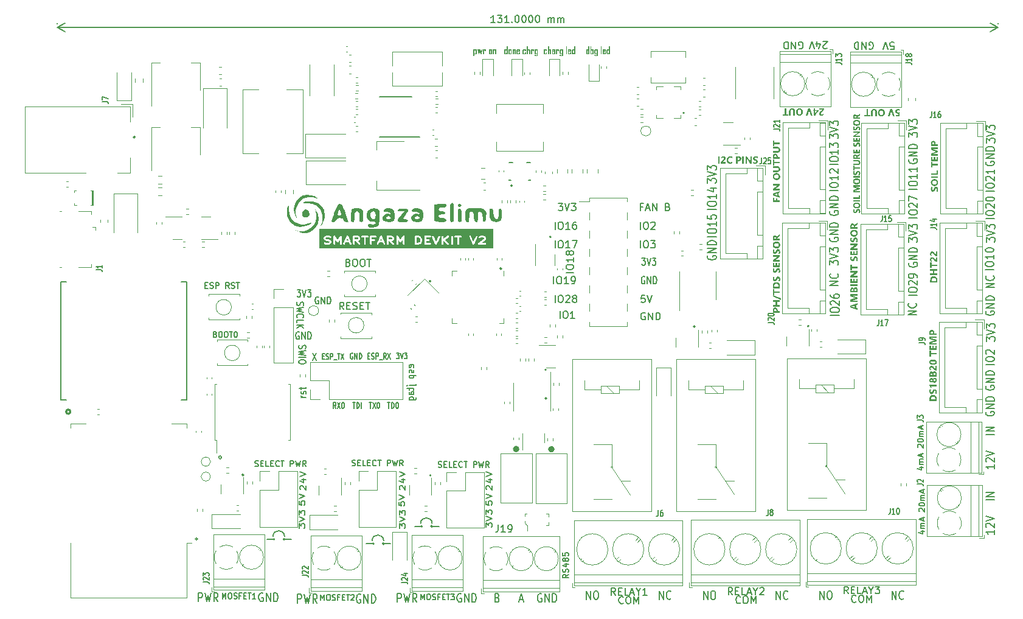
<source format=gbr>
G04 #@! TF.GenerationSoftware,KiCad,Pcbnew,7.0.2*
G04 #@! TF.CreationDate,2023-12-02T10:50:19+03:00*
G04 #@! TF.ProjectId,RpiPico_Agriboard,52706950-6963-46f5-9f41-677269626f61,rev?*
G04 #@! TF.SameCoordinates,Original*
G04 #@! TF.FileFunction,Legend,Top*
G04 #@! TF.FilePolarity,Positive*
%FSLAX46Y46*%
G04 Gerber Fmt 4.6, Leading zero omitted, Abs format (unit mm)*
G04 Created by KiCad (PCBNEW 7.0.2) date 2023-12-02 10:50:19*
%MOMM*%
%LPD*%
G01*
G04 APERTURE LIST*
%ADD10C,0.200000*%
%ADD11C,0.150000*%
%ADD12C,0.250000*%
%ADD13C,0.160000*%
%ADD14C,0.180000*%
%ADD15C,0.120000*%
%ADD16C,0.127000*%
%ADD17C,0.500000*%
%ADD18C,0.100000*%
G04 APERTURE END LIST*
D10*
X154533333Y-93462619D02*
X155066667Y-94462619D01*
X155066667Y-93462619D02*
X154533333Y-94462619D01*
X155390476Y-85710238D02*
X155314286Y-85662619D01*
X155314286Y-85662619D02*
X155200000Y-85662619D01*
X155200000Y-85662619D02*
X155085714Y-85710238D01*
X155085714Y-85710238D02*
X155009524Y-85805476D01*
X155009524Y-85805476D02*
X154971429Y-85900714D01*
X154971429Y-85900714D02*
X154933333Y-86091190D01*
X154933333Y-86091190D02*
X154933333Y-86234047D01*
X154933333Y-86234047D02*
X154971429Y-86424523D01*
X154971429Y-86424523D02*
X155009524Y-86519761D01*
X155009524Y-86519761D02*
X155085714Y-86615000D01*
X155085714Y-86615000D02*
X155200000Y-86662619D01*
X155200000Y-86662619D02*
X155276191Y-86662619D01*
X155276191Y-86662619D02*
X155390476Y-86615000D01*
X155390476Y-86615000D02*
X155428572Y-86567380D01*
X155428572Y-86567380D02*
X155428572Y-86234047D01*
X155428572Y-86234047D02*
X155276191Y-86234047D01*
X155771429Y-86662619D02*
X155771429Y-85662619D01*
X155771429Y-85662619D02*
X156228572Y-86662619D01*
X156228572Y-86662619D02*
X156228572Y-85662619D01*
X156609524Y-86662619D02*
X156609524Y-85662619D01*
X156609524Y-85662619D02*
X156800000Y-85662619D01*
X156800000Y-85662619D02*
X156914286Y-85710238D01*
X156914286Y-85710238D02*
X156990476Y-85805476D01*
X156990476Y-85805476D02*
X157028571Y-85900714D01*
X157028571Y-85900714D02*
X157066667Y-86091190D01*
X157066667Y-86091190D02*
X157066667Y-86234047D01*
X157066667Y-86234047D02*
X157028571Y-86424523D01*
X157028571Y-86424523D02*
X156990476Y-86519761D01*
X156990476Y-86519761D02*
X156914286Y-86615000D01*
X156914286Y-86615000D02*
X156800000Y-86662619D01*
X156800000Y-86662619D02*
X156609524Y-86662619D01*
D11*
X248355142Y-91838094D02*
X248355142Y-91219047D01*
X248355142Y-91219047D02*
X248812285Y-91552380D01*
X248812285Y-91552380D02*
X248812285Y-91409523D01*
X248812285Y-91409523D02*
X248869428Y-91314285D01*
X248869428Y-91314285D02*
X248926571Y-91266666D01*
X248926571Y-91266666D02*
X249040857Y-91219047D01*
X249040857Y-91219047D02*
X249326571Y-91219047D01*
X249326571Y-91219047D02*
X249440857Y-91266666D01*
X249440857Y-91266666D02*
X249498000Y-91314285D01*
X249498000Y-91314285D02*
X249555142Y-91409523D01*
X249555142Y-91409523D02*
X249555142Y-91695237D01*
X249555142Y-91695237D02*
X249498000Y-91790475D01*
X249498000Y-91790475D02*
X249440857Y-91838094D01*
X248355142Y-90933332D02*
X249555142Y-90599999D01*
X249555142Y-90599999D02*
X248355142Y-90266666D01*
X248355142Y-90028570D02*
X248355142Y-89409523D01*
X248355142Y-89409523D02*
X248812285Y-89742856D01*
X248812285Y-89742856D02*
X248812285Y-89599999D01*
X248812285Y-89599999D02*
X248869428Y-89504761D01*
X248869428Y-89504761D02*
X248926571Y-89457142D01*
X248926571Y-89457142D02*
X249040857Y-89409523D01*
X249040857Y-89409523D02*
X249326571Y-89409523D01*
X249326571Y-89409523D02*
X249440857Y-89457142D01*
X249440857Y-89457142D02*
X249498000Y-89504761D01*
X249498000Y-89504761D02*
X249555142Y-89599999D01*
X249555142Y-89599999D02*
X249555142Y-89885713D01*
X249555142Y-89885713D02*
X249498000Y-89980951D01*
X249498000Y-89980951D02*
X249440857Y-90028570D01*
X248355142Y-78038094D02*
X248355142Y-77419047D01*
X248355142Y-77419047D02*
X248812285Y-77752380D01*
X248812285Y-77752380D02*
X248812285Y-77609523D01*
X248812285Y-77609523D02*
X248869428Y-77514285D01*
X248869428Y-77514285D02*
X248926571Y-77466666D01*
X248926571Y-77466666D02*
X249040857Y-77419047D01*
X249040857Y-77419047D02*
X249326571Y-77419047D01*
X249326571Y-77419047D02*
X249440857Y-77466666D01*
X249440857Y-77466666D02*
X249498000Y-77514285D01*
X249498000Y-77514285D02*
X249555142Y-77609523D01*
X249555142Y-77609523D02*
X249555142Y-77895237D01*
X249555142Y-77895237D02*
X249498000Y-77990475D01*
X249498000Y-77990475D02*
X249440857Y-78038094D01*
X248355142Y-77133332D02*
X249555142Y-76799999D01*
X249555142Y-76799999D02*
X248355142Y-76466666D01*
X248355142Y-76228570D02*
X248355142Y-75609523D01*
X248355142Y-75609523D02*
X248812285Y-75942856D01*
X248812285Y-75942856D02*
X248812285Y-75799999D01*
X248812285Y-75799999D02*
X248869428Y-75704761D01*
X248869428Y-75704761D02*
X248926571Y-75657142D01*
X248926571Y-75657142D02*
X249040857Y-75609523D01*
X249040857Y-75609523D02*
X249326571Y-75609523D01*
X249326571Y-75609523D02*
X249440857Y-75657142D01*
X249440857Y-75657142D02*
X249498000Y-75704761D01*
X249498000Y-75704761D02*
X249555142Y-75799999D01*
X249555142Y-75799999D02*
X249555142Y-76085713D01*
X249555142Y-76085713D02*
X249498000Y-76180951D01*
X249498000Y-76180951D02*
X249440857Y-76228570D01*
X248355142Y-64238094D02*
X248355142Y-63619047D01*
X248355142Y-63619047D02*
X248812285Y-63952380D01*
X248812285Y-63952380D02*
X248812285Y-63809523D01*
X248812285Y-63809523D02*
X248869428Y-63714285D01*
X248869428Y-63714285D02*
X248926571Y-63666666D01*
X248926571Y-63666666D02*
X249040857Y-63619047D01*
X249040857Y-63619047D02*
X249326571Y-63619047D01*
X249326571Y-63619047D02*
X249440857Y-63666666D01*
X249440857Y-63666666D02*
X249498000Y-63714285D01*
X249498000Y-63714285D02*
X249555142Y-63809523D01*
X249555142Y-63809523D02*
X249555142Y-64095237D01*
X249555142Y-64095237D02*
X249498000Y-64190475D01*
X249498000Y-64190475D02*
X249440857Y-64238094D01*
X248355142Y-63333332D02*
X249555142Y-62999999D01*
X249555142Y-62999999D02*
X248355142Y-62666666D01*
X248355142Y-62428570D02*
X248355142Y-61809523D01*
X248355142Y-61809523D02*
X248812285Y-62142856D01*
X248812285Y-62142856D02*
X248812285Y-61999999D01*
X248812285Y-61999999D02*
X248869428Y-61904761D01*
X248869428Y-61904761D02*
X248926571Y-61857142D01*
X248926571Y-61857142D02*
X249040857Y-61809523D01*
X249040857Y-61809523D02*
X249326571Y-61809523D01*
X249326571Y-61809523D02*
X249440857Y-61857142D01*
X249440857Y-61857142D02*
X249498000Y-61904761D01*
X249498000Y-61904761D02*
X249555142Y-61999999D01*
X249555142Y-61999999D02*
X249555142Y-62285713D01*
X249555142Y-62285713D02*
X249498000Y-62380951D01*
X249498000Y-62380951D02*
X249440857Y-62428570D01*
X209612285Y-79961904D02*
X209555142Y-80057142D01*
X209555142Y-80057142D02*
X209555142Y-80199999D01*
X209555142Y-80199999D02*
X209612285Y-80342856D01*
X209612285Y-80342856D02*
X209726571Y-80438094D01*
X209726571Y-80438094D02*
X209840857Y-80485713D01*
X209840857Y-80485713D02*
X210069428Y-80533332D01*
X210069428Y-80533332D02*
X210240857Y-80533332D01*
X210240857Y-80533332D02*
X210469428Y-80485713D01*
X210469428Y-80485713D02*
X210583714Y-80438094D01*
X210583714Y-80438094D02*
X210698000Y-80342856D01*
X210698000Y-80342856D02*
X210755142Y-80199999D01*
X210755142Y-80199999D02*
X210755142Y-80104761D01*
X210755142Y-80104761D02*
X210698000Y-79961904D01*
X210698000Y-79961904D02*
X210640857Y-79914285D01*
X210640857Y-79914285D02*
X210240857Y-79914285D01*
X210240857Y-79914285D02*
X210240857Y-80104761D01*
X210755142Y-79485713D02*
X209555142Y-79485713D01*
X209555142Y-79485713D02*
X210755142Y-78914285D01*
X210755142Y-78914285D02*
X209555142Y-78914285D01*
X210755142Y-78438094D02*
X209555142Y-78438094D01*
X209555142Y-78438094D02*
X209555142Y-78199999D01*
X209555142Y-78199999D02*
X209612285Y-78057142D01*
X209612285Y-78057142D02*
X209726571Y-77961904D01*
X209726571Y-77961904D02*
X209840857Y-77914285D01*
X209840857Y-77914285D02*
X210069428Y-77866666D01*
X210069428Y-77866666D02*
X210240857Y-77866666D01*
X210240857Y-77866666D02*
X210469428Y-77914285D01*
X210469428Y-77914285D02*
X210583714Y-77961904D01*
X210583714Y-77961904D02*
X210698000Y-78057142D01*
X210698000Y-78057142D02*
X210755142Y-78199999D01*
X210755142Y-78199999D02*
X210755142Y-78438094D01*
X209555142Y-69838094D02*
X209555142Y-69219047D01*
X209555142Y-69219047D02*
X210012285Y-69552380D01*
X210012285Y-69552380D02*
X210012285Y-69409523D01*
X210012285Y-69409523D02*
X210069428Y-69314285D01*
X210069428Y-69314285D02*
X210126571Y-69266666D01*
X210126571Y-69266666D02*
X210240857Y-69219047D01*
X210240857Y-69219047D02*
X210526571Y-69219047D01*
X210526571Y-69219047D02*
X210640857Y-69266666D01*
X210640857Y-69266666D02*
X210698000Y-69314285D01*
X210698000Y-69314285D02*
X210755142Y-69409523D01*
X210755142Y-69409523D02*
X210755142Y-69695237D01*
X210755142Y-69695237D02*
X210698000Y-69790475D01*
X210698000Y-69790475D02*
X210640857Y-69838094D01*
X209555142Y-68933332D02*
X210755142Y-68599999D01*
X210755142Y-68599999D02*
X209555142Y-68266666D01*
X209555142Y-68028570D02*
X209555142Y-67409523D01*
X209555142Y-67409523D02*
X210012285Y-67742856D01*
X210012285Y-67742856D02*
X210012285Y-67599999D01*
X210012285Y-67599999D02*
X210069428Y-67504761D01*
X210069428Y-67504761D02*
X210126571Y-67457142D01*
X210126571Y-67457142D02*
X210240857Y-67409523D01*
X210240857Y-67409523D02*
X210526571Y-67409523D01*
X210526571Y-67409523D02*
X210640857Y-67457142D01*
X210640857Y-67457142D02*
X210698000Y-67504761D01*
X210698000Y-67504761D02*
X210755142Y-67599999D01*
X210755142Y-67599999D02*
X210755142Y-67885713D01*
X210755142Y-67885713D02*
X210698000Y-67980951D01*
X210698000Y-67980951D02*
X210640857Y-68028570D01*
X226555142Y-63638094D02*
X226555142Y-63019047D01*
X226555142Y-63019047D02*
X227012285Y-63352380D01*
X227012285Y-63352380D02*
X227012285Y-63209523D01*
X227012285Y-63209523D02*
X227069428Y-63114285D01*
X227069428Y-63114285D02*
X227126571Y-63066666D01*
X227126571Y-63066666D02*
X227240857Y-63019047D01*
X227240857Y-63019047D02*
X227526571Y-63019047D01*
X227526571Y-63019047D02*
X227640857Y-63066666D01*
X227640857Y-63066666D02*
X227698000Y-63114285D01*
X227698000Y-63114285D02*
X227755142Y-63209523D01*
X227755142Y-63209523D02*
X227755142Y-63495237D01*
X227755142Y-63495237D02*
X227698000Y-63590475D01*
X227698000Y-63590475D02*
X227640857Y-63638094D01*
X226555142Y-62733332D02*
X227755142Y-62399999D01*
X227755142Y-62399999D02*
X226555142Y-62066666D01*
X226555142Y-61828570D02*
X226555142Y-61209523D01*
X226555142Y-61209523D02*
X227012285Y-61542856D01*
X227012285Y-61542856D02*
X227012285Y-61399999D01*
X227012285Y-61399999D02*
X227069428Y-61304761D01*
X227069428Y-61304761D02*
X227126571Y-61257142D01*
X227126571Y-61257142D02*
X227240857Y-61209523D01*
X227240857Y-61209523D02*
X227526571Y-61209523D01*
X227526571Y-61209523D02*
X227640857Y-61257142D01*
X227640857Y-61257142D02*
X227698000Y-61304761D01*
X227698000Y-61304761D02*
X227755142Y-61399999D01*
X227755142Y-61399999D02*
X227755142Y-61685713D01*
X227755142Y-61685713D02*
X227698000Y-61780951D01*
X227698000Y-61780951D02*
X227640857Y-61828570D01*
X226612285Y-73761904D02*
X226555142Y-73857142D01*
X226555142Y-73857142D02*
X226555142Y-73999999D01*
X226555142Y-73999999D02*
X226612285Y-74142856D01*
X226612285Y-74142856D02*
X226726571Y-74238094D01*
X226726571Y-74238094D02*
X226840857Y-74285713D01*
X226840857Y-74285713D02*
X227069428Y-74333332D01*
X227069428Y-74333332D02*
X227240857Y-74333332D01*
X227240857Y-74333332D02*
X227469428Y-74285713D01*
X227469428Y-74285713D02*
X227583714Y-74238094D01*
X227583714Y-74238094D02*
X227698000Y-74142856D01*
X227698000Y-74142856D02*
X227755142Y-73999999D01*
X227755142Y-73999999D02*
X227755142Y-73904761D01*
X227755142Y-73904761D02*
X227698000Y-73761904D01*
X227698000Y-73761904D02*
X227640857Y-73714285D01*
X227640857Y-73714285D02*
X227240857Y-73714285D01*
X227240857Y-73714285D02*
X227240857Y-73904761D01*
X227755142Y-73285713D02*
X226555142Y-73285713D01*
X226555142Y-73285713D02*
X227755142Y-72714285D01*
X227755142Y-72714285D02*
X226555142Y-72714285D01*
X227755142Y-72238094D02*
X226555142Y-72238094D01*
X226555142Y-72238094D02*
X226555142Y-71999999D01*
X226555142Y-71999999D02*
X226612285Y-71857142D01*
X226612285Y-71857142D02*
X226726571Y-71761904D01*
X226726571Y-71761904D02*
X226840857Y-71714285D01*
X226840857Y-71714285D02*
X227069428Y-71666666D01*
X227069428Y-71666666D02*
X227240857Y-71666666D01*
X227240857Y-71666666D02*
X227469428Y-71714285D01*
X227469428Y-71714285D02*
X227583714Y-71761904D01*
X227583714Y-71761904D02*
X227698000Y-71857142D01*
X227698000Y-71857142D02*
X227755142Y-71999999D01*
X227755142Y-71999999D02*
X227755142Y-72238094D01*
X227755142Y-70876189D02*
X226555142Y-70876189D01*
X226555142Y-70209523D02*
X226555142Y-70019047D01*
X226555142Y-70019047D02*
X226612285Y-69923809D01*
X226612285Y-69923809D02*
X226726571Y-69828571D01*
X226726571Y-69828571D02*
X226955142Y-69780952D01*
X226955142Y-69780952D02*
X227355142Y-69780952D01*
X227355142Y-69780952D02*
X227583714Y-69828571D01*
X227583714Y-69828571D02*
X227698000Y-69923809D01*
X227698000Y-69923809D02*
X227755142Y-70019047D01*
X227755142Y-70019047D02*
X227755142Y-70209523D01*
X227755142Y-70209523D02*
X227698000Y-70304761D01*
X227698000Y-70304761D02*
X227583714Y-70399999D01*
X227583714Y-70399999D02*
X227355142Y-70447618D01*
X227355142Y-70447618D02*
X226955142Y-70447618D01*
X226955142Y-70447618D02*
X226726571Y-70399999D01*
X226726571Y-70399999D02*
X226612285Y-70304761D01*
X226612285Y-70304761D02*
X226555142Y-70209523D01*
X227755142Y-68828571D02*
X227755142Y-69399999D01*
X227755142Y-69114285D02*
X226555142Y-69114285D01*
X226555142Y-69114285D02*
X226726571Y-69209523D01*
X226726571Y-69209523D02*
X226840857Y-69304761D01*
X226840857Y-69304761D02*
X226898000Y-69399999D01*
X226669428Y-68447618D02*
X226612285Y-68399999D01*
X226612285Y-68399999D02*
X226555142Y-68304761D01*
X226555142Y-68304761D02*
X226555142Y-68066666D01*
X226555142Y-68066666D02*
X226612285Y-67971428D01*
X226612285Y-67971428D02*
X226669428Y-67923809D01*
X226669428Y-67923809D02*
X226783714Y-67876190D01*
X226783714Y-67876190D02*
X226898000Y-67876190D01*
X226898000Y-67876190D02*
X227069428Y-67923809D01*
X227069428Y-67923809D02*
X227755142Y-68495237D01*
X227755142Y-68495237D02*
X227755142Y-67876190D01*
X237612285Y-66561904D02*
X237555142Y-66657142D01*
X237555142Y-66657142D02*
X237555142Y-66799999D01*
X237555142Y-66799999D02*
X237612285Y-66942856D01*
X237612285Y-66942856D02*
X237726571Y-67038094D01*
X237726571Y-67038094D02*
X237840857Y-67085713D01*
X237840857Y-67085713D02*
X238069428Y-67133332D01*
X238069428Y-67133332D02*
X238240857Y-67133332D01*
X238240857Y-67133332D02*
X238469428Y-67085713D01*
X238469428Y-67085713D02*
X238583714Y-67038094D01*
X238583714Y-67038094D02*
X238698000Y-66942856D01*
X238698000Y-66942856D02*
X238755142Y-66799999D01*
X238755142Y-66799999D02*
X238755142Y-66704761D01*
X238755142Y-66704761D02*
X238698000Y-66561904D01*
X238698000Y-66561904D02*
X238640857Y-66514285D01*
X238640857Y-66514285D02*
X238240857Y-66514285D01*
X238240857Y-66514285D02*
X238240857Y-66704761D01*
X238755142Y-66085713D02*
X237555142Y-66085713D01*
X237555142Y-66085713D02*
X238755142Y-65514285D01*
X238755142Y-65514285D02*
X237555142Y-65514285D01*
X238755142Y-65038094D02*
X237555142Y-65038094D01*
X237555142Y-65038094D02*
X237555142Y-64799999D01*
X237555142Y-64799999D02*
X237612285Y-64657142D01*
X237612285Y-64657142D02*
X237726571Y-64561904D01*
X237726571Y-64561904D02*
X237840857Y-64514285D01*
X237840857Y-64514285D02*
X238069428Y-64466666D01*
X238069428Y-64466666D02*
X238240857Y-64466666D01*
X238240857Y-64466666D02*
X238469428Y-64514285D01*
X238469428Y-64514285D02*
X238583714Y-64561904D01*
X238583714Y-64561904D02*
X238698000Y-64657142D01*
X238698000Y-64657142D02*
X238755142Y-64799999D01*
X238755142Y-64799999D02*
X238755142Y-65038094D01*
X237555142Y-63438094D02*
X237555142Y-62819047D01*
X237555142Y-62819047D02*
X238012285Y-63152380D01*
X238012285Y-63152380D02*
X238012285Y-63009523D01*
X238012285Y-63009523D02*
X238069428Y-62914285D01*
X238069428Y-62914285D02*
X238126571Y-62866666D01*
X238126571Y-62866666D02*
X238240857Y-62819047D01*
X238240857Y-62819047D02*
X238526571Y-62819047D01*
X238526571Y-62819047D02*
X238640857Y-62866666D01*
X238640857Y-62866666D02*
X238698000Y-62914285D01*
X238698000Y-62914285D02*
X238755142Y-63009523D01*
X238755142Y-63009523D02*
X238755142Y-63295237D01*
X238755142Y-63295237D02*
X238698000Y-63390475D01*
X238698000Y-63390475D02*
X238640857Y-63438094D01*
X237555142Y-62533332D02*
X238755142Y-62199999D01*
X238755142Y-62199999D02*
X237555142Y-61866666D01*
X237555142Y-61628570D02*
X237555142Y-61009523D01*
X237555142Y-61009523D02*
X238012285Y-61342856D01*
X238012285Y-61342856D02*
X238012285Y-61199999D01*
X238012285Y-61199999D02*
X238069428Y-61104761D01*
X238069428Y-61104761D02*
X238126571Y-61057142D01*
X238126571Y-61057142D02*
X238240857Y-61009523D01*
X238240857Y-61009523D02*
X238526571Y-61009523D01*
X238526571Y-61009523D02*
X238640857Y-61057142D01*
X238640857Y-61057142D02*
X238698000Y-61104761D01*
X238698000Y-61104761D02*
X238755142Y-61199999D01*
X238755142Y-61199999D02*
X238755142Y-61485713D01*
X238755142Y-61485713D02*
X238698000Y-61580951D01*
X238698000Y-61580951D02*
X238640857Y-61628570D01*
X237555142Y-78038094D02*
X237555142Y-77419047D01*
X237555142Y-77419047D02*
X238012285Y-77752380D01*
X238012285Y-77752380D02*
X238012285Y-77609523D01*
X238012285Y-77609523D02*
X238069428Y-77514285D01*
X238069428Y-77514285D02*
X238126571Y-77466666D01*
X238126571Y-77466666D02*
X238240857Y-77419047D01*
X238240857Y-77419047D02*
X238526571Y-77419047D01*
X238526571Y-77419047D02*
X238640857Y-77466666D01*
X238640857Y-77466666D02*
X238698000Y-77514285D01*
X238698000Y-77514285D02*
X238755142Y-77609523D01*
X238755142Y-77609523D02*
X238755142Y-77895237D01*
X238755142Y-77895237D02*
X238698000Y-77990475D01*
X238698000Y-77990475D02*
X238640857Y-78038094D01*
X237555142Y-77133332D02*
X238755142Y-76799999D01*
X238755142Y-76799999D02*
X237555142Y-76466666D01*
X237555142Y-76228570D02*
X237555142Y-75609523D01*
X237555142Y-75609523D02*
X238012285Y-75942856D01*
X238012285Y-75942856D02*
X238012285Y-75799999D01*
X238012285Y-75799999D02*
X238069428Y-75704761D01*
X238069428Y-75704761D02*
X238126571Y-75657142D01*
X238126571Y-75657142D02*
X238240857Y-75609523D01*
X238240857Y-75609523D02*
X238526571Y-75609523D01*
X238526571Y-75609523D02*
X238640857Y-75657142D01*
X238640857Y-75657142D02*
X238698000Y-75704761D01*
X238698000Y-75704761D02*
X238755142Y-75799999D01*
X238755142Y-75799999D02*
X238755142Y-76085713D01*
X238755142Y-76085713D02*
X238698000Y-76180951D01*
X238698000Y-76180951D02*
X238640857Y-76228570D01*
X237612285Y-80961904D02*
X237555142Y-81057142D01*
X237555142Y-81057142D02*
X237555142Y-81199999D01*
X237555142Y-81199999D02*
X237612285Y-81342856D01*
X237612285Y-81342856D02*
X237726571Y-81438094D01*
X237726571Y-81438094D02*
X237840857Y-81485713D01*
X237840857Y-81485713D02*
X238069428Y-81533332D01*
X238069428Y-81533332D02*
X238240857Y-81533332D01*
X238240857Y-81533332D02*
X238469428Y-81485713D01*
X238469428Y-81485713D02*
X238583714Y-81438094D01*
X238583714Y-81438094D02*
X238698000Y-81342856D01*
X238698000Y-81342856D02*
X238755142Y-81199999D01*
X238755142Y-81199999D02*
X238755142Y-81104761D01*
X238755142Y-81104761D02*
X238698000Y-80961904D01*
X238698000Y-80961904D02*
X238640857Y-80914285D01*
X238640857Y-80914285D02*
X238240857Y-80914285D01*
X238240857Y-80914285D02*
X238240857Y-81104761D01*
X238755142Y-80485713D02*
X237555142Y-80485713D01*
X237555142Y-80485713D02*
X238755142Y-79914285D01*
X238755142Y-79914285D02*
X237555142Y-79914285D01*
X238755142Y-79438094D02*
X237555142Y-79438094D01*
X237555142Y-79438094D02*
X237555142Y-79199999D01*
X237555142Y-79199999D02*
X237612285Y-79057142D01*
X237612285Y-79057142D02*
X237726571Y-78961904D01*
X237726571Y-78961904D02*
X237840857Y-78914285D01*
X237840857Y-78914285D02*
X238069428Y-78866666D01*
X238069428Y-78866666D02*
X238240857Y-78866666D01*
X238240857Y-78866666D02*
X238469428Y-78914285D01*
X238469428Y-78914285D02*
X238583714Y-78961904D01*
X238583714Y-78961904D02*
X238698000Y-79057142D01*
X238698000Y-79057142D02*
X238755142Y-79199999D01*
X238755142Y-79199999D02*
X238755142Y-79438094D01*
X186438095Y-127012285D02*
X186342857Y-126955142D01*
X186342857Y-126955142D02*
X186200000Y-126955142D01*
X186200000Y-126955142D02*
X186057143Y-127012285D01*
X186057143Y-127012285D02*
X185961905Y-127126571D01*
X185961905Y-127126571D02*
X185914286Y-127240857D01*
X185914286Y-127240857D02*
X185866667Y-127469428D01*
X185866667Y-127469428D02*
X185866667Y-127640857D01*
X185866667Y-127640857D02*
X185914286Y-127869428D01*
X185914286Y-127869428D02*
X185961905Y-127983714D01*
X185961905Y-127983714D02*
X186057143Y-128098000D01*
X186057143Y-128098000D02*
X186200000Y-128155142D01*
X186200000Y-128155142D02*
X186295238Y-128155142D01*
X186295238Y-128155142D02*
X186438095Y-128098000D01*
X186438095Y-128098000D02*
X186485714Y-128040857D01*
X186485714Y-128040857D02*
X186485714Y-127640857D01*
X186485714Y-127640857D02*
X186295238Y-127640857D01*
X186914286Y-128155142D02*
X186914286Y-126955142D01*
X186914286Y-126955142D02*
X187485714Y-128155142D01*
X187485714Y-128155142D02*
X187485714Y-126955142D01*
X187961905Y-128155142D02*
X187961905Y-126955142D01*
X187961905Y-126955142D02*
X188200000Y-126955142D01*
X188200000Y-126955142D02*
X188342857Y-127012285D01*
X188342857Y-127012285D02*
X188438095Y-127126571D01*
X188438095Y-127126571D02*
X188485714Y-127240857D01*
X188485714Y-127240857D02*
X188533333Y-127469428D01*
X188533333Y-127469428D02*
X188533333Y-127640857D01*
X188533333Y-127640857D02*
X188485714Y-127869428D01*
X188485714Y-127869428D02*
X188438095Y-127983714D01*
X188438095Y-127983714D02*
X188342857Y-128098000D01*
X188342857Y-128098000D02*
X188200000Y-128155142D01*
X188200000Y-128155142D02*
X187961905Y-128155142D01*
X165014285Y-100370095D02*
X165357143Y-100370095D01*
X165185714Y-101170095D02*
X165185714Y-100370095D01*
X165557143Y-101170095D02*
X165557143Y-100370095D01*
X165557143Y-100370095D02*
X165700000Y-100370095D01*
X165700000Y-100370095D02*
X165785714Y-100408190D01*
X165785714Y-100408190D02*
X165842857Y-100484380D01*
X165842857Y-100484380D02*
X165871428Y-100560571D01*
X165871428Y-100560571D02*
X165900000Y-100712952D01*
X165900000Y-100712952D02*
X165900000Y-100827238D01*
X165900000Y-100827238D02*
X165871428Y-100979619D01*
X165871428Y-100979619D02*
X165842857Y-101055809D01*
X165842857Y-101055809D02*
X165785714Y-101132000D01*
X165785714Y-101132000D02*
X165700000Y-101170095D01*
X165700000Y-101170095D02*
X165557143Y-101170095D01*
X166271428Y-100370095D02*
X166385714Y-100370095D01*
X166385714Y-100370095D02*
X166442857Y-100408190D01*
X166442857Y-100408190D02*
X166500000Y-100484380D01*
X166500000Y-100484380D02*
X166528571Y-100636761D01*
X166528571Y-100636761D02*
X166528571Y-100903428D01*
X166528571Y-100903428D02*
X166500000Y-101055809D01*
X166500000Y-101055809D02*
X166442857Y-101132000D01*
X166442857Y-101132000D02*
X166385714Y-101170095D01*
X166385714Y-101170095D02*
X166271428Y-101170095D01*
X166271428Y-101170095D02*
X166214286Y-101132000D01*
X166214286Y-101132000D02*
X166157143Y-101055809D01*
X166157143Y-101055809D02*
X166128571Y-100903428D01*
X166128571Y-100903428D02*
X166128571Y-100636761D01*
X166128571Y-100636761D02*
X166157143Y-100484380D01*
X166157143Y-100484380D02*
X166214286Y-100408190D01*
X166214286Y-100408190D02*
X166271428Y-100370095D01*
X162457142Y-100370095D02*
X162800000Y-100370095D01*
X162628571Y-101170095D02*
X162628571Y-100370095D01*
X162942857Y-100370095D02*
X163342857Y-101170095D01*
X163342857Y-100370095D02*
X162942857Y-101170095D01*
X163685714Y-100370095D02*
X163742857Y-100370095D01*
X163742857Y-100370095D02*
X163800000Y-100408190D01*
X163800000Y-100408190D02*
X163828572Y-100446285D01*
X163828572Y-100446285D02*
X163857143Y-100522476D01*
X163857143Y-100522476D02*
X163885714Y-100674857D01*
X163885714Y-100674857D02*
X163885714Y-100865333D01*
X163885714Y-100865333D02*
X163857143Y-101017714D01*
X163857143Y-101017714D02*
X163828572Y-101093904D01*
X163828572Y-101093904D02*
X163800000Y-101132000D01*
X163800000Y-101132000D02*
X163742857Y-101170095D01*
X163742857Y-101170095D02*
X163685714Y-101170095D01*
X163685714Y-101170095D02*
X163628572Y-101132000D01*
X163628572Y-101132000D02*
X163600000Y-101093904D01*
X163600000Y-101093904D02*
X163571429Y-101017714D01*
X163571429Y-101017714D02*
X163542857Y-100865333D01*
X163542857Y-100865333D02*
X163542857Y-100674857D01*
X163542857Y-100674857D02*
X163571429Y-100522476D01*
X163571429Y-100522476D02*
X163600000Y-100446285D01*
X163600000Y-100446285D02*
X163628572Y-100408190D01*
X163628572Y-100408190D02*
X163685714Y-100370095D01*
X160185714Y-100370095D02*
X160528572Y-100370095D01*
X160357143Y-101170095D02*
X160357143Y-100370095D01*
X160728572Y-101170095D02*
X160728572Y-100370095D01*
X160728572Y-100370095D02*
X160871429Y-100370095D01*
X160871429Y-100370095D02*
X160957143Y-100408190D01*
X160957143Y-100408190D02*
X161014286Y-100484380D01*
X161014286Y-100484380D02*
X161042857Y-100560571D01*
X161042857Y-100560571D02*
X161071429Y-100712952D01*
X161071429Y-100712952D02*
X161071429Y-100827238D01*
X161071429Y-100827238D02*
X161042857Y-100979619D01*
X161042857Y-100979619D02*
X161014286Y-101055809D01*
X161014286Y-101055809D02*
X160957143Y-101132000D01*
X160957143Y-101132000D02*
X160871429Y-101170095D01*
X160871429Y-101170095D02*
X160728572Y-101170095D01*
X161328572Y-101170095D02*
X161328572Y-100370095D01*
X157814285Y-101170095D02*
X157614285Y-100789142D01*
X157471428Y-101170095D02*
X157471428Y-100370095D01*
X157471428Y-100370095D02*
X157699999Y-100370095D01*
X157699999Y-100370095D02*
X157757142Y-100408190D01*
X157757142Y-100408190D02*
X157785713Y-100446285D01*
X157785713Y-100446285D02*
X157814285Y-100522476D01*
X157814285Y-100522476D02*
X157814285Y-100636761D01*
X157814285Y-100636761D02*
X157785713Y-100712952D01*
X157785713Y-100712952D02*
X157757142Y-100751047D01*
X157757142Y-100751047D02*
X157699999Y-100789142D01*
X157699999Y-100789142D02*
X157471428Y-100789142D01*
X158014285Y-100370095D02*
X158414285Y-101170095D01*
X158414285Y-100370095D02*
X158014285Y-101170095D01*
X158757142Y-100370095D02*
X158814285Y-100370095D01*
X158814285Y-100370095D02*
X158871428Y-100408190D01*
X158871428Y-100408190D02*
X158900000Y-100446285D01*
X158900000Y-100446285D02*
X158928571Y-100522476D01*
X158928571Y-100522476D02*
X158957142Y-100674857D01*
X158957142Y-100674857D02*
X158957142Y-100865333D01*
X158957142Y-100865333D02*
X158928571Y-101017714D01*
X158928571Y-101017714D02*
X158900000Y-101093904D01*
X158900000Y-101093904D02*
X158871428Y-101132000D01*
X158871428Y-101132000D02*
X158814285Y-101170095D01*
X158814285Y-101170095D02*
X158757142Y-101170095D01*
X158757142Y-101170095D02*
X158700000Y-101132000D01*
X158700000Y-101132000D02*
X158671428Y-101093904D01*
X158671428Y-101093904D02*
X158642857Y-101017714D01*
X158642857Y-101017714D02*
X158614285Y-100865333D01*
X158614285Y-100865333D02*
X158614285Y-100674857D01*
X158614285Y-100674857D02*
X158642857Y-100522476D01*
X158642857Y-100522476D02*
X158671428Y-100446285D01*
X158671428Y-100446285D02*
X158700000Y-100408190D01*
X158700000Y-100408190D02*
X158757142Y-100370095D01*
D10*
X141900000Y-108000000D02*
G75*
G03*
X141900000Y-108000000I-200000J0D01*
G01*
D11*
X138450000Y-119350000D02*
G75*
G03*
X138450000Y-119350000I-50000J0D01*
G01*
X150600000Y-119400000D02*
X151600000Y-119400000D01*
X149311803Y-119400000D02*
G75*
G03*
X149311803Y-119400000I-111803J0D01*
G01*
D10*
X138550000Y-119350000D02*
G75*
G03*
X138550000Y-119350000I-150000J0D01*
G01*
X180900000Y-81750000D02*
G75*
G03*
X180900000Y-81750000I-150000J0D01*
G01*
D11*
X148200000Y-119400000D02*
X149200000Y-119400000D01*
D10*
X129900000Y-63450000D02*
G75*
G03*
X129900000Y-63450000I-150000J0D01*
G01*
D11*
X144850001Y-110450000D02*
G75*
G03*
X144850001Y-110450000I-1J0D01*
G01*
X150650000Y-119000000D02*
G75*
G03*
X149050000Y-119000000I-800000J0D01*
G01*
D10*
X187100000Y-99800000D02*
G75*
G03*
X187100000Y-99800000I-50000J0D01*
G01*
D11*
X171200000Y-117200000D02*
G75*
G03*
X169600000Y-117200000I-800000J0D01*
G01*
X145000000Y-110450000D02*
G75*
G03*
X145000000Y-110450000I-150000J0D01*
G01*
X162000000Y-120000000D02*
X163000000Y-120000000D01*
D10*
X187750000Y-77350000D02*
G75*
G03*
X187750000Y-77350000I-100000J0D01*
G01*
D11*
X150750000Y-119400000D02*
G75*
G03*
X150750000Y-119400000I-150000J0D01*
G01*
D10*
X187100000Y-95800000D02*
G75*
G03*
X187100000Y-95800000I-100000J0D01*
G01*
X223650000Y-89750000D02*
G75*
G03*
X223650000Y-89750000I-100000J0D01*
G01*
D11*
X171150000Y-117600000D02*
X172150000Y-117600000D01*
D10*
X141750000Y-108000000D02*
G75*
G03*
X141750000Y-108000000I-50000J0D01*
G01*
D11*
X169861803Y-117600000D02*
G75*
G03*
X169861803Y-117600000I-111803J0D01*
G01*
X168750000Y-117600000D02*
X169750000Y-117600000D01*
D10*
X120914005Y-101650000D02*
G75*
G03*
X120914005Y-101650000I-364005J0D01*
G01*
D11*
X187200000Y-99800000D02*
G75*
G03*
X187200000Y-99800000I-150000J0D01*
G01*
D10*
X171050000Y-110500000D02*
G75*
G03*
X171050000Y-110500000I-100000J0D01*
G01*
D11*
X164450000Y-119600000D02*
G75*
G03*
X162850000Y-119600000I-800000J0D01*
G01*
X206200001Y-60100000D02*
G75*
G03*
X206200001Y-60100000I-1J0D01*
G01*
X164550000Y-120000000D02*
G75*
G03*
X164550000Y-120000000I-150000J0D01*
G01*
X171300000Y-117600000D02*
G75*
G03*
X171300000Y-117600000I-150000J0D01*
G01*
X164400000Y-120000000D02*
X165400000Y-120000000D01*
X163111803Y-120000000D02*
G75*
G03*
X163111803Y-120000000I-111803J0D01*
G01*
D10*
X171000000Y-83500000D02*
G75*
G03*
X171000000Y-83500000I-100000J0D01*
G01*
X207800000Y-89800000D02*
G75*
G03*
X207800000Y-89800000I-100000J0D01*
G01*
X120756155Y-101650000D02*
G75*
G03*
X120756155Y-101650000I-206155J0D01*
G01*
D11*
X206300000Y-60100000D02*
G75*
G03*
X206300000Y-60100000I-100000J0D01*
G01*
X161238095Y-127112285D02*
X161142857Y-127055142D01*
X161142857Y-127055142D02*
X161000000Y-127055142D01*
X161000000Y-127055142D02*
X160857143Y-127112285D01*
X160857143Y-127112285D02*
X160761905Y-127226571D01*
X160761905Y-127226571D02*
X160714286Y-127340857D01*
X160714286Y-127340857D02*
X160666667Y-127569428D01*
X160666667Y-127569428D02*
X160666667Y-127740857D01*
X160666667Y-127740857D02*
X160714286Y-127969428D01*
X160714286Y-127969428D02*
X160761905Y-128083714D01*
X160761905Y-128083714D02*
X160857143Y-128198000D01*
X160857143Y-128198000D02*
X161000000Y-128255142D01*
X161000000Y-128255142D02*
X161095238Y-128255142D01*
X161095238Y-128255142D02*
X161238095Y-128198000D01*
X161238095Y-128198000D02*
X161285714Y-128140857D01*
X161285714Y-128140857D02*
X161285714Y-127740857D01*
X161285714Y-127740857D02*
X161095238Y-127740857D01*
X161714286Y-128255142D02*
X161714286Y-127055142D01*
X161714286Y-127055142D02*
X162285714Y-128255142D01*
X162285714Y-128255142D02*
X162285714Y-127055142D01*
X162761905Y-128255142D02*
X162761905Y-127055142D01*
X162761905Y-127055142D02*
X163000000Y-127055142D01*
X163000000Y-127055142D02*
X163142857Y-127112285D01*
X163142857Y-127112285D02*
X163238095Y-127226571D01*
X163238095Y-127226571D02*
X163285714Y-127340857D01*
X163285714Y-127340857D02*
X163333333Y-127569428D01*
X163333333Y-127569428D02*
X163333333Y-127740857D01*
X163333333Y-127740857D02*
X163285714Y-127969428D01*
X163285714Y-127969428D02*
X163238095Y-128083714D01*
X163238095Y-128083714D02*
X163142857Y-128198000D01*
X163142857Y-128198000D02*
X163000000Y-128255142D01*
X163000000Y-128255142D02*
X162761905Y-128255142D01*
X188123810Y-83862619D02*
X188123810Y-82862619D01*
X188790476Y-82862619D02*
X188980952Y-82862619D01*
X188980952Y-82862619D02*
X189076190Y-82910238D01*
X189076190Y-82910238D02*
X189171428Y-83005476D01*
X189171428Y-83005476D02*
X189219047Y-83195952D01*
X189219047Y-83195952D02*
X189219047Y-83529285D01*
X189219047Y-83529285D02*
X189171428Y-83719761D01*
X189171428Y-83719761D02*
X189076190Y-83815000D01*
X189076190Y-83815000D02*
X188980952Y-83862619D01*
X188980952Y-83862619D02*
X188790476Y-83862619D01*
X188790476Y-83862619D02*
X188695238Y-83815000D01*
X188695238Y-83815000D02*
X188600000Y-83719761D01*
X188600000Y-83719761D02*
X188552381Y-83529285D01*
X188552381Y-83529285D02*
X188552381Y-83195952D01*
X188552381Y-83195952D02*
X188600000Y-83005476D01*
X188600000Y-83005476D02*
X188695238Y-82910238D01*
X188695238Y-82910238D02*
X188790476Y-82862619D01*
X190171428Y-83862619D02*
X189600000Y-83862619D01*
X189885714Y-83862619D02*
X189885714Y-82862619D01*
X189885714Y-82862619D02*
X189790476Y-83005476D01*
X189790476Y-83005476D02*
X189695238Y-83100714D01*
X189695238Y-83100714D02*
X189600000Y-83148333D01*
X190647619Y-83862619D02*
X190838095Y-83862619D01*
X190838095Y-83862619D02*
X190933333Y-83815000D01*
X190933333Y-83815000D02*
X190980952Y-83767380D01*
X190980952Y-83767380D02*
X191076190Y-83624523D01*
X191076190Y-83624523D02*
X191123809Y-83434047D01*
X191123809Y-83434047D02*
X191123809Y-83053095D01*
X191123809Y-83053095D02*
X191076190Y-82957857D01*
X191076190Y-82957857D02*
X191028571Y-82910238D01*
X191028571Y-82910238D02*
X190933333Y-82862619D01*
X190933333Y-82862619D02*
X190742857Y-82862619D01*
X190742857Y-82862619D02*
X190647619Y-82910238D01*
X190647619Y-82910238D02*
X190600000Y-82957857D01*
X190600000Y-82957857D02*
X190552381Y-83053095D01*
X190552381Y-83053095D02*
X190552381Y-83291190D01*
X190552381Y-83291190D02*
X190600000Y-83386428D01*
X190600000Y-83386428D02*
X190647619Y-83434047D01*
X190647619Y-83434047D02*
X190742857Y-83481666D01*
X190742857Y-83481666D02*
X190933333Y-83481666D01*
X190933333Y-83481666D02*
X191028571Y-83434047D01*
X191028571Y-83434047D02*
X191076190Y-83386428D01*
X191076190Y-83386428D02*
X191123809Y-83291190D01*
D10*
X159521428Y-80903809D02*
X159664285Y-80951428D01*
X159664285Y-80951428D02*
X159711904Y-80999047D01*
X159711904Y-80999047D02*
X159759523Y-81094285D01*
X159759523Y-81094285D02*
X159759523Y-81237142D01*
X159759523Y-81237142D02*
X159711904Y-81332380D01*
X159711904Y-81332380D02*
X159664285Y-81380000D01*
X159664285Y-81380000D02*
X159569047Y-81427619D01*
X159569047Y-81427619D02*
X159188095Y-81427619D01*
X159188095Y-81427619D02*
X159188095Y-80427619D01*
X159188095Y-80427619D02*
X159521428Y-80427619D01*
X159521428Y-80427619D02*
X159616666Y-80475238D01*
X159616666Y-80475238D02*
X159664285Y-80522857D01*
X159664285Y-80522857D02*
X159711904Y-80618095D01*
X159711904Y-80618095D02*
X159711904Y-80713333D01*
X159711904Y-80713333D02*
X159664285Y-80808571D01*
X159664285Y-80808571D02*
X159616666Y-80856190D01*
X159616666Y-80856190D02*
X159521428Y-80903809D01*
X159521428Y-80903809D02*
X159188095Y-80903809D01*
X160378571Y-80427619D02*
X160569047Y-80427619D01*
X160569047Y-80427619D02*
X160664285Y-80475238D01*
X160664285Y-80475238D02*
X160759523Y-80570476D01*
X160759523Y-80570476D02*
X160807142Y-80760952D01*
X160807142Y-80760952D02*
X160807142Y-81094285D01*
X160807142Y-81094285D02*
X160759523Y-81284761D01*
X160759523Y-81284761D02*
X160664285Y-81380000D01*
X160664285Y-81380000D02*
X160569047Y-81427619D01*
X160569047Y-81427619D02*
X160378571Y-81427619D01*
X160378571Y-81427619D02*
X160283333Y-81380000D01*
X160283333Y-81380000D02*
X160188095Y-81284761D01*
X160188095Y-81284761D02*
X160140476Y-81094285D01*
X160140476Y-81094285D02*
X160140476Y-80760952D01*
X160140476Y-80760952D02*
X160188095Y-80570476D01*
X160188095Y-80570476D02*
X160283333Y-80475238D01*
X160283333Y-80475238D02*
X160378571Y-80427619D01*
X161426190Y-80427619D02*
X161616666Y-80427619D01*
X161616666Y-80427619D02*
X161711904Y-80475238D01*
X161711904Y-80475238D02*
X161807142Y-80570476D01*
X161807142Y-80570476D02*
X161854761Y-80760952D01*
X161854761Y-80760952D02*
X161854761Y-81094285D01*
X161854761Y-81094285D02*
X161807142Y-81284761D01*
X161807142Y-81284761D02*
X161711904Y-81380000D01*
X161711904Y-81380000D02*
X161616666Y-81427619D01*
X161616666Y-81427619D02*
X161426190Y-81427619D01*
X161426190Y-81427619D02*
X161330952Y-81380000D01*
X161330952Y-81380000D02*
X161235714Y-81284761D01*
X161235714Y-81284761D02*
X161188095Y-81094285D01*
X161188095Y-81094285D02*
X161188095Y-80760952D01*
X161188095Y-80760952D02*
X161235714Y-80570476D01*
X161235714Y-80570476D02*
X161330952Y-80475238D01*
X161330952Y-80475238D02*
X161426190Y-80427619D01*
X162140476Y-80427619D02*
X162711904Y-80427619D01*
X162426190Y-81427619D02*
X162426190Y-80427619D01*
D11*
X249405142Y-81876189D02*
X248205142Y-81876189D01*
X248205142Y-81209523D02*
X248205142Y-81019047D01*
X248205142Y-81019047D02*
X248262285Y-80923809D01*
X248262285Y-80923809D02*
X248376571Y-80828571D01*
X248376571Y-80828571D02*
X248605142Y-80780952D01*
X248605142Y-80780952D02*
X249005142Y-80780952D01*
X249005142Y-80780952D02*
X249233714Y-80828571D01*
X249233714Y-80828571D02*
X249348000Y-80923809D01*
X249348000Y-80923809D02*
X249405142Y-81019047D01*
X249405142Y-81019047D02*
X249405142Y-81209523D01*
X249405142Y-81209523D02*
X249348000Y-81304761D01*
X249348000Y-81304761D02*
X249233714Y-81399999D01*
X249233714Y-81399999D02*
X249005142Y-81447618D01*
X249005142Y-81447618D02*
X248605142Y-81447618D01*
X248605142Y-81447618D02*
X248376571Y-81399999D01*
X248376571Y-81399999D02*
X248262285Y-81304761D01*
X248262285Y-81304761D02*
X248205142Y-81209523D01*
X249405142Y-79828571D02*
X249405142Y-80399999D01*
X249405142Y-80114285D02*
X248205142Y-80114285D01*
X248205142Y-80114285D02*
X248376571Y-80209523D01*
X248376571Y-80209523D02*
X248490857Y-80304761D01*
X248490857Y-80304761D02*
X248548000Y-80399999D01*
X248205142Y-79209523D02*
X248205142Y-79114285D01*
X248205142Y-79114285D02*
X248262285Y-79019047D01*
X248262285Y-79019047D02*
X248319428Y-78971428D01*
X248319428Y-78971428D02*
X248433714Y-78923809D01*
X248433714Y-78923809D02*
X248662285Y-78876190D01*
X248662285Y-78876190D02*
X248948000Y-78876190D01*
X248948000Y-78876190D02*
X249176571Y-78923809D01*
X249176571Y-78923809D02*
X249290857Y-78971428D01*
X249290857Y-78971428D02*
X249348000Y-79019047D01*
X249348000Y-79019047D02*
X249405142Y-79114285D01*
X249405142Y-79114285D02*
X249405142Y-79209523D01*
X249405142Y-79209523D02*
X249348000Y-79304761D01*
X249348000Y-79304761D02*
X249290857Y-79352380D01*
X249290857Y-79352380D02*
X249176571Y-79399999D01*
X249176571Y-79399999D02*
X248948000Y-79447618D01*
X248948000Y-79447618D02*
X248662285Y-79447618D01*
X248662285Y-79447618D02*
X248433714Y-79399999D01*
X248433714Y-79399999D02*
X248319428Y-79352380D01*
X248319428Y-79352380D02*
X248262285Y-79304761D01*
X248262285Y-79304761D02*
X248205142Y-79209523D01*
X183361905Y-127812285D02*
X183838095Y-127812285D01*
X183266667Y-128155142D02*
X183600000Y-126955142D01*
X183600000Y-126955142D02*
X183933333Y-128155142D01*
X210755142Y-77276189D02*
X209555142Y-77276189D01*
X209555142Y-76609523D02*
X209555142Y-76419047D01*
X209555142Y-76419047D02*
X209612285Y-76323809D01*
X209612285Y-76323809D02*
X209726571Y-76228571D01*
X209726571Y-76228571D02*
X209955142Y-76180952D01*
X209955142Y-76180952D02*
X210355142Y-76180952D01*
X210355142Y-76180952D02*
X210583714Y-76228571D01*
X210583714Y-76228571D02*
X210698000Y-76323809D01*
X210698000Y-76323809D02*
X210755142Y-76419047D01*
X210755142Y-76419047D02*
X210755142Y-76609523D01*
X210755142Y-76609523D02*
X210698000Y-76704761D01*
X210698000Y-76704761D02*
X210583714Y-76799999D01*
X210583714Y-76799999D02*
X210355142Y-76847618D01*
X210355142Y-76847618D02*
X209955142Y-76847618D01*
X209955142Y-76847618D02*
X209726571Y-76799999D01*
X209726571Y-76799999D02*
X209612285Y-76704761D01*
X209612285Y-76704761D02*
X209555142Y-76609523D01*
X210755142Y-75228571D02*
X210755142Y-75799999D01*
X210755142Y-75514285D02*
X209555142Y-75514285D01*
X209555142Y-75514285D02*
X209726571Y-75609523D01*
X209726571Y-75609523D02*
X209840857Y-75704761D01*
X209840857Y-75704761D02*
X209898000Y-75799999D01*
X209555142Y-74323809D02*
X209555142Y-74799999D01*
X209555142Y-74799999D02*
X210126571Y-74847618D01*
X210126571Y-74847618D02*
X210069428Y-74799999D01*
X210069428Y-74799999D02*
X210012285Y-74704761D01*
X210012285Y-74704761D02*
X210012285Y-74466666D01*
X210012285Y-74466666D02*
X210069428Y-74371428D01*
X210069428Y-74371428D02*
X210126571Y-74323809D01*
X210126571Y-74323809D02*
X210240857Y-74276190D01*
X210240857Y-74276190D02*
X210526571Y-74276190D01*
X210526571Y-74276190D02*
X210640857Y-74323809D01*
X210640857Y-74323809D02*
X210698000Y-74371428D01*
X210698000Y-74371428D02*
X210755142Y-74466666D01*
X210755142Y-74466666D02*
X210755142Y-74704761D01*
X210755142Y-74704761D02*
X210698000Y-74799999D01*
X210698000Y-74799999D02*
X210640857Y-74847618D01*
D12*
G36*
X193116573Y-51930000D02*
G01*
X192960013Y-51930000D01*
X192960013Y-51887013D01*
X192950197Y-51889657D01*
X192940654Y-51892218D01*
X192922389Y-51897088D01*
X192905216Y-51901622D01*
X192889137Y-51905819D01*
X192874152Y-51909682D01*
X192860259Y-51913208D01*
X192847460Y-51916398D01*
X192835755Y-51919253D01*
X192825143Y-51921772D01*
X192811275Y-51924920D01*
X192799866Y-51927313D01*
X192788482Y-51929328D01*
X192781472Y-51930000D01*
X192770613Y-51929705D01*
X192760200Y-51928823D01*
X192750234Y-51927353D01*
X192737640Y-51924477D01*
X192725840Y-51920556D01*
X192714834Y-51915589D01*
X192704621Y-51909576D01*
X192695203Y-51902518D01*
X192688660Y-51896538D01*
X192680760Y-51887734D01*
X192673913Y-51878174D01*
X192668120Y-51867859D01*
X192663381Y-51856788D01*
X192659694Y-51844961D01*
X192657061Y-51832379D01*
X192655777Y-51822446D01*
X192655086Y-51812088D01*
X192654954Y-51804947D01*
X192654954Y-51753900D01*
X192810781Y-51753900D01*
X192811556Y-51765864D01*
X192813880Y-51776233D01*
X192818964Y-51786951D01*
X192826469Y-51795176D01*
X192836395Y-51800909D01*
X192846079Y-51803701D01*
X192857312Y-51804897D01*
X192860362Y-51804947D01*
X192870987Y-51802260D01*
X192882464Y-51797853D01*
X192894325Y-51792815D01*
X192904784Y-51788155D01*
X192916582Y-51782740D01*
X192929720Y-51776569D01*
X192939222Y-51772035D01*
X192949320Y-51767166D01*
X192960013Y-51761960D01*
X192960013Y-51367264D01*
X192863049Y-51367264D01*
X192850799Y-51368084D01*
X192840182Y-51370546D01*
X192831198Y-51374649D01*
X192822266Y-51382084D01*
X192815885Y-51392084D01*
X192812619Y-51401930D01*
X192810985Y-51413417D01*
X192810781Y-51419776D01*
X192810781Y-51753900D01*
X192654954Y-51753900D01*
X192654954Y-51327452D01*
X192655901Y-51315294D01*
X192658740Y-51304097D01*
X192663472Y-51293861D01*
X192670097Y-51284588D01*
X192678615Y-51276276D01*
X192689026Y-51268926D01*
X192698076Y-51264044D01*
X192708191Y-51259704D01*
X192715526Y-51257110D01*
X192727223Y-51253619D01*
X192736923Y-51251305D01*
X192747416Y-51249254D01*
X192758704Y-51247464D01*
X192770786Y-51245936D01*
X192783663Y-51244671D01*
X192797333Y-51243667D01*
X192811798Y-51242925D01*
X192821883Y-51242575D01*
X192832320Y-51242343D01*
X192843111Y-51242226D01*
X192848639Y-51242212D01*
X192859752Y-51242212D01*
X192869529Y-51242212D01*
X192880543Y-51242212D01*
X192890666Y-51242212D01*
X192901647Y-51242212D01*
X192906280Y-51242212D01*
X192917574Y-51242212D01*
X192927794Y-51242212D01*
X192938642Y-51242212D01*
X192949345Y-51242212D01*
X192960013Y-51242212D01*
X192960013Y-50851423D01*
X193116573Y-50851423D01*
X193116573Y-51930000D01*
G37*
G36*
X193385240Y-51273475D02*
G01*
X193395544Y-51271772D01*
X193405848Y-51270052D01*
X193416152Y-51268314D01*
X193426456Y-51266560D01*
X193436760Y-51264788D01*
X193447064Y-51262999D01*
X193457368Y-51261193D01*
X193467672Y-51259370D01*
X193477976Y-51257529D01*
X193488280Y-51255672D01*
X193495150Y-51254424D01*
X193507902Y-51252241D01*
X193520148Y-51250274D01*
X193531888Y-51248520D01*
X193543120Y-51246982D01*
X193553847Y-51245658D01*
X193564066Y-51244549D01*
X193576904Y-51243404D01*
X193588841Y-51242641D01*
X193599878Y-51242259D01*
X193605059Y-51242212D01*
X193615440Y-51242545D01*
X193629756Y-51244293D01*
X193642565Y-51247539D01*
X193653868Y-51252284D01*
X193663663Y-51258527D01*
X193671951Y-51266269D01*
X193678732Y-51275509D01*
X193684007Y-51286247D01*
X193687774Y-51298484D01*
X193690035Y-51312219D01*
X193690704Y-51322208D01*
X193690788Y-51327452D01*
X193690788Y-51844759D01*
X193689828Y-51856782D01*
X193686948Y-51867971D01*
X193682148Y-51878325D01*
X193675427Y-51887845D01*
X193666787Y-51896529D01*
X193658492Y-51902876D01*
X193651465Y-51907285D01*
X193641287Y-51912609D01*
X193630292Y-51917223D01*
X193618481Y-51921127D01*
X193605853Y-51924321D01*
X193595846Y-51926251D01*
X193585379Y-51927781D01*
X193574453Y-51928913D01*
X193563068Y-51929645D01*
X193551224Y-51929977D01*
X193547173Y-51930000D01*
X193227948Y-51930000D01*
X193227948Y-51804947D01*
X193385240Y-51804947D01*
X193482693Y-51804947D01*
X193494428Y-51804119D01*
X193504599Y-51801635D01*
X193515111Y-51796200D01*
X193523179Y-51788177D01*
X193528802Y-51777567D01*
X193531541Y-51767215D01*
X193532714Y-51755207D01*
X193532763Y-51751946D01*
X193532763Y-51367264D01*
X193385240Y-51398527D01*
X193385240Y-51804947D01*
X193227948Y-51804947D01*
X193227948Y-50851423D01*
X193385240Y-50851423D01*
X193385240Y-51273475D01*
G37*
G36*
X194260607Y-52094863D02*
G01*
X194260260Y-52105186D01*
X194258442Y-52119420D01*
X194255065Y-52132156D01*
X194250130Y-52143394D01*
X194243637Y-52153133D01*
X194235584Y-52161375D01*
X194225974Y-52168117D01*
X194214805Y-52173361D01*
X194202077Y-52177107D01*
X194187791Y-52179355D01*
X194177401Y-52180021D01*
X194171946Y-52180104D01*
X193898639Y-52180104D01*
X193887903Y-52179771D01*
X193877859Y-52178772D01*
X193864092Y-52176025D01*
X193851884Y-52171780D01*
X193841235Y-52166036D01*
X193832144Y-52158794D01*
X193824611Y-52150053D01*
X193818637Y-52139815D01*
X193814221Y-52128077D01*
X193811364Y-52114842D01*
X193810065Y-52100108D01*
X193809979Y-52094863D01*
X193809979Y-51992526D01*
X193961898Y-51992526D01*
X193961898Y-52055052D01*
X194104047Y-52055052D01*
X194104047Y-51930000D01*
X193942602Y-51930000D01*
X193930476Y-51929675D01*
X193918826Y-51928703D01*
X193907653Y-51927082D01*
X193896956Y-51924813D01*
X193886735Y-51921896D01*
X193876992Y-51918330D01*
X193867725Y-51914116D01*
X193858934Y-51909254D01*
X193850620Y-51903744D01*
X193842782Y-51897585D01*
X193837822Y-51893119D01*
X193830882Y-51885959D01*
X193824625Y-51878310D01*
X193819050Y-51870171D01*
X193814157Y-51861543D01*
X193809948Y-51852425D01*
X193806421Y-51842818D01*
X193803576Y-51832722D01*
X193801415Y-51822136D01*
X193799936Y-51811060D01*
X193799139Y-51799496D01*
X193798988Y-51791514D01*
X193798988Y-51752435D01*
X193954815Y-51752435D01*
X193955631Y-51764742D01*
X193958081Y-51775409D01*
X193962165Y-51784435D01*
X193969566Y-51793409D01*
X193979519Y-51799819D01*
X193989320Y-51803101D01*
X194000753Y-51804742D01*
X194007083Y-51804947D01*
X194104047Y-51804947D01*
X194104047Y-51398527D01*
X194094389Y-51394741D01*
X194085198Y-51391200D01*
X194072289Y-51386345D01*
X194060431Y-51382041D01*
X194049626Y-51378285D01*
X194039872Y-51375080D01*
X194028503Y-51371660D01*
X194019005Y-51369218D01*
X194008263Y-51367386D01*
X194005617Y-51367264D01*
X193993710Y-51368054D01*
X193983391Y-51370424D01*
X193972724Y-51375608D01*
X193964538Y-51383261D01*
X193958833Y-51393382D01*
X193956055Y-51403257D01*
X193954864Y-51414712D01*
X193954815Y-51417822D01*
X193954815Y-51752435D01*
X193798988Y-51752435D01*
X193798988Y-51369706D01*
X193799284Y-51358801D01*
X193800173Y-51348343D01*
X193801654Y-51338331D01*
X193803727Y-51328765D01*
X193807414Y-51316706D01*
X193812154Y-51305440D01*
X193817947Y-51294968D01*
X193824793Y-51285290D01*
X193832693Y-51276406D01*
X193841516Y-51268391D01*
X193851133Y-51261446D01*
X193861544Y-51255569D01*
X193872749Y-51250760D01*
X193884747Y-51247020D01*
X193897540Y-51244349D01*
X193907655Y-51243046D01*
X193918216Y-51242345D01*
X193925505Y-51242212D01*
X193937657Y-51242975D01*
X193947747Y-51244166D01*
X193959936Y-51245906D01*
X193974225Y-51248196D01*
X193984918Y-51250027D01*
X193996543Y-51252103D01*
X194009101Y-51254424D01*
X194022593Y-51256988D01*
X194037018Y-51259797D01*
X194052375Y-51262850D01*
X194068666Y-51266147D01*
X194085890Y-51269689D01*
X194104047Y-51273475D01*
X194104047Y-51242212D01*
X194260607Y-51242212D01*
X194260607Y-52094863D01*
G37*
G36*
X194818702Y-51930000D02*
G01*
X194664340Y-51930000D01*
X194664340Y-50851423D01*
X194818702Y-50851423D01*
X194818702Y-51930000D01*
G37*
G36*
X195304246Y-51242545D02*
G01*
X195314289Y-51243544D01*
X195328056Y-51246291D01*
X195340264Y-51250536D01*
X195350914Y-51256280D01*
X195360005Y-51263522D01*
X195367537Y-51272262D01*
X195373512Y-51282501D01*
X195377927Y-51294238D01*
X195380784Y-51307474D01*
X195382083Y-51322208D01*
X195382170Y-51327452D01*
X195382170Y-51573893D01*
X195338939Y-51617369D01*
X195084193Y-51617369D01*
X195084193Y-51804947D01*
X195231716Y-51804947D01*
X195231716Y-51695526D01*
X195382170Y-51695526D01*
X195382170Y-51844759D01*
X195381823Y-51855081D01*
X195380005Y-51869315D01*
X195376629Y-51882052D01*
X195371693Y-51893289D01*
X195365200Y-51903029D01*
X195357148Y-51911270D01*
X195347537Y-51918013D01*
X195336368Y-51923257D01*
X195323640Y-51927003D01*
X195309354Y-51929250D01*
X195298964Y-51929916D01*
X195293510Y-51930000D01*
X195022156Y-51930000D01*
X195011449Y-51929667D01*
X195001433Y-51928668D01*
X194987705Y-51925921D01*
X194975530Y-51921675D01*
X194964910Y-51915931D01*
X194955844Y-51908689D01*
X194948332Y-51899949D01*
X194942374Y-51889710D01*
X194937971Y-51877973D01*
X194935121Y-51864737D01*
X194933826Y-51850003D01*
X194933740Y-51844759D01*
X194933740Y-51367264D01*
X195084193Y-51367264D01*
X195084193Y-51522114D01*
X195231716Y-51522114D01*
X195231716Y-51367264D01*
X195084193Y-51367264D01*
X194933740Y-51367264D01*
X194933740Y-51327452D01*
X194934085Y-51317130D01*
X194935898Y-51302896D01*
X194939266Y-51290160D01*
X194944187Y-51278922D01*
X194950663Y-51269182D01*
X194958693Y-51260941D01*
X194968277Y-51254199D01*
X194979416Y-51248954D01*
X194992108Y-51245208D01*
X195006355Y-51242961D01*
X195016716Y-51242295D01*
X195022156Y-51242212D01*
X195293510Y-51242212D01*
X195304246Y-51242545D01*
G37*
G36*
X195953698Y-51930000D02*
G01*
X195797138Y-51930000D01*
X195797138Y-51887013D01*
X195787322Y-51889657D01*
X195777779Y-51892218D01*
X195759514Y-51897088D01*
X195742341Y-51901622D01*
X195726262Y-51905819D01*
X195711277Y-51909682D01*
X195697384Y-51913208D01*
X195684585Y-51916398D01*
X195672880Y-51919253D01*
X195662268Y-51921772D01*
X195648399Y-51924920D01*
X195636991Y-51927313D01*
X195625607Y-51929328D01*
X195618597Y-51930000D01*
X195607738Y-51929705D01*
X195597325Y-51928823D01*
X195587359Y-51927353D01*
X195574765Y-51924477D01*
X195562965Y-51920556D01*
X195551959Y-51915589D01*
X195541746Y-51909576D01*
X195532328Y-51902518D01*
X195525785Y-51896538D01*
X195517885Y-51887734D01*
X195511038Y-51878174D01*
X195505245Y-51867859D01*
X195500505Y-51856788D01*
X195496819Y-51844961D01*
X195494186Y-51832379D01*
X195492902Y-51822446D01*
X195492211Y-51812088D01*
X195492079Y-51804947D01*
X195492079Y-51753900D01*
X195647906Y-51753900D01*
X195648681Y-51765864D01*
X195651005Y-51776233D01*
X195656089Y-51786951D01*
X195663594Y-51795176D01*
X195673520Y-51800909D01*
X195683204Y-51803701D01*
X195694437Y-51804897D01*
X195697487Y-51804947D01*
X195708112Y-51802260D01*
X195719589Y-51797853D01*
X195731450Y-51792815D01*
X195741909Y-51788155D01*
X195753707Y-51782740D01*
X195766845Y-51776569D01*
X195776347Y-51772035D01*
X195786445Y-51767166D01*
X195797138Y-51761960D01*
X195797138Y-51367264D01*
X195700174Y-51367264D01*
X195687924Y-51368084D01*
X195677307Y-51370546D01*
X195668323Y-51374649D01*
X195659391Y-51382084D01*
X195653010Y-51392084D01*
X195649744Y-51401930D01*
X195648110Y-51413417D01*
X195647906Y-51419776D01*
X195647906Y-51753900D01*
X195492079Y-51753900D01*
X195492079Y-51327452D01*
X195493025Y-51315294D01*
X195495865Y-51304097D01*
X195500597Y-51293861D01*
X195507222Y-51284588D01*
X195515740Y-51276276D01*
X195526151Y-51268926D01*
X195535201Y-51264044D01*
X195545316Y-51259704D01*
X195552651Y-51257110D01*
X195564348Y-51253619D01*
X195574048Y-51251305D01*
X195584541Y-51249254D01*
X195595829Y-51247464D01*
X195607911Y-51245936D01*
X195620788Y-51244671D01*
X195634458Y-51243667D01*
X195648923Y-51242925D01*
X195659008Y-51242575D01*
X195669445Y-51242343D01*
X195680236Y-51242226D01*
X195685764Y-51242212D01*
X195696877Y-51242212D01*
X195706654Y-51242212D01*
X195717668Y-51242212D01*
X195727791Y-51242212D01*
X195738772Y-51242212D01*
X195743405Y-51242212D01*
X195754699Y-51242212D01*
X195764919Y-51242212D01*
X195775767Y-51242212D01*
X195786469Y-51242212D01*
X195797138Y-51242212D01*
X195797138Y-50851423D01*
X195953698Y-50851423D01*
X195953698Y-51930000D01*
G37*
D11*
X229119047Y-126962619D02*
X228785714Y-126486428D01*
X228547619Y-126962619D02*
X228547619Y-125962619D01*
X228547619Y-125962619D02*
X228928571Y-125962619D01*
X228928571Y-125962619D02*
X229023809Y-126010238D01*
X229023809Y-126010238D02*
X229071428Y-126057857D01*
X229071428Y-126057857D02*
X229119047Y-126153095D01*
X229119047Y-126153095D02*
X229119047Y-126295952D01*
X229119047Y-126295952D02*
X229071428Y-126391190D01*
X229071428Y-126391190D02*
X229023809Y-126438809D01*
X229023809Y-126438809D02*
X228928571Y-126486428D01*
X228928571Y-126486428D02*
X228547619Y-126486428D01*
X229547619Y-126438809D02*
X229880952Y-126438809D01*
X230023809Y-126962619D02*
X229547619Y-126962619D01*
X229547619Y-126962619D02*
X229547619Y-125962619D01*
X229547619Y-125962619D02*
X230023809Y-125962619D01*
X230928571Y-126962619D02*
X230452381Y-126962619D01*
X230452381Y-126962619D02*
X230452381Y-125962619D01*
X231214286Y-126676904D02*
X231690476Y-126676904D01*
X231119048Y-126962619D02*
X231452381Y-125962619D01*
X231452381Y-125962619D02*
X231785714Y-126962619D01*
X232309524Y-126486428D02*
X232309524Y-126962619D01*
X231976191Y-125962619D02*
X232309524Y-126486428D01*
X232309524Y-126486428D02*
X232642857Y-125962619D01*
X232880953Y-125962619D02*
X233500000Y-125962619D01*
X233500000Y-125962619D02*
X233166667Y-126343571D01*
X233166667Y-126343571D02*
X233309524Y-126343571D01*
X233309524Y-126343571D02*
X233404762Y-126391190D01*
X233404762Y-126391190D02*
X233452381Y-126438809D01*
X233452381Y-126438809D02*
X233500000Y-126534047D01*
X233500000Y-126534047D02*
X233500000Y-126772142D01*
X233500000Y-126772142D02*
X233452381Y-126867380D01*
X233452381Y-126867380D02*
X233404762Y-126915000D01*
X233404762Y-126915000D02*
X233309524Y-126962619D01*
X233309524Y-126962619D02*
X233023810Y-126962619D01*
X233023810Y-126962619D02*
X232928572Y-126915000D01*
X232928572Y-126915000D02*
X232880953Y-126867380D01*
D10*
G36*
X240939439Y-99313643D02*
G01*
X240953548Y-99314063D01*
X240967475Y-99314763D01*
X240981222Y-99315743D01*
X240994789Y-99317003D01*
X241008174Y-99318543D01*
X241021379Y-99320363D01*
X241034402Y-99322463D01*
X241047245Y-99324843D01*
X241059908Y-99327504D01*
X241072389Y-99330444D01*
X241084690Y-99333664D01*
X241096810Y-99337164D01*
X241108749Y-99340945D01*
X241120507Y-99345005D01*
X241132084Y-99349345D01*
X241143481Y-99353966D01*
X241154697Y-99358866D01*
X241165732Y-99364046D01*
X241176586Y-99369507D01*
X241187260Y-99375247D01*
X241197752Y-99381268D01*
X241208064Y-99387568D01*
X241218195Y-99394149D01*
X241228145Y-99401009D01*
X241237915Y-99408150D01*
X241247504Y-99415570D01*
X241256911Y-99423271D01*
X241266139Y-99431251D01*
X241275185Y-99439512D01*
X241284050Y-99448053D01*
X241292735Y-99456873D01*
X241301180Y-99465912D01*
X241309357Y-99475136D01*
X241317266Y-99484547D01*
X241324906Y-99494143D01*
X241332279Y-99503926D01*
X241339383Y-99513894D01*
X241346220Y-99524049D01*
X241352788Y-99534390D01*
X241359088Y-99544917D01*
X241365121Y-99555629D01*
X241370885Y-99566528D01*
X241376381Y-99577613D01*
X241381608Y-99588884D01*
X241386568Y-99600341D01*
X241391260Y-99611984D01*
X241395683Y-99623813D01*
X241399839Y-99635828D01*
X241403726Y-99648029D01*
X241407345Y-99660417D01*
X241410697Y-99672990D01*
X241413780Y-99685749D01*
X241416595Y-99698695D01*
X241419142Y-99711826D01*
X241421420Y-99725143D01*
X241423431Y-99738647D01*
X241425174Y-99752336D01*
X241426648Y-99766212D01*
X241427855Y-99780274D01*
X241428793Y-99794521D01*
X241429463Y-99808955D01*
X241429865Y-99823575D01*
X241430000Y-99838381D01*
X241430000Y-100187404D01*
X240445212Y-100187404D01*
X240445212Y-99965387D01*
X240632791Y-99965387D01*
X241242421Y-99965387D01*
X241242421Y-99855478D01*
X241242091Y-99837677D01*
X241241101Y-99820364D01*
X241239450Y-99803537D01*
X241237139Y-99787196D01*
X241234168Y-99771343D01*
X241230537Y-99755975D01*
X241226246Y-99741095D01*
X241221294Y-99726700D01*
X241215682Y-99712793D01*
X241209410Y-99699372D01*
X241202478Y-99686438D01*
X241194885Y-99673990D01*
X241186632Y-99662029D01*
X241177720Y-99650554D01*
X241168146Y-99639566D01*
X241157913Y-99629064D01*
X241147111Y-99619127D01*
X241135832Y-99609830D01*
X241124076Y-99601175D01*
X241111843Y-99593161D01*
X241099132Y-99585788D01*
X241085945Y-99579056D01*
X241072281Y-99572965D01*
X241058140Y-99567515D01*
X241043521Y-99562707D01*
X241028426Y-99558539D01*
X241012854Y-99555013D01*
X240996804Y-99552128D01*
X240980278Y-99549884D01*
X240963274Y-99548281D01*
X240945794Y-99547319D01*
X240927836Y-99546999D01*
X240910878Y-99547317D01*
X240894379Y-99548273D01*
X240878340Y-99549867D01*
X240862761Y-99552097D01*
X240847642Y-99554965D01*
X240832982Y-99558471D01*
X240818783Y-99562613D01*
X240805043Y-99567393D01*
X240791763Y-99572810D01*
X240778943Y-99578865D01*
X240766583Y-99585557D01*
X240754683Y-99592886D01*
X240743243Y-99600852D01*
X240732263Y-99609456D01*
X240721742Y-99618697D01*
X240711681Y-99628576D01*
X240702128Y-99638999D01*
X240693191Y-99649936D01*
X240684871Y-99661386D01*
X240677167Y-99673349D01*
X240670079Y-99685825D01*
X240663607Y-99698815D01*
X240657752Y-99712318D01*
X240652513Y-99726334D01*
X240647891Y-99740864D01*
X240643885Y-99755907D01*
X240640495Y-99771463D01*
X240637721Y-99787532D01*
X240635564Y-99804115D01*
X240634024Y-99821211D01*
X240633099Y-99838820D01*
X240632791Y-99856943D01*
X240632791Y-99965387D01*
X240445212Y-99965387D01*
X240445212Y-99838381D01*
X240445681Y-99806088D01*
X240447087Y-99774821D01*
X240449431Y-99744579D01*
X240452711Y-99715362D01*
X240456930Y-99687171D01*
X240462085Y-99660004D01*
X240468178Y-99633863D01*
X240475208Y-99608746D01*
X240483176Y-99584655D01*
X240492081Y-99561589D01*
X240501924Y-99539549D01*
X240512704Y-99518533D01*
X240524421Y-99498543D01*
X240537075Y-99479577D01*
X240550667Y-99461637D01*
X240565197Y-99444722D01*
X240580663Y-99428832D01*
X240597067Y-99413968D01*
X240614409Y-99400128D01*
X240632688Y-99387314D01*
X240651904Y-99375524D01*
X240672058Y-99364760D01*
X240693149Y-99355021D01*
X240715177Y-99346308D01*
X240738143Y-99338619D01*
X240762046Y-99331955D01*
X240786886Y-99326317D01*
X240812664Y-99321704D01*
X240839380Y-99318116D01*
X240867032Y-99315553D01*
X240895622Y-99314015D01*
X240925150Y-99313503D01*
X240939439Y-99313643D01*
G37*
G36*
X241392386Y-99200907D02*
G01*
X241179895Y-99200907D01*
X241188481Y-99189599D01*
X241196656Y-99178115D01*
X241204418Y-99166455D01*
X241211769Y-99154619D01*
X241218707Y-99142607D01*
X241225232Y-99130419D01*
X241231346Y-99118055D01*
X241237048Y-99105515D01*
X241242337Y-99092798D01*
X241247214Y-99079906D01*
X241250237Y-99071214D01*
X241254427Y-99058058D01*
X241258205Y-99044876D01*
X241261571Y-99031668D01*
X241264525Y-99018434D01*
X241267067Y-99005175D01*
X241269196Y-98991890D01*
X241270913Y-98978579D01*
X241272219Y-98965243D01*
X241273112Y-98951881D01*
X241273592Y-98938493D01*
X241273684Y-98929553D01*
X241273566Y-98919276D01*
X241273211Y-98909327D01*
X241272434Y-98897352D01*
X241271288Y-98885890D01*
X241269773Y-98874941D01*
X241267887Y-98864504D01*
X241266113Y-98856524D01*
X241263527Y-98847005D01*
X241260047Y-98836243D01*
X241256154Y-98826202D01*
X241251849Y-98816883D01*
X241247132Y-98808285D01*
X241244619Y-98804256D01*
X241238413Y-98795581D01*
X241231763Y-98787934D01*
X241223619Y-98780454D01*
X241214895Y-98774317D01*
X241212623Y-98772993D01*
X241203144Y-98768505D01*
X241193267Y-98765300D01*
X241182994Y-98763376D01*
X241172323Y-98762735D01*
X241161739Y-98763319D01*
X241151601Y-98765071D01*
X241141909Y-98767990D01*
X241132664Y-98772077D01*
X241123866Y-98777332D01*
X241121032Y-98779344D01*
X241112643Y-98785909D01*
X241104512Y-98793334D01*
X241096638Y-98801617D01*
X241090273Y-98809176D01*
X241084087Y-98817331D01*
X241079267Y-98824284D01*
X241073273Y-98833406D01*
X241067350Y-98843065D01*
X241061500Y-98853261D01*
X241055720Y-98863993D01*
X241051148Y-98872965D01*
X241046622Y-98882280D01*
X241042142Y-98891939D01*
X241037673Y-98901808D01*
X241033181Y-98911876D01*
X241028667Y-98922142D01*
X241024129Y-98932606D01*
X241019568Y-98943269D01*
X241014985Y-98954130D01*
X241010379Y-98965189D01*
X241005750Y-98976448D01*
X240999683Y-98990629D01*
X240993450Y-99004352D01*
X240987051Y-99017618D01*
X240980486Y-99030425D01*
X240973755Y-99042775D01*
X240966858Y-99054666D01*
X240959795Y-99066100D01*
X240952566Y-99077076D01*
X240945171Y-99087593D01*
X240937610Y-99097653D01*
X240929883Y-99107255D01*
X240921990Y-99116399D01*
X240913931Y-99125085D01*
X240905706Y-99133312D01*
X240897314Y-99141082D01*
X240888757Y-99148394D01*
X240879975Y-99155256D01*
X240870970Y-99161675D01*
X240861741Y-99167651D01*
X240852289Y-99173185D01*
X240842614Y-99178276D01*
X240832715Y-99182924D01*
X240822593Y-99187130D01*
X240812248Y-99190893D01*
X240801680Y-99194213D01*
X240790888Y-99197090D01*
X240779874Y-99199525D01*
X240768636Y-99201517D01*
X240757174Y-99203067D01*
X240745490Y-99204173D01*
X240733582Y-99204837D01*
X240721451Y-99205059D01*
X240707260Y-99204788D01*
X240693447Y-99203977D01*
X240680012Y-99202624D01*
X240666954Y-99200731D01*
X240654275Y-99198297D01*
X240641973Y-99195322D01*
X240630049Y-99191805D01*
X240618503Y-99187748D01*
X240607334Y-99183150D01*
X240596544Y-99178011D01*
X240589560Y-99174284D01*
X240579382Y-99168273D01*
X240569547Y-99161871D01*
X240560056Y-99155078D01*
X240550908Y-99147895D01*
X240542104Y-99140320D01*
X240533644Y-99132356D01*
X240525526Y-99124000D01*
X240517752Y-99115254D01*
X240510322Y-99106117D01*
X240503235Y-99096589D01*
X240498702Y-99090020D01*
X240492183Y-99079889D01*
X240485999Y-99069461D01*
X240480150Y-99058737D01*
X240474636Y-99047717D01*
X240469457Y-99036400D01*
X240464612Y-99024788D01*
X240460103Y-99012879D01*
X240455928Y-99000673D01*
X240452089Y-98988172D01*
X240448584Y-98975374D01*
X240446434Y-98966678D01*
X240443422Y-98953464D01*
X240440706Y-98940108D01*
X240438287Y-98926610D01*
X240436164Y-98912971D01*
X240434337Y-98899190D01*
X240432807Y-98885268D01*
X240431572Y-98871203D01*
X240430634Y-98856997D01*
X240429992Y-98842650D01*
X240429647Y-98828161D01*
X240429581Y-98818422D01*
X240429660Y-98804151D01*
X240429899Y-98790189D01*
X240430296Y-98776537D01*
X240430852Y-98763193D01*
X240431566Y-98750158D01*
X240432440Y-98737433D01*
X240433473Y-98725017D01*
X240434664Y-98712909D01*
X240436014Y-98701111D01*
X240437523Y-98689622D01*
X240438618Y-98682135D01*
X240440352Y-98671044D01*
X240442259Y-98660122D01*
X240444337Y-98649366D01*
X240446586Y-98638778D01*
X240449008Y-98628357D01*
X240451601Y-98618104D01*
X240454366Y-98608018D01*
X240457302Y-98598100D01*
X240460411Y-98588349D01*
X240463691Y-98578766D01*
X240465973Y-98572470D01*
X240664054Y-98572470D01*
X240658329Y-98581884D01*
X240652880Y-98591624D01*
X240647705Y-98601690D01*
X240642805Y-98612083D01*
X240638179Y-98622802D01*
X240636699Y-98626448D01*
X240633060Y-98635578D01*
X240629624Y-98644804D01*
X240626391Y-98654125D01*
X240623361Y-98663542D01*
X240620533Y-98673054D01*
X240617908Y-98682662D01*
X240616915Y-98686531D01*
X240614574Y-98696148D01*
X240612436Y-98705765D01*
X240610500Y-98715382D01*
X240608767Y-98725000D01*
X240606955Y-98736540D01*
X240605436Y-98748080D01*
X240604108Y-98759418D01*
X240603054Y-98770532D01*
X240602276Y-98781422D01*
X240601772Y-98792090D01*
X240601543Y-98802534D01*
X240601528Y-98805966D01*
X240601707Y-98817630D01*
X240602243Y-98828959D01*
X240603138Y-98839955D01*
X240604390Y-98850617D01*
X240606000Y-98860944D01*
X240607968Y-98870938D01*
X240608855Y-98874842D01*
X240611817Y-98886048D01*
X240615209Y-98896584D01*
X240619030Y-98906450D01*
X240623281Y-98915646D01*
X240628782Y-98925529D01*
X240629616Y-98926866D01*
X240635643Y-98935707D01*
X240642185Y-98943636D01*
X240649241Y-98950653D01*
X240657934Y-98957557D01*
X240661367Y-98959839D01*
X240670923Y-98964968D01*
X240681029Y-98968632D01*
X240691684Y-98970830D01*
X240701458Y-98971551D01*
X240702889Y-98971563D01*
X240713436Y-98970943D01*
X240723492Y-98969085D01*
X240733057Y-98965988D01*
X240742132Y-98961652D01*
X240747096Y-98958618D01*
X240755551Y-98952333D01*
X240763820Y-98945020D01*
X240770758Y-98937933D01*
X240777558Y-98930091D01*
X240784221Y-98921493D01*
X240790707Y-98912073D01*
X240796086Y-98903686D01*
X240801441Y-98894809D01*
X240806771Y-98885444D01*
X240812078Y-98875590D01*
X240817362Y-98865246D01*
X240818415Y-98863119D01*
X240823635Y-98852142D01*
X240827854Y-98843052D01*
X240832111Y-98833687D01*
X240836407Y-98824047D01*
X240840740Y-98814132D01*
X240845112Y-98803942D01*
X240849521Y-98793478D01*
X240852854Y-98785450D01*
X240857507Y-98774474D01*
X240862216Y-98763714D01*
X240866981Y-98753168D01*
X240871802Y-98742837D01*
X240876678Y-98732720D01*
X240881610Y-98722818D01*
X240886599Y-98713131D01*
X240891642Y-98703659D01*
X240896742Y-98694401D01*
X240901898Y-98685358D01*
X240905366Y-98679448D01*
X240910607Y-98670728D01*
X240915982Y-98662243D01*
X240921489Y-98653995D01*
X240927130Y-98645983D01*
X240934858Y-98635668D01*
X240942823Y-98625772D01*
X240951024Y-98616296D01*
X240959462Y-98607240D01*
X240968136Y-98598604D01*
X240977024Y-98590426D01*
X240986226Y-98582743D01*
X240995740Y-98575557D01*
X241005566Y-98568867D01*
X241015706Y-98562673D01*
X241026159Y-98556976D01*
X241036925Y-98551774D01*
X241048004Y-98547069D01*
X241059411Y-98542890D01*
X241071283Y-98539268D01*
X241083621Y-98536204D01*
X241096425Y-98533696D01*
X241106333Y-98532181D01*
X241116503Y-98530980D01*
X241126935Y-98530092D01*
X241137629Y-98529517D01*
X241148585Y-98529256D01*
X241152295Y-98529239D01*
X241162481Y-98529361D01*
X241172461Y-98529727D01*
X241182234Y-98530338D01*
X241196508Y-98531712D01*
X241210318Y-98533635D01*
X241223665Y-98536108D01*
X241236548Y-98539131D01*
X241248967Y-98542703D01*
X241260922Y-98546824D01*
X241272414Y-98551495D01*
X241283442Y-98556716D01*
X241290537Y-98560502D01*
X241300794Y-98566561D01*
X241310681Y-98573016D01*
X241320199Y-98579865D01*
X241329349Y-98587109D01*
X241338128Y-98594748D01*
X241346539Y-98602783D01*
X241354580Y-98611212D01*
X241362253Y-98620036D01*
X241369556Y-98629255D01*
X241376489Y-98638870D01*
X241380907Y-98645498D01*
X241387236Y-98655682D01*
X241393217Y-98666175D01*
X241398851Y-98676977D01*
X241404136Y-98688088D01*
X241409075Y-98699509D01*
X241413665Y-98711238D01*
X241417907Y-98723276D01*
X241421802Y-98735624D01*
X241425349Y-98748281D01*
X241428548Y-98761247D01*
X241430488Y-98770062D01*
X241433194Y-98783457D01*
X241435634Y-98796990D01*
X241437808Y-98810660D01*
X241439716Y-98824467D01*
X241441357Y-98838412D01*
X241442733Y-98852494D01*
X241443842Y-98866714D01*
X241444685Y-98881071D01*
X241445261Y-98895565D01*
X241445572Y-98910197D01*
X241445631Y-98920027D01*
X241445579Y-98930133D01*
X241445421Y-98940177D01*
X241445159Y-98950161D01*
X241444791Y-98960083D01*
X241444319Y-98969945D01*
X241443742Y-98979745D01*
X241442679Y-98994331D01*
X241441381Y-99008779D01*
X241439846Y-99023090D01*
X241438075Y-99037264D01*
X241436068Y-99051300D01*
X241433824Y-99065199D01*
X241432198Y-99074389D01*
X241429607Y-99087910D01*
X241426780Y-99101088D01*
X241423716Y-99113922D01*
X241420417Y-99126413D01*
X241416881Y-99138560D01*
X241413110Y-99150364D01*
X241409102Y-99161824D01*
X241404858Y-99172941D01*
X241400378Y-99183714D01*
X241395661Y-99194144D01*
X241392386Y-99200907D01*
G37*
G36*
X240429581Y-97912281D02*
G01*
X241430000Y-97912281D01*
X241430000Y-98128681D01*
X240672602Y-98128681D01*
X240679371Y-98136797D01*
X240686000Y-98145544D01*
X240692488Y-98154922D01*
X240697937Y-98163463D01*
X240702400Y-98170935D01*
X240707526Y-98180205D01*
X240712464Y-98189699D01*
X240717212Y-98199417D01*
X240721772Y-98209357D01*
X240726142Y-98219521D01*
X240727557Y-98222958D01*
X240731650Y-98233294D01*
X240735503Y-98243784D01*
X240739115Y-98254428D01*
X240742486Y-98265228D01*
X240745618Y-98276181D01*
X240746608Y-98279867D01*
X240749384Y-98290924D01*
X240751852Y-98301929D01*
X240754010Y-98312883D01*
X240755859Y-98323785D01*
X240757399Y-98334636D01*
X240757843Y-98338241D01*
X240570265Y-98338241D01*
X240567282Y-98327716D01*
X240564197Y-98317267D01*
X240561008Y-98306894D01*
X240557717Y-98296598D01*
X240554322Y-98286378D01*
X240550824Y-98276234D01*
X240547224Y-98266166D01*
X240543520Y-98256175D01*
X240539713Y-98246261D01*
X240535804Y-98236422D01*
X240531791Y-98226660D01*
X240527675Y-98216974D01*
X240523456Y-98207365D01*
X240519134Y-98197832D01*
X240514709Y-98188375D01*
X240510181Y-98178995D01*
X240505544Y-98169678D01*
X240500854Y-98160474D01*
X240496110Y-98151383D01*
X240491313Y-98142404D01*
X240486463Y-98133538D01*
X240481559Y-98124784D01*
X240476601Y-98116143D01*
X240471591Y-98107615D01*
X240466526Y-98099199D01*
X240458830Y-98086786D01*
X240451013Y-98074627D01*
X240443076Y-98062720D01*
X240435019Y-98051068D01*
X240429581Y-98043440D01*
X240429581Y-97912281D01*
G37*
G36*
X241174759Y-96924787D02*
G01*
X241186278Y-96925456D01*
X241197599Y-96926573D01*
X241208723Y-96928135D01*
X241219650Y-96930145D01*
X241230379Y-96932600D01*
X241240910Y-96935503D01*
X241251244Y-96938852D01*
X241261381Y-96942647D01*
X241271320Y-96946889D01*
X241277836Y-96949965D01*
X241287420Y-96954912D01*
X241296755Y-96960229D01*
X241305842Y-96965914D01*
X241314679Y-96971969D01*
X241323267Y-96978394D01*
X241331606Y-96985187D01*
X241339696Y-96992350D01*
X241347537Y-96999882D01*
X241355129Y-97007783D01*
X241362472Y-97016053D01*
X241367229Y-97021772D01*
X241374088Y-97030630D01*
X241380650Y-97039801D01*
X241386916Y-97049286D01*
X241392886Y-97059084D01*
X241398560Y-97069195D01*
X241403937Y-97079620D01*
X241409018Y-97090359D01*
X241413803Y-97101410D01*
X241418292Y-97112776D01*
X241422484Y-97124454D01*
X241425115Y-97132414D01*
X241428781Y-97144574D01*
X241432087Y-97156966D01*
X241435032Y-97169590D01*
X241437617Y-97182446D01*
X241439841Y-97195533D01*
X241441704Y-97208852D01*
X241443207Y-97222404D01*
X241444349Y-97236187D01*
X241445130Y-97250202D01*
X241445551Y-97264448D01*
X241445631Y-97274075D01*
X241445453Y-97288302D01*
X241444918Y-97302314D01*
X241444027Y-97316111D01*
X241442780Y-97329694D01*
X241441177Y-97343062D01*
X241439217Y-97356215D01*
X241436901Y-97369154D01*
X241434228Y-97381878D01*
X241431199Y-97394387D01*
X241427814Y-97406682D01*
X241425359Y-97414759D01*
X241421412Y-97426646D01*
X241417173Y-97438220D01*
X241412642Y-97449481D01*
X241407819Y-97460428D01*
X241402704Y-97471062D01*
X241397298Y-97481383D01*
X241391599Y-97491390D01*
X241385608Y-97501083D01*
X241379326Y-97510464D01*
X241372751Y-97519530D01*
X241368206Y-97525401D01*
X241361116Y-97533880D01*
X241353769Y-97542007D01*
X241346164Y-97549783D01*
X241338302Y-97557206D01*
X241330181Y-97564277D01*
X241321804Y-97570996D01*
X241313168Y-97577363D01*
X241304275Y-97583378D01*
X241295125Y-97589041D01*
X241285717Y-97594352D01*
X241279302Y-97597697D01*
X241269501Y-97602367D01*
X241259515Y-97606578D01*
X241249345Y-97610330D01*
X241238990Y-97613622D01*
X241228451Y-97616455D01*
X241217727Y-97618828D01*
X241206818Y-97620743D01*
X241195725Y-97622197D01*
X241184447Y-97623193D01*
X241172984Y-97623729D01*
X241165240Y-97623831D01*
X241154974Y-97623644D01*
X241144815Y-97623083D01*
X241134763Y-97622148D01*
X241124818Y-97620839D01*
X241114980Y-97619156D01*
X241105248Y-97617099D01*
X241095623Y-97614668D01*
X241086106Y-97611863D01*
X241076668Y-97608684D01*
X241067406Y-97605131D01*
X241058319Y-97601204D01*
X241049408Y-97596903D01*
X241040673Y-97592228D01*
X241032113Y-97587179D01*
X241023728Y-97581756D01*
X241015519Y-97575959D01*
X241007448Y-97569731D01*
X240999598Y-97563136D01*
X240991969Y-97556175D01*
X240984562Y-97548848D01*
X240977376Y-97541154D01*
X240970411Y-97533094D01*
X240963667Y-97524668D01*
X240957145Y-97515875D01*
X240950822Y-97506640D01*
X240944796Y-97497008D01*
X240939068Y-97486978D01*
X240933637Y-97476552D01*
X240928504Y-97465729D01*
X240923669Y-97454509D01*
X240919131Y-97442892D01*
X240914891Y-97430879D01*
X240910170Y-97440120D01*
X240905286Y-97449098D01*
X240900240Y-97457812D01*
X240895031Y-97466263D01*
X240889661Y-97474451D01*
X240881301Y-97486239D01*
X240872576Y-97497435D01*
X240863487Y-97508038D01*
X240854032Y-97518049D01*
X240844212Y-97527467D01*
X240834028Y-97536292D01*
X240823478Y-97544526D01*
X240819881Y-97547138D01*
X240808872Y-97554471D01*
X240797644Y-97561083D01*
X240786198Y-97566974D01*
X240774532Y-97572143D01*
X240762647Y-97576591D01*
X240750544Y-97580317D01*
X240738221Y-97583323D01*
X240725679Y-97585607D01*
X240712919Y-97587169D01*
X240699940Y-97588011D01*
X240691165Y-97588171D01*
X240680661Y-97587963D01*
X240670308Y-97587338D01*
X240660105Y-97586297D01*
X240650052Y-97584840D01*
X240640149Y-97582966D01*
X240630397Y-97580675D01*
X240620795Y-97577968D01*
X240611343Y-97574845D01*
X240602042Y-97571305D01*
X240592891Y-97567349D01*
X240586873Y-97564480D01*
X240577967Y-97559879D01*
X240569293Y-97554960D01*
X240560851Y-97549723D01*
X240552641Y-97544169D01*
X240544663Y-97538297D01*
X240536916Y-97532108D01*
X240529401Y-97525601D01*
X240522118Y-97518776D01*
X240515067Y-97511633D01*
X240508248Y-97504173D01*
X240503831Y-97499023D01*
X240497373Y-97491004D01*
X240491191Y-97482702D01*
X240485283Y-97474117D01*
X240479651Y-97465248D01*
X240474293Y-97456096D01*
X240469209Y-97446661D01*
X240464401Y-97436942D01*
X240459867Y-97426940D01*
X240455608Y-97416655D01*
X240451624Y-97406086D01*
X240449120Y-97398883D01*
X240445628Y-97387891D01*
X240442480Y-97376715D01*
X240439675Y-97365354D01*
X240437213Y-97353809D01*
X240435095Y-97342079D01*
X240433321Y-97330164D01*
X240431890Y-97318065D01*
X240430802Y-97305781D01*
X240430058Y-97293312D01*
X240429657Y-97280659D01*
X240429581Y-97272121D01*
X240429600Y-97270655D01*
X240585896Y-97270655D01*
X240586375Y-97281879D01*
X240587813Y-97292681D01*
X240590209Y-97303063D01*
X240593563Y-97313024D01*
X240595910Y-97318527D01*
X240600523Y-97327650D01*
X240605814Y-97336212D01*
X240611783Y-97344213D01*
X240618430Y-97351653D01*
X240622533Y-97355652D01*
X240630198Y-97362057D01*
X240638448Y-97367807D01*
X240647282Y-97372903D01*
X240656700Y-97377344D01*
X240662344Y-97379588D01*
X240672445Y-97382919D01*
X240682874Y-97385431D01*
X240693630Y-97387126D01*
X240704713Y-97388003D01*
X240711193Y-97388136D01*
X240722379Y-97387692D01*
X240733285Y-97386360D01*
X240743911Y-97384139D01*
X240754256Y-97381030D01*
X240760041Y-97378855D01*
X240769794Y-97374491D01*
X240778962Y-97369518D01*
X240787545Y-97363939D01*
X240795544Y-97357751D01*
X240799853Y-97353942D01*
X240806875Y-97346728D01*
X240813197Y-97338976D01*
X240818817Y-97330686D01*
X240823735Y-97321859D01*
X240826231Y-97316573D01*
X240829943Y-97306946D01*
X240832743Y-97297085D01*
X240834631Y-97286991D01*
X240835608Y-97276662D01*
X240835684Y-97273586D01*
X241001353Y-97273586D01*
X241001731Y-97284989D01*
X241002865Y-97296118D01*
X241004754Y-97306971D01*
X241007398Y-97317550D01*
X241010799Y-97327854D01*
X241012100Y-97331228D01*
X241016356Y-97340954D01*
X241021248Y-97350164D01*
X241026775Y-97358860D01*
X241032937Y-97367040D01*
X241039735Y-97374705D01*
X241042142Y-97377145D01*
X241049635Y-97384089D01*
X241057644Y-97390449D01*
X241066167Y-97396225D01*
X241075206Y-97401417D01*
X241084760Y-97406025D01*
X241088060Y-97407431D01*
X241098206Y-97411167D01*
X241108679Y-97414129D01*
X241119478Y-97416319D01*
X241130604Y-97417735D01*
X241142055Y-97418379D01*
X241145945Y-97418422D01*
X241156235Y-97418172D01*
X241166191Y-97417421D01*
X241177697Y-97415858D01*
X241188722Y-97413574D01*
X241199266Y-97410568D01*
X241206029Y-97408164D01*
X241215729Y-97404000D01*
X241224862Y-97399200D01*
X241233429Y-97393764D01*
X241241429Y-97387694D01*
X241248862Y-97380987D01*
X241251214Y-97378611D01*
X241257791Y-97371126D01*
X241263785Y-97363143D01*
X241269194Y-97354663D01*
X241274020Y-97345684D01*
X241278262Y-97336207D01*
X241279546Y-97332937D01*
X241282866Y-97322814D01*
X241285499Y-97312226D01*
X241287446Y-97301175D01*
X241288705Y-97289661D01*
X241289230Y-97279711D01*
X241289316Y-97273586D01*
X241289065Y-97263795D01*
X241288103Y-97252392D01*
X241286420Y-97241367D01*
X241284016Y-97230719D01*
X241280891Y-97220450D01*
X241279057Y-97215457D01*
X241274927Y-97205814D01*
X241270230Y-97196669D01*
X241264967Y-97188022D01*
X241259136Y-97179873D01*
X241252739Y-97172223D01*
X241250481Y-97169783D01*
X241243237Y-97162839D01*
X241235426Y-97156480D01*
X241227048Y-97150704D01*
X241218104Y-97145512D01*
X241208592Y-97140903D01*
X241205296Y-97139497D01*
X241195098Y-97135762D01*
X241184471Y-97132799D01*
X241173414Y-97130610D01*
X241161928Y-97129193D01*
X241152028Y-97128603D01*
X241145945Y-97128506D01*
X241135049Y-97128867D01*
X241124341Y-97129949D01*
X241113822Y-97131752D01*
X241103493Y-97134276D01*
X241093352Y-97137522D01*
X241090013Y-97138764D01*
X241080288Y-97142929D01*
X241071077Y-97147729D01*
X241062382Y-97153164D01*
X241054201Y-97159235D01*
X241046536Y-97165941D01*
X241044096Y-97168318D01*
X241037052Y-97175802D01*
X241030575Y-97183785D01*
X241024664Y-97192266D01*
X241019320Y-97201245D01*
X241014543Y-97210722D01*
X241013077Y-97213991D01*
X241009093Y-97224123D01*
X241005933Y-97234737D01*
X241003597Y-97245830D01*
X241002086Y-97257405D01*
X241001456Y-97267418D01*
X241001353Y-97273586D01*
X240835684Y-97273586D01*
X240835757Y-97270655D01*
X240835301Y-97260027D01*
X240833933Y-97249725D01*
X240831654Y-97239751D01*
X240828464Y-97230104D01*
X240826231Y-97224738D01*
X240821701Y-97215687D01*
X240816447Y-97207127D01*
X240810468Y-97199057D01*
X240803765Y-97191479D01*
X240799609Y-97187369D01*
X240791776Y-97180643D01*
X240783453Y-97174573D01*
X240774639Y-97169156D01*
X240765335Y-97164395D01*
X240759797Y-97161967D01*
X240749708Y-97158351D01*
X240739314Y-97155623D01*
X240728617Y-97153783D01*
X240717616Y-97152831D01*
X240711193Y-97152686D01*
X240701338Y-97153004D01*
X240690167Y-97154178D01*
X240679346Y-97156216D01*
X240668876Y-97159120D01*
X240661612Y-97161723D01*
X240651859Y-97165921D01*
X240642691Y-97170819D01*
X240634108Y-97176419D01*
X240626109Y-97182720D01*
X240621800Y-97186636D01*
X240614777Y-97193957D01*
X240608456Y-97201816D01*
X240602836Y-97210213D01*
X240597918Y-97219147D01*
X240595422Y-97224494D01*
X240591710Y-97234049D01*
X240588910Y-97243908D01*
X240587022Y-97254071D01*
X240586045Y-97264538D01*
X240585896Y-97270655D01*
X240429600Y-97270655D01*
X240429753Y-97259081D01*
X240430268Y-97246246D01*
X240431126Y-97233618D01*
X240432329Y-97221196D01*
X240433874Y-97208980D01*
X240435763Y-97196970D01*
X240437996Y-97185167D01*
X240440572Y-97173569D01*
X240443491Y-97162177D01*
X240446754Y-97150992D01*
X240449120Y-97143649D01*
X240452917Y-97132846D01*
X240456980Y-97122326D01*
X240461309Y-97112089D01*
X240465904Y-97102136D01*
X240470766Y-97092466D01*
X240475893Y-97083079D01*
X240481287Y-97073976D01*
X240486947Y-97065156D01*
X240492874Y-97056619D01*
X240499066Y-97048366D01*
X240503342Y-97043021D01*
X240509957Y-97035266D01*
X240516795Y-97027846D01*
X240523856Y-97020760D01*
X240531140Y-97014010D01*
X240538648Y-97007594D01*
X240546378Y-97001513D01*
X240554333Y-96995767D01*
X240562510Y-96990356D01*
X240570911Y-96985280D01*
X240579534Y-96980539D01*
X240585408Y-96977564D01*
X240594363Y-96973374D01*
X240603460Y-96969596D01*
X240612698Y-96966230D01*
X240622079Y-96963276D01*
X240631600Y-96960734D01*
X240641264Y-96958605D01*
X240651069Y-96956887D01*
X240661016Y-96955582D01*
X240671105Y-96954689D01*
X240681335Y-96954208D01*
X240688234Y-96954117D01*
X240701266Y-96954503D01*
X240714074Y-96955662D01*
X240726659Y-96957594D01*
X240739021Y-96960299D01*
X240751160Y-96963777D01*
X240763075Y-96968027D01*
X240774767Y-96973050D01*
X240786236Y-96978846D01*
X240797482Y-96985415D01*
X240808504Y-96992757D01*
X240815729Y-96998080D01*
X240826269Y-97006620D01*
X240836457Y-97015752D01*
X240846293Y-97025476D01*
X240855777Y-97035793D01*
X240864909Y-97046702D01*
X240873689Y-97058204D01*
X240879346Y-97066201D01*
X240884848Y-97074462D01*
X240890192Y-97082985D01*
X240895381Y-97091772D01*
X240900412Y-97100823D01*
X240905288Y-97110136D01*
X240910006Y-97119713D01*
X240914246Y-97107868D01*
X240918784Y-97096388D01*
X240923619Y-97085275D01*
X240928752Y-97074528D01*
X240934183Y-97064148D01*
X240939911Y-97054134D01*
X240945937Y-97044487D01*
X240952260Y-97035205D01*
X240958786Y-97026290D01*
X240965541Y-97017742D01*
X240972525Y-97009560D01*
X240979738Y-97001744D01*
X240987180Y-96994295D01*
X240994850Y-96987212D01*
X241002750Y-96980495D01*
X241010879Y-96974145D01*
X241019214Y-96968115D01*
X241027732Y-96962482D01*
X241036433Y-96957246D01*
X241045317Y-96952407D01*
X241054385Y-96947965D01*
X241063635Y-96943920D01*
X241073069Y-96940271D01*
X241082686Y-96937020D01*
X241092383Y-96934100D01*
X241102180Y-96931570D01*
X241112075Y-96929429D01*
X241122070Y-96927677D01*
X241132164Y-96926315D01*
X241142358Y-96925342D01*
X241152650Y-96924758D01*
X241163042Y-96924563D01*
X241174759Y-96924787D01*
G37*
G36*
X241150793Y-96021732D02*
G01*
X241167167Y-96022868D01*
X241183101Y-96024762D01*
X241198595Y-96027414D01*
X241213647Y-96030822D01*
X241228259Y-96034989D01*
X241242430Y-96039913D01*
X241256160Y-96045594D01*
X241269449Y-96052033D01*
X241282297Y-96059230D01*
X241294705Y-96067184D01*
X241306672Y-96075896D01*
X241318198Y-96085365D01*
X241329284Y-96095592D01*
X241339928Y-96106576D01*
X241350132Y-96118318D01*
X241359804Y-96130684D01*
X241368851Y-96143604D01*
X241377275Y-96157078D01*
X241385074Y-96171105D01*
X241392250Y-96185685D01*
X241398801Y-96200818D01*
X241404729Y-96216505D01*
X241410033Y-96232745D01*
X241414712Y-96249539D01*
X241418768Y-96266886D01*
X241422200Y-96284786D01*
X241425008Y-96303240D01*
X241427192Y-96322247D01*
X241428752Y-96341808D01*
X241429298Y-96351795D01*
X241429688Y-96361921D01*
X241429922Y-96372186D01*
X241430000Y-96382588D01*
X241430000Y-96761165D01*
X240445212Y-96761165D01*
X240445212Y-96539148D01*
X240617159Y-96539148D01*
X240836001Y-96539148D01*
X241007948Y-96539148D01*
X241258053Y-96539148D01*
X241258053Y-96418981D01*
X241257750Y-96404849D01*
X241256842Y-96391306D01*
X241255328Y-96378351D01*
X241253210Y-96365984D01*
X241250486Y-96354205D01*
X241247156Y-96343014D01*
X241243221Y-96332412D01*
X241238681Y-96322398D01*
X241233535Y-96312972D01*
X241227785Y-96304134D01*
X241223614Y-96298569D01*
X241216936Y-96290756D01*
X241209816Y-96283711D01*
X241202253Y-96277435D01*
X241191481Y-96270262D01*
X241179924Y-96264456D01*
X241170740Y-96260998D01*
X241161113Y-96258308D01*
X241151045Y-96256386D01*
X241140534Y-96255234D01*
X241129581Y-96254849D01*
X241119127Y-96255227D01*
X241109107Y-96256361D01*
X241099521Y-96258250D01*
X241087414Y-96261944D01*
X241076078Y-96266981D01*
X241065512Y-96273362D01*
X241055718Y-96281086D01*
X241046694Y-96290154D01*
X241040432Y-96297836D01*
X241034627Y-96306151D01*
X241029393Y-96315067D01*
X241024729Y-96324584D01*
X241020637Y-96334702D01*
X241017116Y-96345421D01*
X241014166Y-96356741D01*
X241011786Y-96368662D01*
X241009978Y-96381184D01*
X241008741Y-96394307D01*
X241008075Y-96408032D01*
X241007948Y-96417515D01*
X241007948Y-96539148D01*
X240836001Y-96539148D01*
X240836001Y-96441695D01*
X240835726Y-96429041D01*
X240834902Y-96416906D01*
X240833528Y-96405290D01*
X240831605Y-96394194D01*
X240829132Y-96383617D01*
X240826109Y-96373560D01*
X240822537Y-96364022D01*
X240818415Y-96355004D01*
X240812065Y-96343788D01*
X240804738Y-96333496D01*
X240796556Y-96324222D01*
X240787641Y-96316185D01*
X240777993Y-96309384D01*
X240767613Y-96303820D01*
X240756500Y-96299492D01*
X240744654Y-96296401D01*
X240732076Y-96294547D01*
X240722161Y-96293967D01*
X240718764Y-96293928D01*
X240706461Y-96294562D01*
X240694951Y-96296462D01*
X240684234Y-96299630D01*
X240674312Y-96304064D01*
X240665184Y-96309766D01*
X240656849Y-96316734D01*
X240649308Y-96324970D01*
X240642561Y-96334473D01*
X240636607Y-96345242D01*
X240631448Y-96357279D01*
X240627082Y-96370582D01*
X240623510Y-96385153D01*
X240620731Y-96400991D01*
X240618747Y-96418095D01*
X240617556Y-96436467D01*
X240617159Y-96456106D01*
X240617159Y-96539148D01*
X240445212Y-96539148D01*
X240445212Y-96402616D01*
X240445271Y-96392387D01*
X240445447Y-96382306D01*
X240445740Y-96372374D01*
X240446151Y-96362591D01*
X240447325Y-96343471D01*
X240448968Y-96324947D01*
X240451080Y-96307018D01*
X240453662Y-96289685D01*
X240456713Y-96272946D01*
X240460233Y-96256803D01*
X240464223Y-96241256D01*
X240468683Y-96226304D01*
X240473611Y-96211947D01*
X240479009Y-96198185D01*
X240484877Y-96185019D01*
X240491214Y-96172448D01*
X240498020Y-96160473D01*
X240505296Y-96149092D01*
X240512968Y-96138356D01*
X240521023Y-96128313D01*
X240529462Y-96118962D01*
X240538284Y-96110303D01*
X240547490Y-96102338D01*
X240557079Y-96095065D01*
X240567052Y-96088485D01*
X240577409Y-96082597D01*
X240588149Y-96077402D01*
X240599272Y-96072900D01*
X240610779Y-96069090D01*
X240622670Y-96065973D01*
X240634944Y-96063549D01*
X240647602Y-96061817D01*
X240660643Y-96060778D01*
X240674068Y-96060432D01*
X240683882Y-96060643D01*
X240698314Y-96061750D01*
X240712399Y-96063806D01*
X240726135Y-96066810D01*
X240739524Y-96070764D01*
X240752565Y-96075666D01*
X240765258Y-96081517D01*
X240777604Y-96088317D01*
X240789601Y-96096066D01*
X240801251Y-96104763D01*
X240808825Y-96111089D01*
X240812554Y-96114410D01*
X240819802Y-96121273D01*
X240826769Y-96128370D01*
X240833456Y-96135699D01*
X240839863Y-96143261D01*
X240845989Y-96151056D01*
X240851835Y-96159083D01*
X240857400Y-96167344D01*
X240862684Y-96175837D01*
X240867689Y-96184563D01*
X240872412Y-96193522D01*
X240876855Y-96202713D01*
X240881018Y-96212137D01*
X240884900Y-96221795D01*
X240888502Y-96231685D01*
X240891823Y-96241807D01*
X240894863Y-96252163D01*
X240897550Y-96252163D01*
X240899401Y-96239200D01*
X240901656Y-96226567D01*
X240904316Y-96214264D01*
X240907381Y-96202291D01*
X240910850Y-96190649D01*
X240914723Y-96179336D01*
X240919001Y-96168354D01*
X240923684Y-96157702D01*
X240928771Y-96147380D01*
X240934263Y-96137388D01*
X240940159Y-96127726D01*
X240946460Y-96118394D01*
X240953165Y-96109392D01*
X240960275Y-96100721D01*
X240967789Y-96092379D01*
X240975708Y-96084368D01*
X240983940Y-96076737D01*
X240992393Y-96069599D01*
X241001067Y-96062953D01*
X241009963Y-96056799D01*
X241019080Y-96051138D01*
X241028418Y-96045968D01*
X241037978Y-96041292D01*
X241047759Y-96037107D01*
X241057762Y-96033415D01*
X241067986Y-96030215D01*
X241078431Y-96027507D01*
X241089098Y-96025292D01*
X241099985Y-96023569D01*
X241111095Y-96022338D01*
X241122425Y-96021599D01*
X241133977Y-96021353D01*
X241150793Y-96021732D01*
G37*
G36*
X241242421Y-95682100D02*
G01*
X241242421Y-95264445D01*
X241430000Y-95264445D01*
X241430000Y-95919993D01*
X241348178Y-95919993D01*
X241334435Y-95919769D01*
X241320958Y-95919100D01*
X241307748Y-95917983D01*
X241294803Y-95916420D01*
X241282125Y-95914411D01*
X241269713Y-95911955D01*
X241257567Y-95909053D01*
X241245688Y-95905704D01*
X241234074Y-95901909D01*
X241222727Y-95897667D01*
X241215310Y-95894591D01*
X241204381Y-95889715D01*
X241193666Y-95884611D01*
X241183166Y-95879279D01*
X241172880Y-95873720D01*
X241162810Y-95867933D01*
X241152954Y-95861919D01*
X241143312Y-95855677D01*
X241133886Y-95849208D01*
X241124674Y-95842511D01*
X241115676Y-95835587D01*
X241109797Y-95830844D01*
X241101101Y-95823546D01*
X241092598Y-95816123D01*
X241084288Y-95808577D01*
X241076172Y-95800905D01*
X241068248Y-95793109D01*
X241060518Y-95785189D01*
X241052981Y-95777144D01*
X241045638Y-95768974D01*
X241038487Y-95760680D01*
X241031530Y-95752262D01*
X241026999Y-95746580D01*
X241020285Y-95738013D01*
X241013701Y-95729533D01*
X241007245Y-95721138D01*
X241000918Y-95712829D01*
X240994720Y-95704606D01*
X240988651Y-95696468D01*
X240982710Y-95688417D01*
X240976898Y-95680451D01*
X240969350Y-95669964D01*
X240962030Y-95659630D01*
X240956284Y-95651575D01*
X240948695Y-95641135D01*
X240941190Y-95631039D01*
X240933769Y-95621287D01*
X240926433Y-95611878D01*
X240919180Y-95602812D01*
X240912011Y-95594090D01*
X240904926Y-95585711D01*
X240903168Y-95583670D01*
X240896092Y-95575652D01*
X240889032Y-95567962D01*
X240881987Y-95560601D01*
X240874958Y-95553567D01*
X240866192Y-95545237D01*
X240857450Y-95537419D01*
X240848733Y-95530115D01*
X240846992Y-95528715D01*
X240838279Y-95521974D01*
X240829542Y-95515793D01*
X240820781Y-95510172D01*
X240811996Y-95505112D01*
X240803188Y-95500612D01*
X240792586Y-95495952D01*
X240790816Y-95495254D01*
X240779971Y-95491519D01*
X240768868Y-95488557D01*
X240757508Y-95486367D01*
X240745891Y-95484950D01*
X240736012Y-95484360D01*
X240730000Y-95484263D01*
X240718365Y-95484577D01*
X240707276Y-95485517D01*
X240696733Y-95487084D01*
X240686734Y-95489278D01*
X240677281Y-95492099D01*
X240665525Y-95496835D01*
X240654738Y-95502685D01*
X240644921Y-95509650D01*
X240636073Y-95517729D01*
X240634012Y-95519923D01*
X240626399Y-95529429D01*
X240619800Y-95540119D01*
X240615518Y-95548912D01*
X240611806Y-95558371D01*
X240608665Y-95568495D01*
X240606096Y-95579285D01*
X240604097Y-95590741D01*
X240602670Y-95602861D01*
X240601813Y-95615648D01*
X240601528Y-95629099D01*
X240601955Y-95644962D01*
X240603237Y-95660736D01*
X240605375Y-95676423D01*
X240608367Y-95692022D01*
X240612213Y-95707534D01*
X240616915Y-95722957D01*
X240622472Y-95738293D01*
X240628883Y-95753541D01*
X240636149Y-95768701D01*
X240644270Y-95783774D01*
X240653246Y-95798758D01*
X240663077Y-95813655D01*
X240673763Y-95828464D01*
X240685303Y-95843186D01*
X240697698Y-95857819D01*
X240704217Y-95865103D01*
X240710949Y-95872365D01*
X240514822Y-95872365D01*
X240504499Y-95856177D01*
X240494843Y-95839732D01*
X240485853Y-95823029D01*
X240477529Y-95806068D01*
X240469870Y-95788850D01*
X240462878Y-95771375D01*
X240456552Y-95753641D01*
X240450891Y-95735650D01*
X240445896Y-95717402D01*
X240441568Y-95698896D01*
X240437905Y-95680132D01*
X240434908Y-95661110D01*
X240432578Y-95641831D01*
X240431662Y-95632095D01*
X240430913Y-95622295D01*
X240430330Y-95612430D01*
X240429914Y-95602501D01*
X240429664Y-95592507D01*
X240429581Y-95582449D01*
X240429753Y-95568571D01*
X240430268Y-95554963D01*
X240431126Y-95541626D01*
X240432329Y-95528559D01*
X240433874Y-95515763D01*
X240435763Y-95503237D01*
X240437996Y-95490982D01*
X240440572Y-95478997D01*
X240443491Y-95467282D01*
X240446754Y-95455839D01*
X240449120Y-95448360D01*
X240452932Y-95437390D01*
X240457040Y-95426738D01*
X240461444Y-95416404D01*
X240466145Y-95406388D01*
X240471141Y-95396689D01*
X240476434Y-95387308D01*
X240482024Y-95378245D01*
X240487909Y-95369500D01*
X240494091Y-95361072D01*
X240500569Y-95352962D01*
X240505052Y-95347732D01*
X240512011Y-95340166D01*
X240519240Y-95332948D01*
X240526740Y-95326078D01*
X240534510Y-95319556D01*
X240542551Y-95313381D01*
X240550862Y-95307555D01*
X240559443Y-95302076D01*
X240568295Y-95296944D01*
X240577418Y-95292161D01*
X240586811Y-95287725D01*
X240593224Y-95284961D01*
X240603037Y-95281076D01*
X240613062Y-95277574D01*
X240623296Y-95274453D01*
X240633741Y-95271715D01*
X240644396Y-95269358D01*
X240655262Y-95267384D01*
X240666338Y-95265792D01*
X240677625Y-95264582D01*
X240689122Y-95263754D01*
X240700829Y-95263308D01*
X240708750Y-95263224D01*
X240721392Y-95263408D01*
X240733763Y-95263962D01*
X240745864Y-95264885D01*
X240757694Y-95266177D01*
X240769254Y-95267839D01*
X240780543Y-95269870D01*
X240791562Y-95272270D01*
X240802311Y-95275039D01*
X240812789Y-95278177D01*
X240822996Y-95281685D01*
X240829651Y-95284228D01*
X240839459Y-95288243D01*
X240849099Y-95292503D01*
X240858573Y-95297007D01*
X240867878Y-95301757D01*
X240877017Y-95306750D01*
X240885988Y-95311989D01*
X240894791Y-95317472D01*
X240903427Y-95323200D01*
X240911896Y-95329173D01*
X240920197Y-95335391D01*
X240925638Y-95339672D01*
X240933682Y-95346269D01*
X240941601Y-95353055D01*
X240949395Y-95360030D01*
X240957065Y-95367195D01*
X240964611Y-95374548D01*
X240972032Y-95382090D01*
X240979328Y-95389820D01*
X240986500Y-95397740D01*
X240993548Y-95405849D01*
X241000471Y-95414147D01*
X241005017Y-95419783D01*
X241011730Y-95428329D01*
X241018404Y-95436931D01*
X241025039Y-95445588D01*
X241031636Y-95454302D01*
X241038194Y-95463071D01*
X241044713Y-95471896D01*
X241051194Y-95480776D01*
X241057636Y-95489713D01*
X241064040Y-95498705D01*
X241070404Y-95507754D01*
X241074626Y-95513817D01*
X241080179Y-95522022D01*
X241085724Y-95530150D01*
X241091261Y-95538203D01*
X241098172Y-95548161D01*
X241105072Y-95558000D01*
X241111959Y-95567719D01*
X241118834Y-95577320D01*
X241125686Y-95586688D01*
X241132501Y-95595710D01*
X241139281Y-95604386D01*
X241146025Y-95612716D01*
X241152734Y-95620700D01*
X241159406Y-95628339D01*
X241162065Y-95631297D01*
X241170008Y-95639747D01*
X241177899Y-95647509D01*
X241185739Y-95654585D01*
X241193527Y-95660973D01*
X241202548Y-95667558D01*
X241203831Y-95668422D01*
X241212606Y-95673752D01*
X241222406Y-95678240D01*
X241231962Y-95681018D01*
X241242421Y-95682100D01*
G37*
G36*
X240945995Y-94410175D02*
G01*
X240961239Y-94410450D01*
X240976256Y-94410908D01*
X240991045Y-94411549D01*
X241005607Y-94412373D01*
X241019942Y-94413381D01*
X241034048Y-94414571D01*
X241047927Y-94415945D01*
X241061579Y-94417502D01*
X241075003Y-94419242D01*
X241088200Y-94421166D01*
X241101168Y-94423272D01*
X241113910Y-94425562D01*
X241126424Y-94428035D01*
X241138710Y-94430691D01*
X241150769Y-94433531D01*
X241162600Y-94436553D01*
X241174204Y-94439759D01*
X241185580Y-94443148D01*
X241196728Y-94446720D01*
X241207650Y-94450475D01*
X241218343Y-94454413D01*
X241228809Y-94458535D01*
X241239047Y-94462840D01*
X241249058Y-94467328D01*
X241258842Y-94471999D01*
X241268397Y-94476853D01*
X241277726Y-94481891D01*
X241286826Y-94487111D01*
X241295699Y-94492515D01*
X241304345Y-94498102D01*
X241312763Y-94503872D01*
X241320937Y-94509814D01*
X241328852Y-94515914D01*
X241336508Y-94522173D01*
X241343904Y-94528591D01*
X241357917Y-94541903D01*
X241370893Y-94555850D01*
X241382830Y-94570433D01*
X241393729Y-94585652D01*
X241403591Y-94601506D01*
X241412414Y-94617995D01*
X241420199Y-94635120D01*
X241426946Y-94652880D01*
X241432656Y-94671275D01*
X241437327Y-94690306D01*
X241439273Y-94700060D01*
X241440960Y-94709972D01*
X241442387Y-94720044D01*
X241443555Y-94730274D01*
X241444463Y-94740663D01*
X241445112Y-94751211D01*
X241445501Y-94761918D01*
X241445631Y-94772784D01*
X241445150Y-94794422D01*
X241443707Y-94815374D01*
X241441301Y-94835638D01*
X241437934Y-94855216D01*
X241433604Y-94874106D01*
X241428312Y-94892310D01*
X241422058Y-94909827D01*
X241414841Y-94926657D01*
X241406663Y-94942800D01*
X241397522Y-94958256D01*
X241387419Y-94973025D01*
X241376354Y-94987107D01*
X241364327Y-95000502D01*
X241351337Y-95013210D01*
X241337385Y-95025232D01*
X241322472Y-95036566D01*
X241306596Y-95047214D01*
X241289757Y-95057174D01*
X241271957Y-95066448D01*
X241253194Y-95075034D01*
X241233470Y-95082934D01*
X241212783Y-95090147D01*
X241191134Y-95096673D01*
X241168522Y-95102512D01*
X241144949Y-95107664D01*
X241120413Y-95112129D01*
X241094915Y-95115907D01*
X241068455Y-95118998D01*
X241041033Y-95121402D01*
X241012649Y-95123120D01*
X240983302Y-95124150D01*
X240952993Y-95124494D01*
X240937145Y-95124401D01*
X240921534Y-95124122D01*
X240906160Y-95123659D01*
X240891024Y-95123009D01*
X240876126Y-95122174D01*
X240861465Y-95121153D01*
X240847042Y-95119947D01*
X240832856Y-95118555D01*
X240818908Y-95116978D01*
X240805198Y-95115215D01*
X240791725Y-95113267D01*
X240778489Y-95111133D01*
X240765492Y-95108813D01*
X240752731Y-95106308D01*
X240740209Y-95103617D01*
X240727923Y-95100741D01*
X240715876Y-95097679D01*
X240704066Y-95094432D01*
X240692493Y-95090999D01*
X240681159Y-95087380D01*
X240670061Y-95083576D01*
X240659202Y-95079586D01*
X240648579Y-95075411D01*
X240638195Y-95071050D01*
X240628048Y-95066504D01*
X240618138Y-95061772D01*
X240608466Y-95056854D01*
X240599032Y-95051751D01*
X240589835Y-95046463D01*
X240580876Y-95040988D01*
X240572154Y-95035328D01*
X240563670Y-95029483D01*
X240555420Y-95023446D01*
X240547433Y-95017242D01*
X240539707Y-95010872D01*
X240532243Y-95004334D01*
X240525041Y-94997629D01*
X240511422Y-94983719D01*
X240498852Y-94969140D01*
X240487328Y-94953894D01*
X240476853Y-94937980D01*
X240467424Y-94921398D01*
X240459044Y-94904149D01*
X240451711Y-94886231D01*
X240448437Y-94877022D01*
X240445425Y-94867646D01*
X240442675Y-94858103D01*
X240440187Y-94848393D01*
X240437961Y-94838516D01*
X240435997Y-94828472D01*
X240434295Y-94818261D01*
X240432854Y-94807883D01*
X240431676Y-94797338D01*
X240430759Y-94786626D01*
X240430105Y-94775747D01*
X240429712Y-94764701D01*
X240429695Y-94763258D01*
X240601528Y-94763258D01*
X240602880Y-94780294D01*
X240606935Y-94796231D01*
X240613695Y-94811069D01*
X240623159Y-94824808D01*
X240635326Y-94837447D01*
X240650197Y-94848988D01*
X240658646Y-94854346D01*
X240667772Y-94859429D01*
X240677573Y-94864238D01*
X240688051Y-94868771D01*
X240699204Y-94873030D01*
X240711033Y-94877015D01*
X240723539Y-94880724D01*
X240736720Y-94884159D01*
X240750577Y-94887318D01*
X240765110Y-94890204D01*
X240780319Y-94892814D01*
X240796205Y-94895150D01*
X240812766Y-94897210D01*
X240830003Y-94898996D01*
X240847916Y-94900508D01*
X240866505Y-94901744D01*
X240885769Y-94902706D01*
X240905710Y-94903393D01*
X240926327Y-94903805D01*
X240947620Y-94903942D01*
X240967680Y-94903808D01*
X240987104Y-94903403D01*
X241005891Y-94902729D01*
X241024041Y-94901786D01*
X241041554Y-94900573D01*
X241058431Y-94899091D01*
X241074670Y-94897339D01*
X241090273Y-94895317D01*
X241105239Y-94893026D01*
X241119568Y-94890466D01*
X241133260Y-94887636D01*
X241146315Y-94884536D01*
X241158734Y-94881167D01*
X241170515Y-94877529D01*
X241181660Y-94873621D01*
X241192168Y-94869443D01*
X241202039Y-94864996D01*
X241211273Y-94860279D01*
X241219871Y-94855293D01*
X241235155Y-94844512D01*
X241247892Y-94832653D01*
X241258081Y-94819715D01*
X241265724Y-94805700D01*
X241270818Y-94790607D01*
X241273366Y-94774435D01*
X241273684Y-94765945D01*
X241272371Y-94749649D01*
X241268433Y-94734403D01*
X241261869Y-94720210D01*
X241252679Y-94707067D01*
X241240864Y-94694976D01*
X241226423Y-94683937D01*
X241209357Y-94673949D01*
X241199839Y-94669349D01*
X241189665Y-94665012D01*
X241178834Y-94660938D01*
X241167347Y-94657126D01*
X241155203Y-94653578D01*
X241142404Y-94650292D01*
X241128947Y-94647270D01*
X241114835Y-94644510D01*
X241100066Y-94642013D01*
X241084640Y-94639778D01*
X241068558Y-94637807D01*
X241051820Y-94636099D01*
X241034425Y-94634653D01*
X241016374Y-94633470D01*
X240997667Y-94632550D01*
X240978303Y-94631893D01*
X240958283Y-94631499D01*
X240937606Y-94631367D01*
X240916929Y-94631496D01*
X240896909Y-94631882D01*
X240877545Y-94632526D01*
X240858838Y-94633428D01*
X240840787Y-94634587D01*
X240823392Y-94636004D01*
X240806654Y-94637678D01*
X240790572Y-94639610D01*
X240775146Y-94641800D01*
X240760377Y-94644247D01*
X240746265Y-94646952D01*
X240732808Y-94649914D01*
X240720008Y-94653134D01*
X240707865Y-94656612D01*
X240696378Y-94660347D01*
X240685547Y-94664340D01*
X240675373Y-94668590D01*
X240665855Y-94673098D01*
X240656994Y-94677864D01*
X240641240Y-94688168D01*
X240628112Y-94699502D01*
X240617610Y-94711867D01*
X240609733Y-94725262D01*
X240604482Y-94739688D01*
X240601856Y-94755144D01*
X240601528Y-94763258D01*
X240429695Y-94763258D01*
X240429581Y-94753489D01*
X240430070Y-94732361D01*
X240431538Y-94711904D01*
X240433984Y-94692118D01*
X240437408Y-94673003D01*
X240441811Y-94654558D01*
X240447192Y-94636784D01*
X240453552Y-94619681D01*
X240460890Y-94603249D01*
X240469206Y-94587487D01*
X240478501Y-94572396D01*
X240488774Y-94557976D01*
X240500026Y-94544226D01*
X240512256Y-94531147D01*
X240525464Y-94518739D01*
X240539651Y-94507001D01*
X240554816Y-94495935D01*
X240570960Y-94485539D01*
X240588082Y-94475813D01*
X240606182Y-94466759D01*
X240625261Y-94458375D01*
X240645319Y-94450661D01*
X240666354Y-94443619D01*
X240688368Y-94437247D01*
X240711361Y-94431546D01*
X240735332Y-94426516D01*
X240760281Y-94422156D01*
X240786209Y-94418467D01*
X240813115Y-94415449D01*
X240840999Y-94413101D01*
X240869862Y-94411425D01*
X240899703Y-94410419D01*
X240930523Y-94410083D01*
X240945995Y-94410175D01*
G37*
G36*
X240632791Y-93179588D02*
G01*
X240632791Y-93460467D01*
X241430000Y-93460467D01*
X241430000Y-93682972D01*
X240632791Y-93682972D01*
X240632791Y-93962630D01*
X240445212Y-93962630D01*
X240445212Y-93179588D01*
X240632791Y-93179588D01*
G37*
G36*
X241430000Y-92460781D02*
G01*
X241430000Y-93051605D01*
X240445212Y-93051605D01*
X240445212Y-92483496D01*
X240632791Y-92483496D01*
X240632791Y-92829588D01*
X240836001Y-92829588D01*
X240836001Y-92507431D01*
X241023579Y-92507431D01*
X241023579Y-92829588D01*
X241242421Y-92829588D01*
X241242421Y-92460781D01*
X241430000Y-92460781D01*
G37*
G36*
X241430000Y-91184612D02*
G01*
X241430000Y-91403698D01*
X240840886Y-91403698D01*
X240828870Y-91403667D01*
X240816698Y-91403572D01*
X240804370Y-91403415D01*
X240791885Y-91403194D01*
X240779243Y-91402911D01*
X240766445Y-91402565D01*
X240753491Y-91402155D01*
X240740380Y-91401683D01*
X240727112Y-91401148D01*
X240713689Y-91400550D01*
X240700108Y-91399888D01*
X240686372Y-91399164D01*
X240672478Y-91398377D01*
X240658429Y-91397527D01*
X240644223Y-91396614D01*
X240629860Y-91395638D01*
X240629860Y-91401256D01*
X240640989Y-91403379D01*
X240651723Y-91405476D01*
X240662063Y-91407547D01*
X240672007Y-91409590D01*
X240686183Y-91412606D01*
X240699470Y-91415561D01*
X240711869Y-91418456D01*
X240723378Y-91421291D01*
X240733999Y-91424066D01*
X240743731Y-91426781D01*
X240755325Y-91430307D01*
X240760530Y-91432030D01*
X241430000Y-91662840D01*
X241430000Y-91844068D01*
X240767369Y-92079030D01*
X240756928Y-92082363D01*
X240745629Y-92085433D01*
X240735438Y-92087971D01*
X240723773Y-92090711D01*
X240710637Y-92093653D01*
X240701061Y-92095726D01*
X240690830Y-92097889D01*
X240679945Y-92100141D01*
X240668405Y-92102483D01*
X240656211Y-92104915D01*
X240643363Y-92107437D01*
X240629860Y-92110048D01*
X240629860Y-92116154D01*
X240647917Y-92115060D01*
X240665695Y-92114036D01*
X240683195Y-92113083D01*
X240700416Y-92112201D01*
X240717358Y-92111389D01*
X240734022Y-92110648D01*
X240750407Y-92109977D01*
X240766514Y-92109377D01*
X240782342Y-92108847D01*
X240797891Y-92108388D01*
X240813162Y-92108000D01*
X240828155Y-92107682D01*
X240842868Y-92107435D01*
X240857303Y-92107259D01*
X240871460Y-92107153D01*
X240885338Y-92107117D01*
X241430000Y-92107117D01*
X241430000Y-92307152D01*
X240445212Y-92307152D01*
X240445212Y-91982065D01*
X241028953Y-91780809D01*
X241042100Y-91776435D01*
X241055257Y-91772288D01*
X241068421Y-91768369D01*
X241081595Y-91764678D01*
X241094777Y-91761214D01*
X241107967Y-91757977D01*
X241121166Y-91754968D01*
X241134374Y-91752187D01*
X241147590Y-91749633D01*
X241160815Y-91747307D01*
X241169637Y-91745882D01*
X241169637Y-91741730D01*
X241159522Y-91739402D01*
X241149571Y-91737059D01*
X241139784Y-91734701D01*
X241130161Y-91732327D01*
X241116034Y-91728738D01*
X241102277Y-91725114D01*
X241088889Y-91721456D01*
X241075870Y-91717764D01*
X241063221Y-91714037D01*
X241050940Y-91710276D01*
X241039029Y-91706481D01*
X241027487Y-91702651D01*
X240445212Y-91501395D01*
X240445212Y-91184612D01*
X241430000Y-91184612D01*
G37*
G36*
X240783051Y-90248115D02*
G01*
X240801215Y-90249368D01*
X240818932Y-90251458D01*
X240836199Y-90254383D01*
X240853019Y-90258144D01*
X240869390Y-90262740D01*
X240885312Y-90268173D01*
X240900786Y-90274441D01*
X240915812Y-90281545D01*
X240930389Y-90289485D01*
X240944518Y-90298261D01*
X240958199Y-90307872D01*
X240971431Y-90318319D01*
X240984214Y-90329602D01*
X240996550Y-90341721D01*
X241008436Y-90354675D01*
X241019734Y-90368297D01*
X241030304Y-90382481D01*
X241040144Y-90397225D01*
X241049255Y-90412530D01*
X241057638Y-90428396D01*
X241065292Y-90444824D01*
X241072216Y-90461812D01*
X241078412Y-90479361D01*
X241083879Y-90497471D01*
X241088617Y-90516142D01*
X241090712Y-90525688D01*
X241092626Y-90535375D01*
X241094357Y-90545201D01*
X241095906Y-90555168D01*
X241097273Y-90565275D01*
X241098457Y-90575522D01*
X241099459Y-90585910D01*
X241100279Y-90596437D01*
X241100917Y-90607105D01*
X241101373Y-90617913D01*
X241101646Y-90628862D01*
X241101737Y-90639951D01*
X241101737Y-90745708D01*
X241430000Y-90745708D01*
X241430000Y-90967725D01*
X240445212Y-90967725D01*
X240445212Y-90745708D01*
X240617159Y-90745708D01*
X240929790Y-90745708D01*
X240929790Y-90658513D01*
X240929636Y-90647604D01*
X240929173Y-90637041D01*
X240928401Y-90626824D01*
X240927321Y-90616954D01*
X240924235Y-90598252D01*
X240919914Y-90580935D01*
X240914358Y-90565004D01*
X240907568Y-90550459D01*
X240899543Y-90537298D01*
X240890284Y-90525523D01*
X240879790Y-90515133D01*
X240868062Y-90506128D01*
X240855099Y-90498509D01*
X240840901Y-90492275D01*
X240825469Y-90487427D01*
X240808802Y-90483963D01*
X240790901Y-90481885D01*
X240771765Y-90481193D01*
X240753043Y-90481885D01*
X240735529Y-90483963D01*
X240719223Y-90487427D01*
X240704125Y-90492275D01*
X240690235Y-90498509D01*
X240677552Y-90506128D01*
X240666078Y-90515133D01*
X240655811Y-90525523D01*
X240646752Y-90537298D01*
X240638901Y-90550459D01*
X240632258Y-90565004D01*
X240626822Y-90580935D01*
X240622595Y-90598252D01*
X240619575Y-90616954D01*
X240618518Y-90626824D01*
X240617763Y-90637041D01*
X240617310Y-90647604D01*
X240617159Y-90658513D01*
X240617159Y-90745708D01*
X240445212Y-90745708D01*
X240445212Y-90620167D01*
X240445524Y-90597251D01*
X240446459Y-90575063D01*
X240448018Y-90553602D01*
X240450200Y-90532869D01*
X240453006Y-90512864D01*
X240456435Y-90493585D01*
X240460488Y-90475034D01*
X240465164Y-90457211D01*
X240470464Y-90440115D01*
X240476387Y-90423747D01*
X240482933Y-90408106D01*
X240490103Y-90393193D01*
X240497897Y-90379007D01*
X240506314Y-90365549D01*
X240515355Y-90352818D01*
X240525019Y-90340814D01*
X240535306Y-90329538D01*
X240546217Y-90318990D01*
X240557752Y-90309169D01*
X240569910Y-90300075D01*
X240582691Y-90291709D01*
X240596096Y-90284071D01*
X240610125Y-90277160D01*
X240624777Y-90270976D01*
X240640052Y-90265520D01*
X240655951Y-90260791D01*
X240672473Y-90256790D01*
X240689619Y-90253516D01*
X240707389Y-90250970D01*
X240725782Y-90249152D01*
X240744798Y-90248060D01*
X240764438Y-90247697D01*
X240783051Y-90248115D01*
G37*
D11*
X208990476Y-127755142D02*
X208990476Y-126555142D01*
X208990476Y-126555142D02*
X209561904Y-127755142D01*
X209561904Y-127755142D02*
X209561904Y-126555142D01*
X210228571Y-126555142D02*
X210419047Y-126555142D01*
X210419047Y-126555142D02*
X210514285Y-126612285D01*
X210514285Y-126612285D02*
X210609523Y-126726571D01*
X210609523Y-126726571D02*
X210657142Y-126955142D01*
X210657142Y-126955142D02*
X210657142Y-127355142D01*
X210657142Y-127355142D02*
X210609523Y-127583714D01*
X210609523Y-127583714D02*
X210514285Y-127698000D01*
X210514285Y-127698000D02*
X210419047Y-127755142D01*
X210419047Y-127755142D02*
X210228571Y-127755142D01*
X210228571Y-127755142D02*
X210133333Y-127698000D01*
X210133333Y-127698000D02*
X210038095Y-127583714D01*
X210038095Y-127583714D02*
X209990476Y-127355142D01*
X209990476Y-127355142D02*
X209990476Y-126955142D01*
X209990476Y-126955142D02*
X210038095Y-126726571D01*
X210038095Y-126726571D02*
X210133333Y-126612285D01*
X210133333Y-126612285D02*
X210228571Y-126555142D01*
X200838095Y-87910238D02*
X200742857Y-87862619D01*
X200742857Y-87862619D02*
X200600000Y-87862619D01*
X200600000Y-87862619D02*
X200457143Y-87910238D01*
X200457143Y-87910238D02*
X200361905Y-88005476D01*
X200361905Y-88005476D02*
X200314286Y-88100714D01*
X200314286Y-88100714D02*
X200266667Y-88291190D01*
X200266667Y-88291190D02*
X200266667Y-88434047D01*
X200266667Y-88434047D02*
X200314286Y-88624523D01*
X200314286Y-88624523D02*
X200361905Y-88719761D01*
X200361905Y-88719761D02*
X200457143Y-88815000D01*
X200457143Y-88815000D02*
X200600000Y-88862619D01*
X200600000Y-88862619D02*
X200695238Y-88862619D01*
X200695238Y-88862619D02*
X200838095Y-88815000D01*
X200838095Y-88815000D02*
X200885714Y-88767380D01*
X200885714Y-88767380D02*
X200885714Y-88434047D01*
X200885714Y-88434047D02*
X200695238Y-88434047D01*
X201314286Y-88862619D02*
X201314286Y-87862619D01*
X201314286Y-87862619D02*
X201885714Y-88862619D01*
X201885714Y-88862619D02*
X201885714Y-87862619D01*
X202361905Y-88862619D02*
X202361905Y-87862619D01*
X202361905Y-87862619D02*
X202600000Y-87862619D01*
X202600000Y-87862619D02*
X202742857Y-87910238D01*
X202742857Y-87910238D02*
X202838095Y-88005476D01*
X202838095Y-88005476D02*
X202885714Y-88100714D01*
X202885714Y-88100714D02*
X202933333Y-88291190D01*
X202933333Y-88291190D02*
X202933333Y-88434047D01*
X202933333Y-88434047D02*
X202885714Y-88624523D01*
X202885714Y-88624523D02*
X202838095Y-88719761D01*
X202838095Y-88719761D02*
X202742857Y-88815000D01*
X202742857Y-88815000D02*
X202600000Y-88862619D01*
X202600000Y-88862619D02*
X202361905Y-88862619D01*
X152466667Y-128255142D02*
X152466667Y-127055142D01*
X152466667Y-127055142D02*
X152847619Y-127055142D01*
X152847619Y-127055142D02*
X152942857Y-127112285D01*
X152942857Y-127112285D02*
X152990476Y-127169428D01*
X152990476Y-127169428D02*
X153038095Y-127283714D01*
X153038095Y-127283714D02*
X153038095Y-127455142D01*
X153038095Y-127455142D02*
X152990476Y-127569428D01*
X152990476Y-127569428D02*
X152942857Y-127626571D01*
X152942857Y-127626571D02*
X152847619Y-127683714D01*
X152847619Y-127683714D02*
X152466667Y-127683714D01*
X153371429Y-127055142D02*
X153609524Y-128255142D01*
X153609524Y-128255142D02*
X153800000Y-127398000D01*
X153800000Y-127398000D02*
X153990476Y-128255142D01*
X153990476Y-128255142D02*
X154228572Y-127055142D01*
X155180952Y-128255142D02*
X154847619Y-127683714D01*
X154609524Y-128255142D02*
X154609524Y-127055142D01*
X154609524Y-127055142D02*
X154990476Y-127055142D01*
X154990476Y-127055142D02*
X155085714Y-127112285D01*
X155085714Y-127112285D02*
X155133333Y-127169428D01*
X155133333Y-127169428D02*
X155180952Y-127283714D01*
X155180952Y-127283714D02*
X155180952Y-127455142D01*
X155180952Y-127455142D02*
X155133333Y-127569428D01*
X155133333Y-127569428D02*
X155085714Y-127626571D01*
X155085714Y-127626571D02*
X154990476Y-127683714D01*
X154990476Y-127683714D02*
X154609524Y-127683714D01*
X172057141Y-109332000D02*
X172171427Y-109370095D01*
X172171427Y-109370095D02*
X172361903Y-109370095D01*
X172361903Y-109370095D02*
X172438094Y-109332000D01*
X172438094Y-109332000D02*
X172476189Y-109293904D01*
X172476189Y-109293904D02*
X172514284Y-109217714D01*
X172514284Y-109217714D02*
X172514284Y-109141523D01*
X172514284Y-109141523D02*
X172476189Y-109065333D01*
X172476189Y-109065333D02*
X172438094Y-109027238D01*
X172438094Y-109027238D02*
X172361903Y-108989142D01*
X172361903Y-108989142D02*
X172209522Y-108951047D01*
X172209522Y-108951047D02*
X172133332Y-108912952D01*
X172133332Y-108912952D02*
X172095237Y-108874857D01*
X172095237Y-108874857D02*
X172057141Y-108798666D01*
X172057141Y-108798666D02*
X172057141Y-108722476D01*
X172057141Y-108722476D02*
X172095237Y-108646285D01*
X172095237Y-108646285D02*
X172133332Y-108608190D01*
X172133332Y-108608190D02*
X172209522Y-108570095D01*
X172209522Y-108570095D02*
X172399999Y-108570095D01*
X172399999Y-108570095D02*
X172514284Y-108608190D01*
X172857142Y-108951047D02*
X173123808Y-108951047D01*
X173238094Y-109370095D02*
X172857142Y-109370095D01*
X172857142Y-109370095D02*
X172857142Y-108570095D01*
X172857142Y-108570095D02*
X173238094Y-108570095D01*
X173961904Y-109370095D02*
X173580952Y-109370095D01*
X173580952Y-109370095D02*
X173580952Y-108570095D01*
X174228571Y-108951047D02*
X174495237Y-108951047D01*
X174609523Y-109370095D02*
X174228571Y-109370095D01*
X174228571Y-109370095D02*
X174228571Y-108570095D01*
X174228571Y-108570095D02*
X174609523Y-108570095D01*
X175409524Y-109293904D02*
X175371428Y-109332000D01*
X175371428Y-109332000D02*
X175257143Y-109370095D01*
X175257143Y-109370095D02*
X175180952Y-109370095D01*
X175180952Y-109370095D02*
X175066666Y-109332000D01*
X175066666Y-109332000D02*
X174990476Y-109255809D01*
X174990476Y-109255809D02*
X174952381Y-109179619D01*
X174952381Y-109179619D02*
X174914285Y-109027238D01*
X174914285Y-109027238D02*
X174914285Y-108912952D01*
X174914285Y-108912952D02*
X174952381Y-108760571D01*
X174952381Y-108760571D02*
X174990476Y-108684380D01*
X174990476Y-108684380D02*
X175066666Y-108608190D01*
X175066666Y-108608190D02*
X175180952Y-108570095D01*
X175180952Y-108570095D02*
X175257143Y-108570095D01*
X175257143Y-108570095D02*
X175371428Y-108608190D01*
X175371428Y-108608190D02*
X175409524Y-108646285D01*
X175638095Y-108570095D02*
X176095238Y-108570095D01*
X175866666Y-109370095D02*
X175866666Y-108570095D01*
X176971429Y-109370095D02*
X176971429Y-108570095D01*
X176971429Y-108570095D02*
X177276191Y-108570095D01*
X177276191Y-108570095D02*
X177352381Y-108608190D01*
X177352381Y-108608190D02*
X177390476Y-108646285D01*
X177390476Y-108646285D02*
X177428572Y-108722476D01*
X177428572Y-108722476D02*
X177428572Y-108836761D01*
X177428572Y-108836761D02*
X177390476Y-108912952D01*
X177390476Y-108912952D02*
X177352381Y-108951047D01*
X177352381Y-108951047D02*
X177276191Y-108989142D01*
X177276191Y-108989142D02*
X176971429Y-108989142D01*
X177695238Y-108570095D02*
X177885714Y-109370095D01*
X177885714Y-109370095D02*
X178038095Y-108798666D01*
X178038095Y-108798666D02*
X178190476Y-109370095D01*
X178190476Y-109370095D02*
X178380953Y-108570095D01*
X179142858Y-109370095D02*
X178876191Y-108989142D01*
X178685715Y-109370095D02*
X178685715Y-108570095D01*
X178685715Y-108570095D02*
X178990477Y-108570095D01*
X178990477Y-108570095D02*
X179066667Y-108608190D01*
X179066667Y-108608190D02*
X179104762Y-108646285D01*
X179104762Y-108646285D02*
X179142858Y-108722476D01*
X179142858Y-108722476D02*
X179142858Y-108836761D01*
X179142858Y-108836761D02*
X179104762Y-108912952D01*
X179104762Y-108912952D02*
X179066667Y-108951047D01*
X179066667Y-108951047D02*
X178990477Y-108989142D01*
X178990477Y-108989142D02*
X178685715Y-108989142D01*
X227855142Y-88276189D02*
X226655142Y-88276189D01*
X226655142Y-87609523D02*
X226655142Y-87419047D01*
X226655142Y-87419047D02*
X226712285Y-87323809D01*
X226712285Y-87323809D02*
X226826571Y-87228571D01*
X226826571Y-87228571D02*
X227055142Y-87180952D01*
X227055142Y-87180952D02*
X227455142Y-87180952D01*
X227455142Y-87180952D02*
X227683714Y-87228571D01*
X227683714Y-87228571D02*
X227798000Y-87323809D01*
X227798000Y-87323809D02*
X227855142Y-87419047D01*
X227855142Y-87419047D02*
X227855142Y-87609523D01*
X227855142Y-87609523D02*
X227798000Y-87704761D01*
X227798000Y-87704761D02*
X227683714Y-87799999D01*
X227683714Y-87799999D02*
X227455142Y-87847618D01*
X227455142Y-87847618D02*
X227055142Y-87847618D01*
X227055142Y-87847618D02*
X226826571Y-87799999D01*
X226826571Y-87799999D02*
X226712285Y-87704761D01*
X226712285Y-87704761D02*
X226655142Y-87609523D01*
X226769428Y-86799999D02*
X226712285Y-86752380D01*
X226712285Y-86752380D02*
X226655142Y-86657142D01*
X226655142Y-86657142D02*
X226655142Y-86419047D01*
X226655142Y-86419047D02*
X226712285Y-86323809D01*
X226712285Y-86323809D02*
X226769428Y-86276190D01*
X226769428Y-86276190D02*
X226883714Y-86228571D01*
X226883714Y-86228571D02*
X226998000Y-86228571D01*
X226998000Y-86228571D02*
X227169428Y-86276190D01*
X227169428Y-86276190D02*
X227855142Y-86847618D01*
X227855142Y-86847618D02*
X227855142Y-86228571D01*
X226655142Y-85371428D02*
X226655142Y-85561904D01*
X226655142Y-85561904D02*
X226712285Y-85657142D01*
X226712285Y-85657142D02*
X226769428Y-85704761D01*
X226769428Y-85704761D02*
X226940857Y-85799999D01*
X226940857Y-85799999D02*
X227169428Y-85847618D01*
X227169428Y-85847618D02*
X227626571Y-85847618D01*
X227626571Y-85847618D02*
X227740857Y-85799999D01*
X227740857Y-85799999D02*
X227798000Y-85752380D01*
X227798000Y-85752380D02*
X227855142Y-85657142D01*
X227855142Y-85657142D02*
X227855142Y-85466666D01*
X227855142Y-85466666D02*
X227798000Y-85371428D01*
X227798000Y-85371428D02*
X227740857Y-85323809D01*
X227740857Y-85323809D02*
X227626571Y-85276190D01*
X227626571Y-85276190D02*
X227340857Y-85276190D01*
X227340857Y-85276190D02*
X227226571Y-85323809D01*
X227226571Y-85323809D02*
X227169428Y-85371428D01*
X227169428Y-85371428D02*
X227112285Y-85466666D01*
X227112285Y-85466666D02*
X227112285Y-85657142D01*
X227112285Y-85657142D02*
X227169428Y-85752380D01*
X227169428Y-85752380D02*
X227226571Y-85799999D01*
X227226571Y-85799999D02*
X227340857Y-85847618D01*
X239036761Y-109366666D02*
X239570095Y-109366666D01*
X238732000Y-109557142D02*
X239303428Y-109747619D01*
X239303428Y-109747619D02*
X239303428Y-109252380D01*
X239570095Y-108947618D02*
X239036761Y-108947618D01*
X239112952Y-108947618D02*
X239074857Y-108909523D01*
X239074857Y-108909523D02*
X239036761Y-108833333D01*
X239036761Y-108833333D02*
X239036761Y-108719047D01*
X239036761Y-108719047D02*
X239074857Y-108642856D01*
X239074857Y-108642856D02*
X239151047Y-108604761D01*
X239151047Y-108604761D02*
X239570095Y-108604761D01*
X239151047Y-108604761D02*
X239074857Y-108566666D01*
X239074857Y-108566666D02*
X239036761Y-108490475D01*
X239036761Y-108490475D02*
X239036761Y-108376190D01*
X239036761Y-108376190D02*
X239074857Y-108299999D01*
X239074857Y-108299999D02*
X239151047Y-108261904D01*
X239151047Y-108261904D02*
X239570095Y-108261904D01*
X239341523Y-107919047D02*
X239341523Y-107538094D01*
X239570095Y-107995237D02*
X238770095Y-107728570D01*
X238770095Y-107728570D02*
X239570095Y-107461904D01*
X238846285Y-106623809D02*
X238808190Y-106585713D01*
X238808190Y-106585713D02*
X238770095Y-106509523D01*
X238770095Y-106509523D02*
X238770095Y-106319047D01*
X238770095Y-106319047D02*
X238808190Y-106242856D01*
X238808190Y-106242856D02*
X238846285Y-106204761D01*
X238846285Y-106204761D02*
X238922476Y-106166666D01*
X238922476Y-106166666D02*
X238998666Y-106166666D01*
X238998666Y-106166666D02*
X239112952Y-106204761D01*
X239112952Y-106204761D02*
X239570095Y-106661904D01*
X239570095Y-106661904D02*
X239570095Y-106166666D01*
X238770095Y-105671427D02*
X238770095Y-105595237D01*
X238770095Y-105595237D02*
X238808190Y-105519046D01*
X238808190Y-105519046D02*
X238846285Y-105480951D01*
X238846285Y-105480951D02*
X238922476Y-105442856D01*
X238922476Y-105442856D02*
X239074857Y-105404761D01*
X239074857Y-105404761D02*
X239265333Y-105404761D01*
X239265333Y-105404761D02*
X239417714Y-105442856D01*
X239417714Y-105442856D02*
X239493904Y-105480951D01*
X239493904Y-105480951D02*
X239532000Y-105519046D01*
X239532000Y-105519046D02*
X239570095Y-105595237D01*
X239570095Y-105595237D02*
X239570095Y-105671427D01*
X239570095Y-105671427D02*
X239532000Y-105747618D01*
X239532000Y-105747618D02*
X239493904Y-105785713D01*
X239493904Y-105785713D02*
X239417714Y-105823808D01*
X239417714Y-105823808D02*
X239265333Y-105861904D01*
X239265333Y-105861904D02*
X239074857Y-105861904D01*
X239074857Y-105861904D02*
X238922476Y-105823808D01*
X238922476Y-105823808D02*
X238846285Y-105785713D01*
X238846285Y-105785713D02*
X238808190Y-105747618D01*
X238808190Y-105747618D02*
X238770095Y-105671427D01*
X239570095Y-105061903D02*
X239036761Y-105061903D01*
X239112952Y-105061903D02*
X239074857Y-105023808D01*
X239074857Y-105023808D02*
X239036761Y-104947618D01*
X239036761Y-104947618D02*
X239036761Y-104833332D01*
X239036761Y-104833332D02*
X239074857Y-104757141D01*
X239074857Y-104757141D02*
X239151047Y-104719046D01*
X239151047Y-104719046D02*
X239570095Y-104719046D01*
X239151047Y-104719046D02*
X239074857Y-104680951D01*
X239074857Y-104680951D02*
X239036761Y-104604760D01*
X239036761Y-104604760D02*
X239036761Y-104490475D01*
X239036761Y-104490475D02*
X239074857Y-104414284D01*
X239074857Y-104414284D02*
X239151047Y-104376189D01*
X239151047Y-104376189D02*
X239570095Y-104376189D01*
X239341523Y-104033332D02*
X239341523Y-103652379D01*
X239570095Y-104109522D02*
X238770095Y-103842855D01*
X238770095Y-103842855D02*
X239570095Y-103576189D01*
D10*
G36*
X241592386Y-71032588D02*
G01*
X241379895Y-71032588D01*
X241388481Y-71021281D01*
X241396656Y-71009797D01*
X241404418Y-70998137D01*
X241411769Y-70986301D01*
X241418707Y-70974289D01*
X241425232Y-70962101D01*
X241431346Y-70949736D01*
X241437048Y-70937196D01*
X241442337Y-70924480D01*
X241447214Y-70911588D01*
X241450237Y-70902896D01*
X241454427Y-70889739D01*
X241458205Y-70876557D01*
X241461571Y-70863350D01*
X241464525Y-70850116D01*
X241467067Y-70836857D01*
X241469196Y-70823572D01*
X241470913Y-70810261D01*
X241472219Y-70796925D01*
X241473112Y-70783562D01*
X241473592Y-70770174D01*
X241473684Y-70761235D01*
X241473566Y-70750957D01*
X241473211Y-70741008D01*
X241472434Y-70729033D01*
X241471288Y-70717571D01*
X241469773Y-70706622D01*
X241467887Y-70696186D01*
X241466113Y-70688206D01*
X241463527Y-70678687D01*
X241460047Y-70667925D01*
X241456154Y-70657884D01*
X241451849Y-70648565D01*
X241447132Y-70639967D01*
X241444619Y-70635938D01*
X241438413Y-70627263D01*
X241431763Y-70619616D01*
X241423619Y-70612136D01*
X241414895Y-70605999D01*
X241412623Y-70604675D01*
X241403144Y-70600187D01*
X241393267Y-70596981D01*
X241382994Y-70595058D01*
X241372323Y-70594417D01*
X241361739Y-70595001D01*
X241351601Y-70596752D01*
X241341909Y-70599672D01*
X241332664Y-70603759D01*
X241323866Y-70609014D01*
X241321032Y-70611025D01*
X241312643Y-70617591D01*
X241304512Y-70625016D01*
X241296638Y-70633299D01*
X241290273Y-70640858D01*
X241284087Y-70649013D01*
X241279267Y-70655966D01*
X241273273Y-70665088D01*
X241267350Y-70674747D01*
X241261500Y-70684942D01*
X241255720Y-70695675D01*
X241251148Y-70704647D01*
X241246622Y-70713962D01*
X241242142Y-70723621D01*
X241237673Y-70733490D01*
X241233181Y-70743558D01*
X241228667Y-70753823D01*
X241224129Y-70764288D01*
X241219568Y-70774950D01*
X241214985Y-70785812D01*
X241210379Y-70796871D01*
X241205750Y-70808129D01*
X241199683Y-70822311D01*
X241193450Y-70836034D01*
X241187051Y-70849299D01*
X241180486Y-70862107D01*
X241173755Y-70874456D01*
X241166858Y-70886348D01*
X241159795Y-70897782D01*
X241152566Y-70908757D01*
X241145171Y-70919275D01*
X241137610Y-70929335D01*
X241129883Y-70938937D01*
X241121990Y-70948080D01*
X241113931Y-70956766D01*
X241105706Y-70964994D01*
X241097314Y-70972764D01*
X241088757Y-70980076D01*
X241079975Y-70986938D01*
X241070970Y-70993357D01*
X241061741Y-70999333D01*
X241052289Y-71004867D01*
X241042614Y-71009958D01*
X241032715Y-71014606D01*
X241022593Y-71018812D01*
X241012248Y-71022575D01*
X241001680Y-71025895D01*
X240990888Y-71028772D01*
X240979874Y-71031207D01*
X240968636Y-71033199D01*
X240957174Y-71034748D01*
X240945490Y-71035855D01*
X240933582Y-71036519D01*
X240921451Y-71036741D01*
X240907260Y-71036470D01*
X240893447Y-71035659D01*
X240880012Y-71034306D01*
X240866954Y-71032413D01*
X240854275Y-71029979D01*
X240841973Y-71027003D01*
X240830049Y-71023487D01*
X240818503Y-71019430D01*
X240807334Y-71014832D01*
X240796544Y-71009693D01*
X240789560Y-71005966D01*
X240779382Y-70999955D01*
X240769547Y-70993553D01*
X240760056Y-70986760D01*
X240750908Y-70979576D01*
X240742104Y-70972002D01*
X240733644Y-70964037D01*
X240725526Y-70955682D01*
X240717752Y-70946936D01*
X240710322Y-70937799D01*
X240703235Y-70928271D01*
X240698702Y-70921702D01*
X240692183Y-70911571D01*
X240685999Y-70901143D01*
X240680150Y-70890419D01*
X240674636Y-70879399D01*
X240669457Y-70868082D01*
X240664612Y-70856469D01*
X240660103Y-70844560D01*
X240655928Y-70832355D01*
X240652089Y-70819854D01*
X240648584Y-70807056D01*
X240646434Y-70798360D01*
X240643422Y-70785145D01*
X240640706Y-70771790D01*
X240638287Y-70758292D01*
X240636164Y-70744653D01*
X240634337Y-70730872D01*
X240632807Y-70716949D01*
X240631572Y-70702885D01*
X240630634Y-70688679D01*
X240629992Y-70674332D01*
X240629647Y-70659842D01*
X240629581Y-70650104D01*
X240629660Y-70635833D01*
X240629899Y-70621871D01*
X240630296Y-70608218D01*
X240630852Y-70594875D01*
X240631566Y-70581840D01*
X240632440Y-70569115D01*
X240633473Y-70556698D01*
X240634664Y-70544591D01*
X240636014Y-70532793D01*
X240637523Y-70521304D01*
X240638618Y-70513817D01*
X240640352Y-70502726D01*
X240642259Y-70491803D01*
X240644337Y-70481048D01*
X240646586Y-70470460D01*
X240649008Y-70460039D01*
X240651601Y-70449786D01*
X240654366Y-70439700D01*
X240657302Y-70429782D01*
X240660411Y-70420031D01*
X240663691Y-70410448D01*
X240665973Y-70404152D01*
X240864054Y-70404152D01*
X240858329Y-70413565D01*
X240852880Y-70423306D01*
X240847705Y-70433372D01*
X240842805Y-70443765D01*
X240838179Y-70454484D01*
X240836699Y-70458129D01*
X240833060Y-70467260D01*
X240829624Y-70476486D01*
X240826391Y-70485807D01*
X240823361Y-70495224D01*
X240820533Y-70504736D01*
X240817908Y-70514343D01*
X240816915Y-70518213D01*
X240814574Y-70527830D01*
X240812436Y-70537447D01*
X240810500Y-70547064D01*
X240808767Y-70556681D01*
X240806955Y-70568222D01*
X240805436Y-70579762D01*
X240804108Y-70591099D01*
X240803054Y-70602213D01*
X240802276Y-70613104D01*
X240801772Y-70623772D01*
X240801543Y-70634216D01*
X240801528Y-70637648D01*
X240801707Y-70649311D01*
X240802243Y-70660641D01*
X240803138Y-70671637D01*
X240804390Y-70682298D01*
X240806000Y-70692626D01*
X240807968Y-70702620D01*
X240808855Y-70706524D01*
X240811817Y-70717730D01*
X240815209Y-70728266D01*
X240819030Y-70738132D01*
X240823281Y-70747328D01*
X240828782Y-70757211D01*
X240829616Y-70758548D01*
X240835643Y-70767389D01*
X240842185Y-70775318D01*
X240849241Y-70782335D01*
X240857934Y-70789239D01*
X240861367Y-70791521D01*
X240870923Y-70796650D01*
X240881029Y-70800314D01*
X240891684Y-70802512D01*
X240901458Y-70803233D01*
X240902889Y-70803244D01*
X240913436Y-70802625D01*
X240923492Y-70800767D01*
X240933057Y-70797670D01*
X240942132Y-70793334D01*
X240947096Y-70790300D01*
X240955551Y-70784015D01*
X240963820Y-70776702D01*
X240970758Y-70769615D01*
X240977558Y-70761773D01*
X240984221Y-70753175D01*
X240990707Y-70743755D01*
X240996086Y-70735368D01*
X241001441Y-70726491D01*
X241006771Y-70717126D01*
X241012078Y-70707271D01*
X241017362Y-70696928D01*
X241018415Y-70694801D01*
X241023635Y-70683824D01*
X241027854Y-70674734D01*
X241032111Y-70665368D01*
X241036407Y-70655728D01*
X241040740Y-70645814D01*
X241045112Y-70635624D01*
X241049521Y-70625160D01*
X241052854Y-70617131D01*
X241057507Y-70606156D01*
X241062216Y-70595396D01*
X241066981Y-70584850D01*
X241071802Y-70574519D01*
X241076678Y-70564402D01*
X241081610Y-70554500D01*
X241086599Y-70544813D01*
X241091642Y-70535341D01*
X241096742Y-70526083D01*
X241101898Y-70517040D01*
X241105366Y-70511130D01*
X241110607Y-70502410D01*
X241115982Y-70493925D01*
X241121489Y-70485677D01*
X241127130Y-70477665D01*
X241134858Y-70467349D01*
X241142823Y-70457454D01*
X241151024Y-70447978D01*
X241159462Y-70438922D01*
X241168136Y-70430286D01*
X241177024Y-70422107D01*
X241186226Y-70414425D01*
X241195740Y-70407239D01*
X241205566Y-70400549D01*
X241215706Y-70394355D01*
X241226159Y-70388657D01*
X241236925Y-70383456D01*
X241248004Y-70378750D01*
X241259411Y-70374572D01*
X241271283Y-70370950D01*
X241283621Y-70367885D01*
X241296425Y-70365378D01*
X241306333Y-70363863D01*
X241316503Y-70362662D01*
X241326935Y-70361774D01*
X241337629Y-70361199D01*
X241348585Y-70360938D01*
X241352295Y-70360921D01*
X241362481Y-70361043D01*
X241372461Y-70361409D01*
X241382234Y-70362020D01*
X241396508Y-70363394D01*
X241410318Y-70365317D01*
X241423665Y-70367790D01*
X241436548Y-70370812D01*
X241448967Y-70374385D01*
X241460922Y-70378506D01*
X241472414Y-70383177D01*
X241483442Y-70388398D01*
X241490537Y-70392184D01*
X241500794Y-70398243D01*
X241510681Y-70404697D01*
X241520199Y-70411547D01*
X241529349Y-70418791D01*
X241538128Y-70426430D01*
X241546539Y-70434464D01*
X241554580Y-70442894D01*
X241562253Y-70451718D01*
X241569556Y-70460937D01*
X241576489Y-70470551D01*
X241580907Y-70477180D01*
X241587236Y-70487364D01*
X241593217Y-70497857D01*
X241598851Y-70508659D01*
X241604136Y-70519770D01*
X241609075Y-70531190D01*
X241613665Y-70542920D01*
X241617907Y-70554958D01*
X241621802Y-70567306D01*
X241625349Y-70579963D01*
X241628548Y-70592928D01*
X241630488Y-70601744D01*
X241633194Y-70615139D01*
X241635634Y-70628672D01*
X241637808Y-70642342D01*
X241639716Y-70656149D01*
X241641357Y-70670094D01*
X241642733Y-70684176D01*
X241643842Y-70698396D01*
X241644685Y-70712752D01*
X241645261Y-70727247D01*
X241645572Y-70741878D01*
X241645631Y-70751709D01*
X241645579Y-70761815D01*
X241645421Y-70771859D01*
X241645159Y-70781843D01*
X241644791Y-70791765D01*
X241644319Y-70801626D01*
X241643742Y-70811427D01*
X241642679Y-70826012D01*
X241641381Y-70840461D01*
X241639846Y-70854772D01*
X241638075Y-70868946D01*
X241636068Y-70882982D01*
X241633824Y-70896881D01*
X241632198Y-70906071D01*
X241629607Y-70919592D01*
X241626780Y-70932769D01*
X241623716Y-70945604D01*
X241620417Y-70958094D01*
X241616881Y-70970242D01*
X241613110Y-70982045D01*
X241609102Y-70993506D01*
X241604858Y-71004623D01*
X241600378Y-71015396D01*
X241595661Y-71025826D01*
X241592386Y-71032588D01*
G37*
G36*
X241144907Y-69299573D02*
G01*
X241159116Y-69299969D01*
X241173149Y-69300628D01*
X241187008Y-69301552D01*
X241200691Y-69302739D01*
X241214200Y-69304190D01*
X241227533Y-69305904D01*
X241240692Y-69307883D01*
X241253675Y-69310125D01*
X241266483Y-69312631D01*
X241279116Y-69315401D01*
X241291574Y-69318435D01*
X241303857Y-69321732D01*
X241315965Y-69325294D01*
X241327898Y-69329119D01*
X241339656Y-69333208D01*
X241351239Y-69337561D01*
X241362646Y-69342177D01*
X241373879Y-69347057D01*
X241384936Y-69352202D01*
X241395819Y-69357609D01*
X241406526Y-69363281D01*
X241417058Y-69369217D01*
X241427415Y-69375416D01*
X241437597Y-69381879D01*
X241447604Y-69388606D01*
X241457436Y-69395597D01*
X241467093Y-69402851D01*
X241476575Y-69410370D01*
X241485882Y-69418152D01*
X241495014Y-69426198D01*
X241503970Y-69434508D01*
X241512686Y-69443014D01*
X241521124Y-69451682D01*
X241529287Y-69460510D01*
X241537172Y-69469499D01*
X241544781Y-69478649D01*
X241552113Y-69487959D01*
X241559168Y-69497431D01*
X241565947Y-69507063D01*
X241572449Y-69516856D01*
X241578674Y-69526809D01*
X241584623Y-69536924D01*
X241590295Y-69547199D01*
X241595690Y-69557635D01*
X241600809Y-69568231D01*
X241605651Y-69578989D01*
X241610216Y-69589907D01*
X241614504Y-69600986D01*
X241618516Y-69612226D01*
X241622251Y-69623626D01*
X241625710Y-69635187D01*
X241628892Y-69646909D01*
X241631797Y-69658792D01*
X241634425Y-69670836D01*
X241636777Y-69683040D01*
X241638852Y-69695405D01*
X241640651Y-69707931D01*
X241642173Y-69720617D01*
X241643418Y-69733465D01*
X241644386Y-69746473D01*
X241645078Y-69759642D01*
X241645493Y-69772971D01*
X241645631Y-69786461D01*
X241645497Y-69799620D01*
X241645095Y-69812625D01*
X241644425Y-69825477D01*
X241643486Y-69838176D01*
X241642280Y-69850722D01*
X241640805Y-69863115D01*
X241639063Y-69875354D01*
X241637052Y-69887441D01*
X241634773Y-69899374D01*
X241632226Y-69911154D01*
X241629411Y-69922781D01*
X241626328Y-69934255D01*
X241622977Y-69945576D01*
X241619358Y-69956744D01*
X241615470Y-69967758D01*
X241611315Y-69978620D01*
X241606891Y-69989328D01*
X241602200Y-69999883D01*
X241597240Y-70010285D01*
X241592012Y-70020534D01*
X241586516Y-70030630D01*
X241580752Y-70040572D01*
X241574720Y-70050362D01*
X241568420Y-70059998D01*
X241561851Y-70069481D01*
X241555015Y-70078812D01*
X241547911Y-70087989D01*
X241540538Y-70097012D01*
X241532897Y-70105883D01*
X241524988Y-70114601D01*
X241516812Y-70123165D01*
X241508367Y-70131577D01*
X241499691Y-70139766D01*
X241490854Y-70147696D01*
X241481854Y-70155365D01*
X241472692Y-70162775D01*
X241463368Y-70169924D01*
X241453881Y-70176814D01*
X241444233Y-70183444D01*
X241434422Y-70189813D01*
X241424449Y-70195923D01*
X241414314Y-70201773D01*
X241404017Y-70207362D01*
X241393557Y-70212692D01*
X241382935Y-70217762D01*
X241372152Y-70222571D01*
X241361205Y-70227121D01*
X241350097Y-70231411D01*
X241338827Y-70235441D01*
X241327394Y-70239210D01*
X241315799Y-70242720D01*
X241304042Y-70245970D01*
X241292123Y-70248960D01*
X241280041Y-70251690D01*
X241267798Y-70254160D01*
X241255392Y-70256369D01*
X241242824Y-70258319D01*
X241230094Y-70260009D01*
X241217201Y-70261439D01*
X241204147Y-70262609D01*
X241190930Y-70263519D01*
X241177551Y-70264169D01*
X241164010Y-70264559D01*
X241150307Y-70264689D01*
X241135831Y-70264557D01*
X241121529Y-70264160D01*
X241107401Y-70263500D01*
X241093448Y-70262575D01*
X241079668Y-70261385D01*
X241066063Y-70259932D01*
X241052632Y-70258214D01*
X241039375Y-70256232D01*
X241026292Y-70253986D01*
X241013383Y-70251475D01*
X241000648Y-70248700D01*
X240988087Y-70245661D01*
X240975701Y-70242357D01*
X240963488Y-70238790D01*
X240951450Y-70234958D01*
X240939586Y-70230861D01*
X240927896Y-70226501D01*
X240916380Y-70221876D01*
X240905038Y-70216987D01*
X240893871Y-70211833D01*
X240882877Y-70206416D01*
X240872058Y-70200734D01*
X240861412Y-70194787D01*
X240850941Y-70188577D01*
X240840644Y-70182102D01*
X240830521Y-70175363D01*
X240820572Y-70168359D01*
X240810798Y-70161092D01*
X240801197Y-70153560D01*
X240791770Y-70145764D01*
X240782518Y-70137703D01*
X240773440Y-70129378D01*
X240764589Y-70120836D01*
X240756019Y-70112121D01*
X240747731Y-70103235D01*
X240739723Y-70094177D01*
X240731996Y-70084947D01*
X240724550Y-70075546D01*
X240717385Y-70065973D01*
X240710502Y-70056228D01*
X240703899Y-70046311D01*
X240697577Y-70036223D01*
X240691536Y-70025963D01*
X240685776Y-70015531D01*
X240680297Y-70004927D01*
X240675099Y-69994152D01*
X240670182Y-69983205D01*
X240665546Y-69972086D01*
X240661190Y-69960796D01*
X240657116Y-69949333D01*
X240653323Y-69937699D01*
X240649811Y-69925894D01*
X240646580Y-69913916D01*
X240643630Y-69901767D01*
X240640960Y-69889446D01*
X240638572Y-69876953D01*
X240636465Y-69864289D01*
X240634638Y-69851453D01*
X240633093Y-69838445D01*
X240631829Y-69825266D01*
X240630845Y-69811914D01*
X240630143Y-69798391D01*
X240629721Y-69784696D01*
X240629643Y-69776936D01*
X240817159Y-69776936D01*
X240817505Y-69791371D01*
X240818541Y-69805428D01*
X240820268Y-69819108D01*
X240822685Y-69832410D01*
X240825794Y-69845334D01*
X240829593Y-69857880D01*
X240834083Y-69870048D01*
X240839263Y-69881838D01*
X240845135Y-69893251D01*
X240851697Y-69904286D01*
X240858950Y-69914943D01*
X240866893Y-69925222D01*
X240875528Y-69935123D01*
X240884853Y-69944647D01*
X240894869Y-69953793D01*
X240905575Y-69962561D01*
X240916820Y-69970871D01*
X240928511Y-69978646D01*
X240940649Y-69985885D01*
X240953233Y-69992587D01*
X240966264Y-69998753D01*
X240979741Y-70004383D01*
X240993665Y-70009477D01*
X241008035Y-70014035D01*
X241022852Y-70018056D01*
X241038115Y-70021541D01*
X241053825Y-70024490D01*
X241069981Y-70026903D01*
X241086584Y-70028780D01*
X241103633Y-70030120D01*
X241121129Y-70030925D01*
X241139071Y-70031193D01*
X241157242Y-70030925D01*
X241174933Y-70030120D01*
X241192146Y-70028780D01*
X241208879Y-70026903D01*
X241225134Y-70024490D01*
X241240909Y-70021541D01*
X241256206Y-70018056D01*
X241271024Y-70014035D01*
X241285362Y-70009477D01*
X241299222Y-70004383D01*
X241312603Y-69998753D01*
X241325505Y-69992587D01*
X241337928Y-69985885D01*
X241349872Y-69978646D01*
X241361337Y-69970871D01*
X241372323Y-69962561D01*
X241382705Y-69953815D01*
X241392416Y-69944735D01*
X241401458Y-69935321D01*
X241409830Y-69925573D01*
X241417532Y-69915491D01*
X241424565Y-69905076D01*
X241430927Y-69894326D01*
X241436620Y-69883243D01*
X241441643Y-69871825D01*
X241445997Y-69860074D01*
X241449681Y-69847989D01*
X241452694Y-69835570D01*
X241455039Y-69822816D01*
X241456713Y-69809729D01*
X241457718Y-69796308D01*
X241458053Y-69782554D01*
X241457727Y-69768390D01*
X241456751Y-69754599D01*
X241455124Y-69741180D01*
X241452847Y-69728133D01*
X241449919Y-69715458D01*
X241446340Y-69703156D01*
X241442111Y-69691225D01*
X241437231Y-69679666D01*
X241431700Y-69668480D01*
X241425519Y-69657665D01*
X241418687Y-69647223D01*
X241411204Y-69637153D01*
X241403070Y-69627455D01*
X241394286Y-69618129D01*
X241384851Y-69609175D01*
X241374766Y-69600593D01*
X241364072Y-69592430D01*
X241352875Y-69584793D01*
X241341175Y-69577683D01*
X241328970Y-69571100D01*
X241316262Y-69565044D01*
X241303050Y-69559514D01*
X241289334Y-69554511D01*
X241275115Y-69550034D01*
X241260391Y-69546085D01*
X241245164Y-69542661D01*
X241229434Y-69539765D01*
X241213199Y-69537395D01*
X241196461Y-69535552D01*
X241179219Y-69534235D01*
X241161473Y-69533445D01*
X241143224Y-69533182D01*
X241124196Y-69533436D01*
X241105706Y-69534201D01*
X241087751Y-69535474D01*
X241070332Y-69537257D01*
X241053450Y-69539550D01*
X241037104Y-69542352D01*
X241021294Y-69545664D01*
X241006020Y-69549485D01*
X240991283Y-69553815D01*
X240977081Y-69558655D01*
X240963416Y-69564005D01*
X240950287Y-69569864D01*
X240937694Y-69576232D01*
X240925637Y-69583110D01*
X240914117Y-69590498D01*
X240903133Y-69598394D01*
X240892722Y-69606734D01*
X240882983Y-69615449D01*
X240873915Y-69624541D01*
X240865519Y-69634008D01*
X240857795Y-69643851D01*
X240850743Y-69654070D01*
X240844362Y-69664665D01*
X240838653Y-69675636D01*
X240833615Y-69686983D01*
X240829249Y-69698706D01*
X240825555Y-69710804D01*
X240822533Y-69723279D01*
X240820182Y-69736129D01*
X240818503Y-69749356D01*
X240817495Y-69762958D01*
X240817159Y-69776936D01*
X240629643Y-69776936D01*
X240629581Y-69770830D01*
X240629715Y-69757720D01*
X240630119Y-69744767D01*
X240630792Y-69731973D01*
X240631733Y-69719337D01*
X240632944Y-69706858D01*
X240634424Y-69694537D01*
X240636172Y-69682375D01*
X240638190Y-69670370D01*
X240640477Y-69658523D01*
X240643033Y-69646834D01*
X240645858Y-69635303D01*
X240648952Y-69623929D01*
X240652315Y-69612714D01*
X240655948Y-69601656D01*
X240659849Y-69590757D01*
X240664019Y-69580015D01*
X240668458Y-69569431D01*
X240673167Y-69559006D01*
X240678144Y-69548738D01*
X240683391Y-69538627D01*
X240688906Y-69528675D01*
X240694691Y-69518881D01*
X240700744Y-69509245D01*
X240707067Y-69499766D01*
X240713659Y-69490446D01*
X240720519Y-69481283D01*
X240727649Y-69472278D01*
X240735048Y-69463431D01*
X240742716Y-69454742D01*
X240750653Y-69446211D01*
X240758859Y-69437838D01*
X240767334Y-69429623D01*
X240776029Y-69421613D01*
X240784895Y-69413859D01*
X240793933Y-69406358D01*
X240803142Y-69399111D01*
X240812522Y-69392119D01*
X240822074Y-69385381D01*
X240831796Y-69378898D01*
X240841690Y-69372668D01*
X240851756Y-69366693D01*
X240861992Y-69360972D01*
X240872400Y-69355506D01*
X240882979Y-69350293D01*
X240893729Y-69345335D01*
X240904651Y-69340631D01*
X240915743Y-69336182D01*
X240927008Y-69331987D01*
X240938443Y-69328046D01*
X240950049Y-69324359D01*
X240961827Y-69320926D01*
X240973776Y-69317748D01*
X240985897Y-69314824D01*
X240998188Y-69312154D01*
X241010651Y-69309739D01*
X241023285Y-69307578D01*
X241036090Y-69305671D01*
X241049067Y-69304018D01*
X241062215Y-69302619D01*
X241075534Y-69301475D01*
X241089024Y-69300585D01*
X241102686Y-69299950D01*
X241116519Y-69299568D01*
X241130523Y-69299441D01*
X241144907Y-69299573D01*
G37*
G36*
X241630000Y-68919888D02*
G01*
X241630000Y-69141905D01*
X240645212Y-69141905D01*
X240645212Y-68919888D01*
X241630000Y-68919888D01*
G37*
G36*
X241630000Y-68111688D02*
G01*
X241630000Y-68698360D01*
X240645212Y-68698360D01*
X240645212Y-68476343D01*
X241442421Y-68476343D01*
X241442421Y-68111688D01*
X241630000Y-68111688D01*
G37*
G36*
X240832791Y-66908548D02*
G01*
X240832791Y-67189427D01*
X241630000Y-67189427D01*
X241630000Y-67411933D01*
X240832791Y-67411933D01*
X240832791Y-67691591D01*
X240645212Y-67691591D01*
X240645212Y-66908548D01*
X240832791Y-66908548D01*
G37*
G36*
X241630000Y-66189741D02*
G01*
X241630000Y-66780565D01*
X240645212Y-66780565D01*
X240645212Y-66212456D01*
X240832791Y-66212456D01*
X240832791Y-66558548D01*
X241036001Y-66558548D01*
X241036001Y-66236392D01*
X241223579Y-66236392D01*
X241223579Y-66558548D01*
X241442421Y-66558548D01*
X241442421Y-66189741D01*
X241630000Y-66189741D01*
G37*
G36*
X241630000Y-64913572D02*
G01*
X241630000Y-65132658D01*
X241040886Y-65132658D01*
X241028870Y-65132627D01*
X241016698Y-65132532D01*
X241004370Y-65132375D01*
X240991885Y-65132155D01*
X240979243Y-65131871D01*
X240966445Y-65131525D01*
X240953491Y-65131116D01*
X240940380Y-65130643D01*
X240927112Y-65130108D01*
X240913689Y-65129510D01*
X240900108Y-65128849D01*
X240886372Y-65128125D01*
X240872478Y-65127337D01*
X240858429Y-65126487D01*
X240844223Y-65125574D01*
X240829860Y-65124598D01*
X240829860Y-65130216D01*
X240840989Y-65132340D01*
X240851723Y-65134437D01*
X240862063Y-65136507D01*
X240872007Y-65138551D01*
X240886183Y-65141566D01*
X240899470Y-65144521D01*
X240911869Y-65147416D01*
X240923378Y-65150251D01*
X240933999Y-65153026D01*
X240943731Y-65155741D01*
X240955325Y-65159267D01*
X240960530Y-65160990D01*
X241630000Y-65391800D01*
X241630000Y-65573028D01*
X240967369Y-65807990D01*
X240956928Y-65811323D01*
X240945629Y-65814393D01*
X240935438Y-65816931D01*
X240923773Y-65819671D01*
X240910637Y-65822613D01*
X240901061Y-65824686D01*
X240890830Y-65826849D01*
X240879945Y-65829101D01*
X240868405Y-65831444D01*
X240856211Y-65833876D01*
X240843363Y-65836397D01*
X240829860Y-65839009D01*
X240829860Y-65845115D01*
X240847917Y-65844020D01*
X240865695Y-65842997D01*
X240883195Y-65842043D01*
X240900416Y-65841161D01*
X240917358Y-65840349D01*
X240934022Y-65839608D01*
X240950407Y-65838937D01*
X240966514Y-65838337D01*
X240982342Y-65837807D01*
X240997891Y-65837348D01*
X241013162Y-65836960D01*
X241028155Y-65836642D01*
X241042868Y-65836395D01*
X241057303Y-65836219D01*
X241071460Y-65836113D01*
X241085338Y-65836078D01*
X241630000Y-65836078D01*
X241630000Y-66036113D01*
X240645212Y-66036113D01*
X240645212Y-65711025D01*
X241228953Y-65509769D01*
X241242100Y-65505395D01*
X241255257Y-65501248D01*
X241268421Y-65497329D01*
X241281595Y-65493638D01*
X241294777Y-65490174D01*
X241307967Y-65486937D01*
X241321166Y-65483928D01*
X241334374Y-65481147D01*
X241347590Y-65478593D01*
X241360815Y-65476267D01*
X241369637Y-65474842D01*
X241369637Y-65470690D01*
X241359522Y-65468362D01*
X241349571Y-65466019D01*
X241339784Y-65463661D01*
X241330161Y-65461287D01*
X241316034Y-65457698D01*
X241302277Y-65454074D01*
X241288889Y-65450416D01*
X241275870Y-65446724D01*
X241263221Y-65442997D01*
X241250940Y-65439236D01*
X241239029Y-65435441D01*
X241227487Y-65431612D01*
X240645212Y-65230355D01*
X240645212Y-64913572D01*
X241630000Y-64913572D01*
G37*
G36*
X240983051Y-63977075D02*
G01*
X241001215Y-63978328D01*
X241018932Y-63980418D01*
X241036199Y-63983343D01*
X241053019Y-63987104D01*
X241069390Y-63991701D01*
X241085312Y-63997133D01*
X241100786Y-64003401D01*
X241115812Y-64010505D01*
X241130389Y-64018445D01*
X241144518Y-64027221D01*
X241158199Y-64036832D01*
X241171431Y-64047279D01*
X241184214Y-64058562D01*
X241196550Y-64070681D01*
X241208436Y-64083635D01*
X241219734Y-64097257D01*
X241230304Y-64111441D01*
X241240144Y-64126185D01*
X241249255Y-64141490D01*
X241257638Y-64157356D01*
X241265292Y-64173784D01*
X241272216Y-64190772D01*
X241278412Y-64208321D01*
X241283879Y-64226431D01*
X241288617Y-64245103D01*
X241290712Y-64254649D01*
X241292626Y-64264335D01*
X241294357Y-64274161D01*
X241295906Y-64284128D01*
X241297273Y-64294235D01*
X241298457Y-64304482D01*
X241299459Y-64314870D01*
X241300279Y-64325397D01*
X241300917Y-64336065D01*
X241301373Y-64346874D01*
X241301646Y-64357822D01*
X241301737Y-64368911D01*
X241301737Y-64474668D01*
X241630000Y-64474668D01*
X241630000Y-64696685D01*
X240645212Y-64696685D01*
X240645212Y-64474668D01*
X240817159Y-64474668D01*
X241129790Y-64474668D01*
X241129790Y-64387473D01*
X241129636Y-64376564D01*
X241129173Y-64366001D01*
X241128401Y-64355784D01*
X241127321Y-64345914D01*
X241124235Y-64327212D01*
X241119914Y-64309896D01*
X241114358Y-64293965D01*
X241107568Y-64279419D01*
X241099543Y-64266258D01*
X241090284Y-64254483D01*
X241079790Y-64244093D01*
X241068062Y-64235089D01*
X241055099Y-64227469D01*
X241040901Y-64221236D01*
X241025469Y-64216387D01*
X241008802Y-64212924D01*
X240990901Y-64210846D01*
X240971765Y-64210153D01*
X240953043Y-64210846D01*
X240935529Y-64212924D01*
X240919223Y-64216387D01*
X240904125Y-64221236D01*
X240890235Y-64227469D01*
X240877552Y-64235089D01*
X240866078Y-64244093D01*
X240855811Y-64254483D01*
X240846752Y-64266258D01*
X240838901Y-64279419D01*
X240832258Y-64293965D01*
X240826822Y-64309896D01*
X240822595Y-64327212D01*
X240819575Y-64345914D01*
X240818518Y-64355784D01*
X240817763Y-64366001D01*
X240817310Y-64376564D01*
X240817159Y-64387473D01*
X240817159Y-64474668D01*
X240645212Y-64474668D01*
X240645212Y-64349127D01*
X240645524Y-64326212D01*
X240646459Y-64304023D01*
X240648018Y-64282563D01*
X240650200Y-64261829D01*
X240653006Y-64241824D01*
X240656435Y-64222545D01*
X240660488Y-64203995D01*
X240665164Y-64186171D01*
X240670464Y-64169076D01*
X240676387Y-64152707D01*
X240682933Y-64137066D01*
X240690103Y-64122153D01*
X240697897Y-64107967D01*
X240706314Y-64094509D01*
X240715355Y-64081778D01*
X240725019Y-64069774D01*
X240735306Y-64058498D01*
X240746217Y-64047950D01*
X240757752Y-64038129D01*
X240769910Y-64029036D01*
X240782691Y-64020669D01*
X240796096Y-64013031D01*
X240810125Y-64006120D01*
X240824777Y-63999936D01*
X240840052Y-63994480D01*
X240855951Y-63989752D01*
X240872473Y-63985750D01*
X240889619Y-63982477D01*
X240907389Y-63979931D01*
X240925782Y-63978112D01*
X240944798Y-63977021D01*
X240964438Y-63976657D01*
X240983051Y-63977075D01*
G37*
D11*
X200200000Y-78862619D02*
X200200000Y-77862619D01*
X200866666Y-77862619D02*
X201057142Y-77862619D01*
X201057142Y-77862619D02*
X201152380Y-77910238D01*
X201152380Y-77910238D02*
X201247618Y-78005476D01*
X201247618Y-78005476D02*
X201295237Y-78195952D01*
X201295237Y-78195952D02*
X201295237Y-78529285D01*
X201295237Y-78529285D02*
X201247618Y-78719761D01*
X201247618Y-78719761D02*
X201152380Y-78815000D01*
X201152380Y-78815000D02*
X201057142Y-78862619D01*
X201057142Y-78862619D02*
X200866666Y-78862619D01*
X200866666Y-78862619D02*
X200771428Y-78815000D01*
X200771428Y-78815000D02*
X200676190Y-78719761D01*
X200676190Y-78719761D02*
X200628571Y-78529285D01*
X200628571Y-78529285D02*
X200628571Y-78195952D01*
X200628571Y-78195952D02*
X200676190Y-78005476D01*
X200676190Y-78005476D02*
X200771428Y-77910238D01*
X200771428Y-77910238D02*
X200866666Y-77862619D01*
X201628571Y-77862619D02*
X202247618Y-77862619D01*
X202247618Y-77862619D02*
X201914285Y-78243571D01*
X201914285Y-78243571D02*
X202057142Y-78243571D01*
X202057142Y-78243571D02*
X202152380Y-78291190D01*
X202152380Y-78291190D02*
X202199999Y-78338809D01*
X202199999Y-78338809D02*
X202247618Y-78434047D01*
X202247618Y-78434047D02*
X202247618Y-78672142D01*
X202247618Y-78672142D02*
X202199999Y-78767380D01*
X202199999Y-78767380D02*
X202152380Y-78815000D01*
X202152380Y-78815000D02*
X202057142Y-78862619D01*
X202057142Y-78862619D02*
X201771428Y-78862619D01*
X201771428Y-78862619D02*
X201676190Y-78815000D01*
X201676190Y-78815000D02*
X201628571Y-78767380D01*
D10*
G36*
X241039439Y-82813643D02*
G01*
X241053548Y-82814063D01*
X241067475Y-82814763D01*
X241081222Y-82815743D01*
X241094789Y-82817003D01*
X241108174Y-82818543D01*
X241121379Y-82820363D01*
X241134402Y-82822463D01*
X241147245Y-82824843D01*
X241159908Y-82827504D01*
X241172389Y-82830444D01*
X241184690Y-82833664D01*
X241196810Y-82837164D01*
X241208749Y-82840945D01*
X241220507Y-82845005D01*
X241232084Y-82849345D01*
X241243481Y-82853966D01*
X241254697Y-82858866D01*
X241265732Y-82864046D01*
X241276586Y-82869507D01*
X241287260Y-82875247D01*
X241297752Y-82881268D01*
X241308064Y-82887568D01*
X241318195Y-82894149D01*
X241328145Y-82901009D01*
X241337915Y-82908150D01*
X241347504Y-82915570D01*
X241356911Y-82923271D01*
X241366139Y-82931251D01*
X241375185Y-82939512D01*
X241384050Y-82948053D01*
X241392735Y-82956873D01*
X241401180Y-82965912D01*
X241409357Y-82975136D01*
X241417266Y-82984547D01*
X241424906Y-82994143D01*
X241432279Y-83003926D01*
X241439383Y-83013894D01*
X241446220Y-83024049D01*
X241452788Y-83034390D01*
X241459088Y-83044917D01*
X241465121Y-83055629D01*
X241470885Y-83066528D01*
X241476381Y-83077613D01*
X241481608Y-83088884D01*
X241486568Y-83100341D01*
X241491260Y-83111984D01*
X241495683Y-83123813D01*
X241499839Y-83135828D01*
X241503726Y-83148029D01*
X241507345Y-83160417D01*
X241510697Y-83172990D01*
X241513780Y-83185749D01*
X241516595Y-83198695D01*
X241519142Y-83211826D01*
X241521420Y-83225143D01*
X241523431Y-83238647D01*
X241525174Y-83252336D01*
X241526648Y-83266212D01*
X241527855Y-83280274D01*
X241528793Y-83294521D01*
X241529463Y-83308955D01*
X241529865Y-83323575D01*
X241530000Y-83338381D01*
X241530000Y-83687404D01*
X240545212Y-83687404D01*
X240545212Y-83465387D01*
X240732791Y-83465387D01*
X241342421Y-83465387D01*
X241342421Y-83355478D01*
X241342091Y-83337677D01*
X241341101Y-83320364D01*
X241339450Y-83303537D01*
X241337139Y-83287196D01*
X241334168Y-83271343D01*
X241330537Y-83255975D01*
X241326246Y-83241095D01*
X241321294Y-83226700D01*
X241315682Y-83212793D01*
X241309410Y-83199372D01*
X241302478Y-83186438D01*
X241294885Y-83173990D01*
X241286632Y-83162029D01*
X241277720Y-83150554D01*
X241268146Y-83139566D01*
X241257913Y-83129064D01*
X241247111Y-83119127D01*
X241235832Y-83109830D01*
X241224076Y-83101175D01*
X241211843Y-83093161D01*
X241199132Y-83085788D01*
X241185945Y-83079056D01*
X241172281Y-83072965D01*
X241158140Y-83067515D01*
X241143521Y-83062707D01*
X241128426Y-83058539D01*
X241112854Y-83055013D01*
X241096804Y-83052128D01*
X241080278Y-83049884D01*
X241063274Y-83048281D01*
X241045794Y-83047319D01*
X241027836Y-83046999D01*
X241010878Y-83047317D01*
X240994379Y-83048273D01*
X240978340Y-83049867D01*
X240962761Y-83052097D01*
X240947642Y-83054965D01*
X240932982Y-83058471D01*
X240918783Y-83062613D01*
X240905043Y-83067393D01*
X240891763Y-83072810D01*
X240878943Y-83078865D01*
X240866583Y-83085557D01*
X240854683Y-83092886D01*
X240843243Y-83100852D01*
X240832263Y-83109456D01*
X240821742Y-83118697D01*
X240811681Y-83128576D01*
X240802128Y-83138999D01*
X240793191Y-83149936D01*
X240784871Y-83161386D01*
X240777167Y-83173349D01*
X240770079Y-83185825D01*
X240763607Y-83198815D01*
X240757752Y-83212318D01*
X240752513Y-83226334D01*
X240747891Y-83240864D01*
X240743885Y-83255907D01*
X240740495Y-83271463D01*
X240737721Y-83287532D01*
X240735564Y-83304115D01*
X240734024Y-83321211D01*
X240733099Y-83338820D01*
X240732791Y-83356943D01*
X240732791Y-83465387D01*
X240545212Y-83465387D01*
X240545212Y-83338381D01*
X240545681Y-83306088D01*
X240547087Y-83274821D01*
X240549431Y-83244579D01*
X240552711Y-83215362D01*
X240556930Y-83187171D01*
X240562085Y-83160004D01*
X240568178Y-83133863D01*
X240575208Y-83108746D01*
X240583176Y-83084655D01*
X240592081Y-83061589D01*
X240601924Y-83039549D01*
X240612704Y-83018533D01*
X240624421Y-82998543D01*
X240637075Y-82979577D01*
X240650667Y-82961637D01*
X240665197Y-82944722D01*
X240680663Y-82928832D01*
X240697067Y-82913968D01*
X240714409Y-82900128D01*
X240732688Y-82887314D01*
X240751904Y-82875524D01*
X240772058Y-82864760D01*
X240793149Y-82855021D01*
X240815177Y-82846308D01*
X240838143Y-82838619D01*
X240862046Y-82831955D01*
X240886886Y-82826317D01*
X240912664Y-82821704D01*
X240939380Y-82818116D01*
X240967032Y-82815553D01*
X240995622Y-82814015D01*
X241025150Y-82813503D01*
X241039439Y-82813643D01*
G37*
G36*
X241530000Y-81803070D02*
G01*
X241530000Y-82025819D01*
X241123579Y-82025819D01*
X241123579Y-82433705D01*
X241530000Y-82433705D01*
X241530000Y-82655722D01*
X240545212Y-82655722D01*
X240545212Y-82433705D01*
X240936001Y-82433705D01*
X240936001Y-82025819D01*
X240545212Y-82025819D01*
X240545212Y-81803070D01*
X241530000Y-81803070D01*
G37*
G36*
X240732791Y-80892288D02*
G01*
X240732791Y-81173168D01*
X241530000Y-81173168D01*
X241530000Y-81395673D01*
X240732791Y-81395673D01*
X240732791Y-81675331D01*
X240545212Y-81675331D01*
X240545212Y-80892288D01*
X240732791Y-80892288D01*
G37*
G36*
X241342421Y-80582100D02*
G01*
X241342421Y-80164445D01*
X241530000Y-80164445D01*
X241530000Y-80819993D01*
X241448178Y-80819993D01*
X241434435Y-80819769D01*
X241420958Y-80819100D01*
X241407748Y-80817983D01*
X241394803Y-80816420D01*
X241382125Y-80814411D01*
X241369713Y-80811955D01*
X241357567Y-80809053D01*
X241345688Y-80805704D01*
X241334074Y-80801909D01*
X241322727Y-80797667D01*
X241315310Y-80794591D01*
X241304381Y-80789715D01*
X241293666Y-80784611D01*
X241283166Y-80779279D01*
X241272880Y-80773720D01*
X241262810Y-80767933D01*
X241252954Y-80761919D01*
X241243312Y-80755677D01*
X241233886Y-80749208D01*
X241224674Y-80742511D01*
X241215676Y-80735587D01*
X241209797Y-80730844D01*
X241201101Y-80723546D01*
X241192598Y-80716123D01*
X241184288Y-80708577D01*
X241176172Y-80700905D01*
X241168248Y-80693109D01*
X241160518Y-80685189D01*
X241152981Y-80677144D01*
X241145638Y-80668974D01*
X241138487Y-80660680D01*
X241131530Y-80652262D01*
X241126999Y-80646580D01*
X241120285Y-80638013D01*
X241113701Y-80629533D01*
X241107245Y-80621138D01*
X241100918Y-80612829D01*
X241094720Y-80604606D01*
X241088651Y-80596468D01*
X241082710Y-80588417D01*
X241076898Y-80580451D01*
X241069350Y-80569964D01*
X241062030Y-80559630D01*
X241056284Y-80551575D01*
X241048695Y-80541135D01*
X241041190Y-80531039D01*
X241033769Y-80521287D01*
X241026433Y-80511878D01*
X241019180Y-80502812D01*
X241012011Y-80494090D01*
X241004926Y-80485711D01*
X241003168Y-80483670D01*
X240996092Y-80475652D01*
X240989032Y-80467962D01*
X240981987Y-80460601D01*
X240974958Y-80453567D01*
X240966192Y-80445237D01*
X240957450Y-80437419D01*
X240948733Y-80430115D01*
X240946992Y-80428715D01*
X240938279Y-80421974D01*
X240929542Y-80415793D01*
X240920781Y-80410172D01*
X240911996Y-80405112D01*
X240903188Y-80400612D01*
X240892586Y-80395952D01*
X240890816Y-80395254D01*
X240879971Y-80391519D01*
X240868868Y-80388557D01*
X240857508Y-80386367D01*
X240845891Y-80384950D01*
X240836012Y-80384360D01*
X240830000Y-80384263D01*
X240818365Y-80384577D01*
X240807276Y-80385517D01*
X240796733Y-80387084D01*
X240786734Y-80389278D01*
X240777281Y-80392099D01*
X240765525Y-80396835D01*
X240754738Y-80402685D01*
X240744921Y-80409650D01*
X240736073Y-80417729D01*
X240734012Y-80419923D01*
X240726399Y-80429429D01*
X240719800Y-80440119D01*
X240715518Y-80448912D01*
X240711806Y-80458371D01*
X240708665Y-80468495D01*
X240706096Y-80479285D01*
X240704097Y-80490741D01*
X240702670Y-80502861D01*
X240701813Y-80515648D01*
X240701528Y-80529099D01*
X240701955Y-80544962D01*
X240703237Y-80560736D01*
X240705375Y-80576423D01*
X240708367Y-80592022D01*
X240712213Y-80607534D01*
X240716915Y-80622957D01*
X240722472Y-80638293D01*
X240728883Y-80653541D01*
X240736149Y-80668701D01*
X240744270Y-80683774D01*
X240753246Y-80698758D01*
X240763077Y-80713655D01*
X240773763Y-80728464D01*
X240785303Y-80743186D01*
X240797698Y-80757819D01*
X240804217Y-80765103D01*
X240810949Y-80772365D01*
X240614822Y-80772365D01*
X240604499Y-80756177D01*
X240594843Y-80739732D01*
X240585853Y-80723029D01*
X240577529Y-80706068D01*
X240569870Y-80688850D01*
X240562878Y-80671375D01*
X240556552Y-80653641D01*
X240550891Y-80635650D01*
X240545896Y-80617402D01*
X240541568Y-80598896D01*
X240537905Y-80580132D01*
X240534908Y-80561110D01*
X240532578Y-80541831D01*
X240531662Y-80532095D01*
X240530913Y-80522295D01*
X240530330Y-80512430D01*
X240529914Y-80502501D01*
X240529664Y-80492507D01*
X240529581Y-80482449D01*
X240529753Y-80468571D01*
X240530268Y-80454963D01*
X240531126Y-80441626D01*
X240532329Y-80428559D01*
X240533874Y-80415763D01*
X240535763Y-80403237D01*
X240537996Y-80390982D01*
X240540572Y-80378997D01*
X240543491Y-80367282D01*
X240546754Y-80355839D01*
X240549120Y-80348360D01*
X240552932Y-80337390D01*
X240557040Y-80326738D01*
X240561444Y-80316404D01*
X240566145Y-80306388D01*
X240571141Y-80296689D01*
X240576434Y-80287308D01*
X240582024Y-80278245D01*
X240587909Y-80269500D01*
X240594091Y-80261072D01*
X240600569Y-80252962D01*
X240605052Y-80247732D01*
X240612011Y-80240166D01*
X240619240Y-80232948D01*
X240626740Y-80226078D01*
X240634510Y-80219556D01*
X240642551Y-80213381D01*
X240650862Y-80207555D01*
X240659443Y-80202076D01*
X240668295Y-80196944D01*
X240677418Y-80192161D01*
X240686811Y-80187725D01*
X240693224Y-80184961D01*
X240703037Y-80181076D01*
X240713062Y-80177574D01*
X240723296Y-80174453D01*
X240733741Y-80171715D01*
X240744396Y-80169358D01*
X240755262Y-80167384D01*
X240766338Y-80165792D01*
X240777625Y-80164582D01*
X240789122Y-80163754D01*
X240800829Y-80163308D01*
X240808750Y-80163224D01*
X240821392Y-80163408D01*
X240833763Y-80163962D01*
X240845864Y-80164885D01*
X240857694Y-80166177D01*
X240869254Y-80167839D01*
X240880543Y-80169870D01*
X240891562Y-80172270D01*
X240902311Y-80175039D01*
X240912789Y-80178177D01*
X240922996Y-80181685D01*
X240929651Y-80184228D01*
X240939459Y-80188243D01*
X240949099Y-80192503D01*
X240958573Y-80197007D01*
X240967878Y-80201757D01*
X240977017Y-80206750D01*
X240985988Y-80211989D01*
X240994791Y-80217472D01*
X241003427Y-80223200D01*
X241011896Y-80229173D01*
X241020197Y-80235391D01*
X241025638Y-80239672D01*
X241033682Y-80246269D01*
X241041601Y-80253055D01*
X241049395Y-80260030D01*
X241057065Y-80267195D01*
X241064611Y-80274548D01*
X241072032Y-80282090D01*
X241079328Y-80289820D01*
X241086500Y-80297740D01*
X241093548Y-80305849D01*
X241100471Y-80314147D01*
X241105017Y-80319783D01*
X241111730Y-80328329D01*
X241118404Y-80336931D01*
X241125039Y-80345588D01*
X241131636Y-80354302D01*
X241138194Y-80363071D01*
X241144713Y-80371896D01*
X241151194Y-80380776D01*
X241157636Y-80389713D01*
X241164040Y-80398705D01*
X241170404Y-80407754D01*
X241174626Y-80413817D01*
X241180179Y-80422022D01*
X241185724Y-80430150D01*
X241191261Y-80438203D01*
X241198172Y-80448161D01*
X241205072Y-80458000D01*
X241211959Y-80467719D01*
X241218834Y-80477320D01*
X241225686Y-80486688D01*
X241232501Y-80495710D01*
X241239281Y-80504386D01*
X241246025Y-80512716D01*
X241252734Y-80520700D01*
X241259406Y-80528339D01*
X241262065Y-80531297D01*
X241270008Y-80539747D01*
X241277899Y-80547509D01*
X241285739Y-80554585D01*
X241293527Y-80560973D01*
X241302548Y-80567558D01*
X241303831Y-80568422D01*
X241312606Y-80573752D01*
X241322406Y-80578240D01*
X241331962Y-80581018D01*
X241342421Y-80582100D01*
G37*
G36*
X241342421Y-79777076D02*
G01*
X241342421Y-79359420D01*
X241530000Y-79359420D01*
X241530000Y-80014968D01*
X241448178Y-80014968D01*
X241434435Y-80014745D01*
X241420958Y-80014075D01*
X241407748Y-80012959D01*
X241394803Y-80011396D01*
X241382125Y-80009387D01*
X241369713Y-80006931D01*
X241357567Y-80004029D01*
X241345688Y-80000680D01*
X241334074Y-79996885D01*
X241322727Y-79992643D01*
X241315310Y-79989567D01*
X241304381Y-79984690D01*
X241293666Y-79979586D01*
X241283166Y-79974255D01*
X241272880Y-79968696D01*
X241262810Y-79962909D01*
X241252954Y-79956895D01*
X241243312Y-79950653D01*
X241233886Y-79944183D01*
X241224674Y-79937487D01*
X241215676Y-79930562D01*
X241209797Y-79925819D01*
X241201101Y-79918522D01*
X241192598Y-79911099D01*
X241184288Y-79903552D01*
X241176172Y-79895881D01*
X241168248Y-79888085D01*
X241160518Y-79880164D01*
X241152981Y-79872119D01*
X241145638Y-79863950D01*
X241138487Y-79855656D01*
X241131530Y-79847237D01*
X241126999Y-79841556D01*
X241120285Y-79832989D01*
X241113701Y-79824508D01*
X241107245Y-79816113D01*
X241100918Y-79807804D01*
X241094720Y-79799581D01*
X241088651Y-79791444D01*
X241082710Y-79783392D01*
X241076898Y-79775427D01*
X241069350Y-79764940D01*
X241062030Y-79754605D01*
X241056284Y-79746550D01*
X241048695Y-79736111D01*
X241041190Y-79726015D01*
X241033769Y-79716262D01*
X241026433Y-79706853D01*
X241019180Y-79697788D01*
X241012011Y-79689065D01*
X241004926Y-79680687D01*
X241003168Y-79678646D01*
X240996092Y-79670628D01*
X240989032Y-79662938D01*
X240981987Y-79655576D01*
X240974958Y-79648543D01*
X240966192Y-79640213D01*
X240957450Y-79632395D01*
X240948733Y-79625090D01*
X240946992Y-79623691D01*
X240938279Y-79616949D01*
X240929542Y-79610768D01*
X240920781Y-79605147D01*
X240911996Y-79600087D01*
X240903188Y-79595588D01*
X240892586Y-79590928D01*
X240890816Y-79590230D01*
X240879971Y-79586495D01*
X240868868Y-79583532D01*
X240857508Y-79581343D01*
X240845891Y-79579926D01*
X240836012Y-79579335D01*
X240830000Y-79579239D01*
X240818365Y-79579552D01*
X240807276Y-79580493D01*
X240796733Y-79582060D01*
X240786734Y-79584253D01*
X240777281Y-79587074D01*
X240765525Y-79591810D01*
X240754738Y-79597661D01*
X240744921Y-79604625D01*
X240736073Y-79612704D01*
X240734012Y-79614898D01*
X240726399Y-79624405D01*
X240719800Y-79635094D01*
X240715518Y-79643888D01*
X240711806Y-79653347D01*
X240708665Y-79663471D01*
X240706096Y-79674261D01*
X240704097Y-79685716D01*
X240702670Y-79697837D01*
X240701813Y-79710623D01*
X240701528Y-79724075D01*
X240701955Y-79739937D01*
X240703237Y-79755712D01*
X240705375Y-79771399D01*
X240708367Y-79786998D01*
X240712213Y-79802509D01*
X240716915Y-79817933D01*
X240722472Y-79833269D01*
X240728883Y-79848517D01*
X240736149Y-79863677D01*
X240744270Y-79878749D01*
X240753246Y-79893734D01*
X240763077Y-79908631D01*
X240773763Y-79923440D01*
X240785303Y-79938161D01*
X240797698Y-79952795D01*
X240804217Y-79960079D01*
X240810949Y-79967341D01*
X240614822Y-79967341D01*
X240604499Y-79951153D01*
X240594843Y-79934708D01*
X240585853Y-79918005D01*
X240577529Y-79901044D01*
X240569870Y-79883826D01*
X240562878Y-79866350D01*
X240556552Y-79848617D01*
X240550891Y-79830626D01*
X240545896Y-79812377D01*
X240541568Y-79793871D01*
X240537905Y-79775107D01*
X240534908Y-79756086D01*
X240532578Y-79736807D01*
X240531662Y-79727071D01*
X240530913Y-79717270D01*
X240530330Y-79707406D01*
X240529914Y-79697476D01*
X240529664Y-79687483D01*
X240529581Y-79677424D01*
X240529753Y-79663546D01*
X240530268Y-79649939D01*
X240531126Y-79636601D01*
X240532329Y-79623535D01*
X240533874Y-79610738D01*
X240535763Y-79598213D01*
X240537996Y-79585957D01*
X240540572Y-79573972D01*
X240543491Y-79562258D01*
X240546754Y-79550814D01*
X240549120Y-79543335D01*
X240552932Y-79532366D01*
X240557040Y-79521714D01*
X240561444Y-79511380D01*
X240566145Y-79501364D01*
X240571141Y-79491665D01*
X240576434Y-79482284D01*
X240582024Y-79473221D01*
X240587909Y-79464475D01*
X240594091Y-79456047D01*
X240600569Y-79447937D01*
X240605052Y-79442707D01*
X240612011Y-79435142D01*
X240619240Y-79427924D01*
X240626740Y-79421054D01*
X240634510Y-79414531D01*
X240642551Y-79408357D01*
X240650862Y-79402530D01*
X240659443Y-79397051D01*
X240668295Y-79391920D01*
X240677418Y-79387136D01*
X240686811Y-79382701D01*
X240693224Y-79379937D01*
X240703037Y-79376052D01*
X240713062Y-79372549D01*
X240723296Y-79369429D01*
X240733741Y-79366690D01*
X240744396Y-79364334D01*
X240755262Y-79362360D01*
X240766338Y-79360768D01*
X240777625Y-79359558D01*
X240789122Y-79358730D01*
X240800829Y-79358284D01*
X240808750Y-79358199D01*
X240821392Y-79358384D01*
X240833763Y-79358938D01*
X240845864Y-79359861D01*
X240857694Y-79361153D01*
X240869254Y-79362814D01*
X240880543Y-79364845D01*
X240891562Y-79367245D01*
X240902311Y-79370014D01*
X240912789Y-79373153D01*
X240922996Y-79376660D01*
X240929651Y-79379204D01*
X240939459Y-79383219D01*
X240949099Y-79387479D01*
X240958573Y-79391983D01*
X240967878Y-79396732D01*
X240977017Y-79401726D01*
X240985988Y-79406965D01*
X240994791Y-79412448D01*
X241003427Y-79418176D01*
X241011896Y-79424149D01*
X241020197Y-79430366D01*
X241025638Y-79434647D01*
X241033682Y-79441245D01*
X241041601Y-79448031D01*
X241049395Y-79455006D01*
X241057065Y-79462170D01*
X241064611Y-79469523D01*
X241072032Y-79477065D01*
X241079328Y-79484796D01*
X241086500Y-79492716D01*
X241093548Y-79500825D01*
X241100471Y-79509122D01*
X241105017Y-79514759D01*
X241111730Y-79523305D01*
X241118404Y-79531906D01*
X241125039Y-79540564D01*
X241131636Y-79549277D01*
X241138194Y-79558046D01*
X241144713Y-79566871D01*
X241151194Y-79575752D01*
X241157636Y-79584689D01*
X241164040Y-79593681D01*
X241170404Y-79602729D01*
X241174626Y-79608792D01*
X241180179Y-79616997D01*
X241185724Y-79625126D01*
X241191261Y-79633178D01*
X241198172Y-79643137D01*
X241205072Y-79652975D01*
X241211959Y-79662695D01*
X241218834Y-79672295D01*
X241225686Y-79681663D01*
X241232501Y-79690685D01*
X241239281Y-79699361D01*
X241246025Y-79707692D01*
X241252734Y-79715676D01*
X241259406Y-79723314D01*
X241262065Y-79726273D01*
X241270008Y-79734722D01*
X241277899Y-79742485D01*
X241285739Y-79749560D01*
X241293527Y-79755949D01*
X241302548Y-79762534D01*
X241303831Y-79763398D01*
X241312606Y-79768727D01*
X241322406Y-79773215D01*
X241331962Y-79775994D01*
X241342421Y-79777076D01*
G37*
D11*
X238755142Y-70676189D02*
X237555142Y-70676189D01*
X237555142Y-70009523D02*
X237555142Y-69819047D01*
X237555142Y-69819047D02*
X237612285Y-69723809D01*
X237612285Y-69723809D02*
X237726571Y-69628571D01*
X237726571Y-69628571D02*
X237955142Y-69580952D01*
X237955142Y-69580952D02*
X238355142Y-69580952D01*
X238355142Y-69580952D02*
X238583714Y-69628571D01*
X238583714Y-69628571D02*
X238698000Y-69723809D01*
X238698000Y-69723809D02*
X238755142Y-69819047D01*
X238755142Y-69819047D02*
X238755142Y-70009523D01*
X238755142Y-70009523D02*
X238698000Y-70104761D01*
X238698000Y-70104761D02*
X238583714Y-70199999D01*
X238583714Y-70199999D02*
X238355142Y-70247618D01*
X238355142Y-70247618D02*
X237955142Y-70247618D01*
X237955142Y-70247618D02*
X237726571Y-70199999D01*
X237726571Y-70199999D02*
X237612285Y-70104761D01*
X237612285Y-70104761D02*
X237555142Y-70009523D01*
X238755142Y-68628571D02*
X238755142Y-69199999D01*
X238755142Y-68914285D02*
X237555142Y-68914285D01*
X237555142Y-68914285D02*
X237726571Y-69009523D01*
X237726571Y-69009523D02*
X237840857Y-69104761D01*
X237840857Y-69104761D02*
X237898000Y-69199999D01*
X238755142Y-67676190D02*
X238755142Y-68247618D01*
X238755142Y-67961904D02*
X237555142Y-67961904D01*
X237555142Y-67961904D02*
X237726571Y-68057142D01*
X237726571Y-68057142D02*
X237840857Y-68152380D01*
X237840857Y-68152380D02*
X237898000Y-68247618D01*
X214114285Y-128217380D02*
X214066666Y-128265000D01*
X214066666Y-128265000D02*
X213923809Y-128312619D01*
X213923809Y-128312619D02*
X213828571Y-128312619D01*
X213828571Y-128312619D02*
X213685714Y-128265000D01*
X213685714Y-128265000D02*
X213590476Y-128169761D01*
X213590476Y-128169761D02*
X213542857Y-128074523D01*
X213542857Y-128074523D02*
X213495238Y-127884047D01*
X213495238Y-127884047D02*
X213495238Y-127741190D01*
X213495238Y-127741190D02*
X213542857Y-127550714D01*
X213542857Y-127550714D02*
X213590476Y-127455476D01*
X213590476Y-127455476D02*
X213685714Y-127360238D01*
X213685714Y-127360238D02*
X213828571Y-127312619D01*
X213828571Y-127312619D02*
X213923809Y-127312619D01*
X213923809Y-127312619D02*
X214066666Y-127360238D01*
X214066666Y-127360238D02*
X214114285Y-127407857D01*
X214733333Y-127312619D02*
X214923809Y-127312619D01*
X214923809Y-127312619D02*
X215019047Y-127360238D01*
X215019047Y-127360238D02*
X215114285Y-127455476D01*
X215114285Y-127455476D02*
X215161904Y-127645952D01*
X215161904Y-127645952D02*
X215161904Y-127979285D01*
X215161904Y-127979285D02*
X215114285Y-128169761D01*
X215114285Y-128169761D02*
X215019047Y-128265000D01*
X215019047Y-128265000D02*
X214923809Y-128312619D01*
X214923809Y-128312619D02*
X214733333Y-128312619D01*
X214733333Y-128312619D02*
X214638095Y-128265000D01*
X214638095Y-128265000D02*
X214542857Y-128169761D01*
X214542857Y-128169761D02*
X214495238Y-127979285D01*
X214495238Y-127979285D02*
X214495238Y-127645952D01*
X214495238Y-127645952D02*
X214542857Y-127455476D01*
X214542857Y-127455476D02*
X214638095Y-127360238D01*
X214638095Y-127360238D02*
X214733333Y-127312619D01*
X215590476Y-128312619D02*
X215590476Y-127312619D01*
X215590476Y-127312619D02*
X215923809Y-128026904D01*
X215923809Y-128026904D02*
X216257142Y-127312619D01*
X216257142Y-127312619D02*
X216257142Y-128312619D01*
X200200000Y-76262619D02*
X200200000Y-75262619D01*
X200866666Y-75262619D02*
X201057142Y-75262619D01*
X201057142Y-75262619D02*
X201152380Y-75310238D01*
X201152380Y-75310238D02*
X201247618Y-75405476D01*
X201247618Y-75405476D02*
X201295237Y-75595952D01*
X201295237Y-75595952D02*
X201295237Y-75929285D01*
X201295237Y-75929285D02*
X201247618Y-76119761D01*
X201247618Y-76119761D02*
X201152380Y-76215000D01*
X201152380Y-76215000D02*
X201057142Y-76262619D01*
X201057142Y-76262619D02*
X200866666Y-76262619D01*
X200866666Y-76262619D02*
X200771428Y-76215000D01*
X200771428Y-76215000D02*
X200676190Y-76119761D01*
X200676190Y-76119761D02*
X200628571Y-75929285D01*
X200628571Y-75929285D02*
X200628571Y-75595952D01*
X200628571Y-75595952D02*
X200676190Y-75405476D01*
X200676190Y-75405476D02*
X200771428Y-75310238D01*
X200771428Y-75310238D02*
X200866666Y-75262619D01*
X201676190Y-75357857D02*
X201723809Y-75310238D01*
X201723809Y-75310238D02*
X201819047Y-75262619D01*
X201819047Y-75262619D02*
X202057142Y-75262619D01*
X202057142Y-75262619D02*
X202152380Y-75310238D01*
X202152380Y-75310238D02*
X202199999Y-75357857D01*
X202199999Y-75357857D02*
X202247618Y-75453095D01*
X202247618Y-75453095D02*
X202247618Y-75548333D01*
X202247618Y-75548333D02*
X202199999Y-75691190D01*
X202199999Y-75691190D02*
X201628571Y-76262619D01*
X201628571Y-76262619D02*
X202247618Y-76262619D01*
X196719047Y-127162619D02*
X196385714Y-126686428D01*
X196147619Y-127162619D02*
X196147619Y-126162619D01*
X196147619Y-126162619D02*
X196528571Y-126162619D01*
X196528571Y-126162619D02*
X196623809Y-126210238D01*
X196623809Y-126210238D02*
X196671428Y-126257857D01*
X196671428Y-126257857D02*
X196719047Y-126353095D01*
X196719047Y-126353095D02*
X196719047Y-126495952D01*
X196719047Y-126495952D02*
X196671428Y-126591190D01*
X196671428Y-126591190D02*
X196623809Y-126638809D01*
X196623809Y-126638809D02*
X196528571Y-126686428D01*
X196528571Y-126686428D02*
X196147619Y-126686428D01*
X197147619Y-126638809D02*
X197480952Y-126638809D01*
X197623809Y-127162619D02*
X197147619Y-127162619D01*
X197147619Y-127162619D02*
X197147619Y-126162619D01*
X197147619Y-126162619D02*
X197623809Y-126162619D01*
X198528571Y-127162619D02*
X198052381Y-127162619D01*
X198052381Y-127162619D02*
X198052381Y-126162619D01*
X198814286Y-126876904D02*
X199290476Y-126876904D01*
X198719048Y-127162619D02*
X199052381Y-126162619D01*
X199052381Y-126162619D02*
X199385714Y-127162619D01*
X199909524Y-126686428D02*
X199909524Y-127162619D01*
X199576191Y-126162619D02*
X199909524Y-126686428D01*
X199909524Y-126686428D02*
X200242857Y-126162619D01*
X201100000Y-127162619D02*
X200528572Y-127162619D01*
X200814286Y-127162619D02*
X200814286Y-126162619D01*
X200814286Y-126162619D02*
X200719048Y-126305476D01*
X200719048Y-126305476D02*
X200623810Y-126400714D01*
X200623810Y-126400714D02*
X200528572Y-126448333D01*
X249455142Y-113923808D02*
X248255142Y-113923808D01*
X249455142Y-113447618D02*
X248255142Y-113447618D01*
X248255142Y-113447618D02*
X249455142Y-112876190D01*
X249455142Y-112876190D02*
X248255142Y-112876190D01*
D10*
G36*
X211234612Y-67130000D02*
G01*
X211012595Y-67130000D01*
X211012595Y-66145212D01*
X211234612Y-66145212D01*
X211234612Y-67130000D01*
G37*
G36*
X211638346Y-66942421D02*
G01*
X212056001Y-66942421D01*
X212056001Y-67130000D01*
X211400453Y-67130000D01*
X211400453Y-67048178D01*
X211400676Y-67034435D01*
X211401346Y-67020958D01*
X211402462Y-67007748D01*
X211404025Y-66994803D01*
X211406034Y-66982125D01*
X211408490Y-66969713D01*
X211411393Y-66957567D01*
X211414741Y-66945688D01*
X211418537Y-66934074D01*
X211422778Y-66922727D01*
X211425854Y-66915310D01*
X211430731Y-66904381D01*
X211435835Y-66893666D01*
X211441167Y-66883166D01*
X211446726Y-66872880D01*
X211452512Y-66862810D01*
X211458527Y-66852954D01*
X211464768Y-66843312D01*
X211471238Y-66833886D01*
X211477935Y-66824674D01*
X211484859Y-66815676D01*
X211489602Y-66809797D01*
X211496900Y-66801101D01*
X211504322Y-66792598D01*
X211511869Y-66784288D01*
X211519541Y-66776172D01*
X211527337Y-66768248D01*
X211535257Y-66760518D01*
X211543302Y-66752981D01*
X211551471Y-66745638D01*
X211559765Y-66738487D01*
X211568184Y-66731530D01*
X211573866Y-66726999D01*
X211582432Y-66720285D01*
X211590913Y-66713701D01*
X211599308Y-66707245D01*
X211607617Y-66700918D01*
X211615840Y-66694720D01*
X211623977Y-66688651D01*
X211632029Y-66682710D01*
X211639994Y-66676898D01*
X211650481Y-66669350D01*
X211660816Y-66662030D01*
X211668871Y-66656284D01*
X211679310Y-66648695D01*
X211689406Y-66641190D01*
X211699159Y-66633769D01*
X211708568Y-66626433D01*
X211717634Y-66619180D01*
X211726356Y-66612011D01*
X211734734Y-66604926D01*
X211736775Y-66603168D01*
X211744794Y-66596092D01*
X211752483Y-66589032D01*
X211759845Y-66581987D01*
X211766878Y-66574958D01*
X211775209Y-66566192D01*
X211783026Y-66557450D01*
X211790331Y-66548733D01*
X211791730Y-66546992D01*
X211798472Y-66538279D01*
X211804653Y-66529542D01*
X211810274Y-66520781D01*
X211815334Y-66511996D01*
X211819834Y-66503188D01*
X211824493Y-66492586D01*
X211825191Y-66490816D01*
X211828927Y-66479971D01*
X211831889Y-66468868D01*
X211834079Y-66457508D01*
X211835495Y-66445891D01*
X211836086Y-66436012D01*
X211836182Y-66430000D01*
X211835869Y-66418365D01*
X211834929Y-66407276D01*
X211833362Y-66396733D01*
X211831168Y-66386734D01*
X211828347Y-66377281D01*
X211823611Y-66365525D01*
X211817761Y-66354738D01*
X211810796Y-66344921D01*
X211802717Y-66336073D01*
X211800523Y-66334012D01*
X211791016Y-66326399D01*
X211780327Y-66319800D01*
X211771534Y-66315518D01*
X211762075Y-66311806D01*
X211751950Y-66308665D01*
X211741160Y-66306096D01*
X211729705Y-66304097D01*
X211717584Y-66302670D01*
X211704798Y-66301813D01*
X211691346Y-66301528D01*
X211675484Y-66301955D01*
X211659709Y-66303237D01*
X211644022Y-66305375D01*
X211628423Y-66308367D01*
X211612912Y-66312213D01*
X211597488Y-66316915D01*
X211582153Y-66322472D01*
X211566905Y-66328883D01*
X211551744Y-66336149D01*
X211536672Y-66344270D01*
X211521687Y-66353246D01*
X211506790Y-66363077D01*
X211491981Y-66373763D01*
X211477260Y-66385303D01*
X211462626Y-66397698D01*
X211455342Y-66404217D01*
X211448080Y-66410949D01*
X211448080Y-66214822D01*
X211464268Y-66204499D01*
X211480714Y-66194843D01*
X211497417Y-66185853D01*
X211514377Y-66177529D01*
X211531595Y-66169870D01*
X211549071Y-66162878D01*
X211566804Y-66156552D01*
X211584795Y-66150891D01*
X211603044Y-66145896D01*
X211621550Y-66141568D01*
X211640314Y-66137905D01*
X211659335Y-66134908D01*
X211678614Y-66132578D01*
X211688350Y-66131662D01*
X211698151Y-66130913D01*
X211708016Y-66130330D01*
X211717945Y-66129914D01*
X211727939Y-66129664D01*
X211737997Y-66129581D01*
X211751875Y-66129753D01*
X211765483Y-66130268D01*
X211778820Y-66131126D01*
X211791887Y-66132329D01*
X211804683Y-66133874D01*
X211817209Y-66135763D01*
X211829464Y-66137996D01*
X211841449Y-66140572D01*
X211853163Y-66143491D01*
X211864607Y-66146754D01*
X211872086Y-66149120D01*
X211883055Y-66152932D01*
X211893707Y-66157040D01*
X211904041Y-66161444D01*
X211914058Y-66166145D01*
X211923756Y-66171141D01*
X211933137Y-66176434D01*
X211942200Y-66182024D01*
X211950946Y-66187909D01*
X211959374Y-66194091D01*
X211967484Y-66200569D01*
X211972714Y-66205052D01*
X211980280Y-66212011D01*
X211987497Y-66219240D01*
X211994368Y-66226740D01*
X212000890Y-66234510D01*
X212007064Y-66242551D01*
X212012891Y-66250862D01*
X212018370Y-66259443D01*
X212023501Y-66268295D01*
X212028285Y-66277418D01*
X212032721Y-66286811D01*
X212035484Y-66293224D01*
X212039369Y-66303037D01*
X212042872Y-66313062D01*
X212045992Y-66323296D01*
X212048731Y-66333741D01*
X212051087Y-66344396D01*
X212053061Y-66355262D01*
X212054654Y-66366338D01*
X212055864Y-66377625D01*
X212056691Y-66389122D01*
X212057137Y-66400829D01*
X212057222Y-66408750D01*
X212057037Y-66421392D01*
X212056484Y-66433763D01*
X212055561Y-66445864D01*
X212054268Y-66457694D01*
X212052607Y-66469254D01*
X212050576Y-66480543D01*
X212048176Y-66491562D01*
X212045407Y-66502311D01*
X212042268Y-66512789D01*
X212038761Y-66522996D01*
X212036217Y-66529651D01*
X212032202Y-66539459D01*
X212027943Y-66549099D01*
X212023438Y-66558573D01*
X212018689Y-66567878D01*
X212013695Y-66577017D01*
X212008457Y-66585988D01*
X212002973Y-66594791D01*
X211997245Y-66603427D01*
X211991272Y-66611896D01*
X211985055Y-66620197D01*
X211980774Y-66625638D01*
X211974177Y-66633682D01*
X211967390Y-66641601D01*
X211960415Y-66649395D01*
X211953251Y-66657065D01*
X211945898Y-66664611D01*
X211938356Y-66672032D01*
X211930625Y-66679328D01*
X211922705Y-66686500D01*
X211914597Y-66693548D01*
X211906299Y-66700471D01*
X211900662Y-66705017D01*
X211892117Y-66711730D01*
X211883515Y-66718404D01*
X211874857Y-66725039D01*
X211866144Y-66731636D01*
X211857375Y-66738194D01*
X211848550Y-66744713D01*
X211839669Y-66751194D01*
X211830733Y-66757636D01*
X211821740Y-66764040D01*
X211812692Y-66770404D01*
X211806629Y-66774626D01*
X211798424Y-66780179D01*
X211790295Y-66785724D01*
X211782243Y-66791261D01*
X211772285Y-66798172D01*
X211762446Y-66805072D01*
X211752726Y-66811959D01*
X211743126Y-66818834D01*
X211733758Y-66825686D01*
X211724736Y-66832501D01*
X211716060Y-66839281D01*
X211707730Y-66846025D01*
X211699745Y-66852734D01*
X211692107Y-66859406D01*
X211689148Y-66862065D01*
X211680699Y-66870008D01*
X211672937Y-66877899D01*
X211665861Y-66885739D01*
X211659473Y-66893527D01*
X211652888Y-66902548D01*
X211652023Y-66903831D01*
X211646694Y-66912606D01*
X211642206Y-66922406D01*
X211639428Y-66931962D01*
X211638346Y-66942421D01*
G37*
G36*
X212967515Y-67094340D02*
G01*
X212953764Y-67100551D01*
X212939500Y-67106361D01*
X212924722Y-67111771D01*
X212909431Y-67116780D01*
X212893627Y-67121388D01*
X212877309Y-67125595D01*
X212860479Y-67129402D01*
X212843135Y-67132808D01*
X212825277Y-67135814D01*
X212806906Y-67138418D01*
X212788022Y-67140622D01*
X212768625Y-67142425D01*
X212758734Y-67143177D01*
X212748715Y-67143828D01*
X212738567Y-67144379D01*
X212728291Y-67144830D01*
X212717886Y-67145180D01*
X212707354Y-67145431D01*
X212696693Y-67145581D01*
X212685903Y-67145631D01*
X212671817Y-67145501D01*
X212657919Y-67145112D01*
X212644211Y-67144463D01*
X212630693Y-67143555D01*
X212617364Y-67142387D01*
X212604224Y-67140960D01*
X212591274Y-67139273D01*
X212578513Y-67137327D01*
X212565941Y-67135121D01*
X212553559Y-67132656D01*
X212541366Y-67129931D01*
X212529363Y-67126946D01*
X212517549Y-67123703D01*
X212505924Y-67120199D01*
X212494489Y-67116436D01*
X212483243Y-67112414D01*
X212472186Y-67108132D01*
X212461319Y-67103591D01*
X212450641Y-67098790D01*
X212440153Y-67093729D01*
X212429854Y-67088410D01*
X212419744Y-67082830D01*
X212409824Y-67076991D01*
X212400093Y-67070893D01*
X212390552Y-67064535D01*
X212381200Y-67057917D01*
X212372037Y-67051040D01*
X212363064Y-67043904D01*
X212354280Y-67036508D01*
X212345685Y-67028852D01*
X212337280Y-67020937D01*
X212329064Y-67012763D01*
X212321085Y-67004372D01*
X212313359Y-66995809D01*
X212305887Y-66987073D01*
X212298668Y-66978164D01*
X212291702Y-66969083D01*
X212284989Y-66959829D01*
X212278530Y-66950402D01*
X212272324Y-66940803D01*
X212266371Y-66931031D01*
X212260672Y-66921086D01*
X212255226Y-66910969D01*
X212250033Y-66900678D01*
X212245093Y-66890216D01*
X212240407Y-66879580D01*
X212235974Y-66868772D01*
X212231795Y-66857791D01*
X212227868Y-66846637D01*
X212224195Y-66835311D01*
X212220776Y-66823812D01*
X212217610Y-66812140D01*
X212214696Y-66800296D01*
X212212037Y-66788279D01*
X212209630Y-66776089D01*
X212207477Y-66763727D01*
X212205577Y-66751192D01*
X212203931Y-66738484D01*
X212202538Y-66725603D01*
X212201398Y-66712550D01*
X212200511Y-66699324D01*
X212199878Y-66685926D01*
X212199498Y-66672355D01*
X212199371Y-66658611D01*
X212199514Y-66643967D01*
X212199942Y-66629497D01*
X212200655Y-66615202D01*
X212201654Y-66601080D01*
X212202937Y-66587133D01*
X212204506Y-66573360D01*
X212206361Y-66559760D01*
X212208500Y-66546335D01*
X212210925Y-66533085D01*
X212213635Y-66520008D01*
X212216630Y-66507105D01*
X212219911Y-66494377D01*
X212223477Y-66481822D01*
X212227328Y-66469442D01*
X212231464Y-66457236D01*
X212235886Y-66445204D01*
X212240593Y-66433346D01*
X212245585Y-66421662D01*
X212250862Y-66410152D01*
X212256425Y-66398817D01*
X212262273Y-66387655D01*
X212268406Y-66376668D01*
X212274825Y-66365855D01*
X212281529Y-66355215D01*
X212288518Y-66344750D01*
X212295792Y-66334460D01*
X212303352Y-66324343D01*
X212311197Y-66314400D01*
X212319327Y-66304632D01*
X212327742Y-66295037D01*
X212336443Y-66285617D01*
X212345429Y-66276371D01*
X212354642Y-66267340D01*
X212364025Y-66258595D01*
X212373576Y-66250138D01*
X212383298Y-66241967D01*
X212393188Y-66234083D01*
X212403248Y-66226485D01*
X212413478Y-66219174D01*
X212423876Y-66212150D01*
X212434444Y-66205413D01*
X212445182Y-66198962D01*
X212456089Y-66192798D01*
X212467165Y-66186921D01*
X212478410Y-66181330D01*
X212489825Y-66176026D01*
X212501409Y-66171009D01*
X212513162Y-66166278D01*
X212525085Y-66161834D01*
X212537177Y-66157677D01*
X212549439Y-66153807D01*
X212561870Y-66150223D01*
X212574470Y-66146926D01*
X212587240Y-66143916D01*
X212600178Y-66141192D01*
X212613287Y-66138755D01*
X212626564Y-66136605D01*
X212640011Y-66134741D01*
X212653628Y-66133165D01*
X212667413Y-66131874D01*
X212681368Y-66130871D01*
X212695493Y-66130154D01*
X212709786Y-66129724D01*
X212724249Y-66129581D01*
X212742115Y-66129723D01*
X212759626Y-66130149D01*
X212776783Y-66130860D01*
X212793584Y-66131855D01*
X212810030Y-66133135D01*
X212826121Y-66134698D01*
X212841858Y-66136546D01*
X212857240Y-66138679D01*
X212872266Y-66141096D01*
X212886938Y-66143796D01*
X212901255Y-66146782D01*
X212915217Y-66150051D01*
X212928824Y-66153605D01*
X212942076Y-66157444D01*
X212954973Y-66161566D01*
X212967515Y-66165973D01*
X212967515Y-66379685D01*
X212955043Y-66372114D01*
X212942354Y-66365031D01*
X212929451Y-66358436D01*
X212916331Y-66352330D01*
X212902996Y-66346713D01*
X212889445Y-66341584D01*
X212875679Y-66336943D01*
X212861697Y-66332791D01*
X212847499Y-66329127D01*
X212833086Y-66325952D01*
X212818457Y-66323265D01*
X212803613Y-66321067D01*
X212788553Y-66319357D01*
X212773277Y-66318136D01*
X212757786Y-66317404D01*
X212742079Y-66317159D01*
X212724947Y-66317503D01*
X212708232Y-66318533D01*
X212691936Y-66320251D01*
X212676057Y-66322655D01*
X212660596Y-66325746D01*
X212645554Y-66329524D01*
X212630929Y-66333989D01*
X212616721Y-66339141D01*
X212602932Y-66344980D01*
X212589561Y-66351506D01*
X212576607Y-66358719D01*
X212564072Y-66366618D01*
X212551954Y-66375205D01*
X212540254Y-66384479D01*
X212528972Y-66394439D01*
X212518108Y-66405087D01*
X212507786Y-66416321D01*
X212498130Y-66428042D01*
X212489140Y-66440249D01*
X212480816Y-66452943D01*
X212473157Y-66466124D01*
X212466165Y-66479791D01*
X212459838Y-66493944D01*
X212454178Y-66508585D01*
X212449183Y-66523711D01*
X212444855Y-66539325D01*
X212441192Y-66555425D01*
X212438195Y-66572011D01*
X212435864Y-66589085D01*
X212434199Y-66606644D01*
X212433201Y-66624691D01*
X212432868Y-66643224D01*
X212433181Y-66660978D01*
X212434123Y-66678276D01*
X212435693Y-66695118D01*
X212437890Y-66711505D01*
X212440715Y-66727435D01*
X212444168Y-66742909D01*
X212448248Y-66757927D01*
X212452957Y-66772489D01*
X212458293Y-66786595D01*
X212464257Y-66800245D01*
X212470848Y-66813439D01*
X212478068Y-66826177D01*
X212485915Y-66838458D01*
X212494390Y-66850284D01*
X212503493Y-66861654D01*
X212513224Y-66872568D01*
X212523486Y-66882919D01*
X212534183Y-66892603D01*
X212545315Y-66901619D01*
X212556882Y-66909967D01*
X212568884Y-66917648D01*
X212581321Y-66924660D01*
X212594194Y-66931005D01*
X212607501Y-66936681D01*
X212621244Y-66941690D01*
X212635421Y-66946031D01*
X212650034Y-66949704D01*
X212665081Y-66952710D01*
X212680564Y-66955047D01*
X212696482Y-66956717D01*
X212712835Y-66957719D01*
X212729623Y-66958053D01*
X212745779Y-66957808D01*
X212761764Y-66957076D01*
X212777576Y-66955854D01*
X212793217Y-66954145D01*
X212808687Y-66951946D01*
X212823984Y-66949260D01*
X212839110Y-66946085D01*
X212854064Y-66942421D01*
X212868847Y-66938269D01*
X212883457Y-66933628D01*
X212897896Y-66928499D01*
X212912164Y-66922882D01*
X212926259Y-66916775D01*
X212940183Y-66910181D01*
X212953935Y-66903098D01*
X212967515Y-66895526D01*
X212967515Y-67094340D01*
G37*
G36*
X213888023Y-66145524D02*
G01*
X213910211Y-66146459D01*
X213931672Y-66148018D01*
X213952405Y-66150200D01*
X213972411Y-66153006D01*
X213991689Y-66156435D01*
X214010240Y-66160488D01*
X214028063Y-66165164D01*
X214045159Y-66170464D01*
X214061528Y-66176387D01*
X214077168Y-66182933D01*
X214092082Y-66190103D01*
X214106268Y-66197897D01*
X214119726Y-66206314D01*
X214132457Y-66215355D01*
X214144460Y-66225019D01*
X214155736Y-66235306D01*
X214166285Y-66246217D01*
X214176106Y-66257752D01*
X214185199Y-66269910D01*
X214193565Y-66282691D01*
X214201204Y-66296096D01*
X214208115Y-66310125D01*
X214214299Y-66324777D01*
X214219755Y-66340052D01*
X214224483Y-66355951D01*
X214228484Y-66372473D01*
X214231758Y-66389619D01*
X214234304Y-66407389D01*
X214236123Y-66425782D01*
X214237214Y-66444798D01*
X214237578Y-66464438D01*
X214237160Y-66483051D01*
X214235906Y-66501215D01*
X214233817Y-66518932D01*
X214230892Y-66536199D01*
X214227131Y-66553019D01*
X214222534Y-66569390D01*
X214217102Y-66585312D01*
X214210833Y-66600786D01*
X214203729Y-66615812D01*
X214195790Y-66630389D01*
X214187014Y-66644518D01*
X214177403Y-66658199D01*
X214166956Y-66671431D01*
X214155673Y-66684214D01*
X214143554Y-66696550D01*
X214130600Y-66708436D01*
X214116977Y-66719734D01*
X214102794Y-66730304D01*
X214088050Y-66740144D01*
X214072745Y-66749255D01*
X214056878Y-66757638D01*
X214040451Y-66765292D01*
X214023463Y-66772216D01*
X214005914Y-66778412D01*
X213987803Y-66783879D01*
X213969132Y-66788617D01*
X213959586Y-66790712D01*
X213949900Y-66792626D01*
X213940074Y-66794357D01*
X213930107Y-66795906D01*
X213920000Y-66797273D01*
X213909753Y-66798457D01*
X213899365Y-66799459D01*
X213888837Y-66800279D01*
X213878169Y-66800917D01*
X213867361Y-66801373D01*
X213856413Y-66801646D01*
X213845324Y-66801737D01*
X213739567Y-66801737D01*
X213739567Y-67130000D01*
X213517550Y-67130000D01*
X213517550Y-66317159D01*
X213739567Y-66317159D01*
X213739567Y-66629790D01*
X213826762Y-66629790D01*
X213837671Y-66629636D01*
X213848234Y-66629173D01*
X213858451Y-66628401D01*
X213868321Y-66627321D01*
X213887023Y-66624235D01*
X213904339Y-66619914D01*
X213920270Y-66614358D01*
X213934816Y-66607568D01*
X213947977Y-66599543D01*
X213959752Y-66590284D01*
X213970142Y-66579790D01*
X213979146Y-66568062D01*
X213986765Y-66555099D01*
X213992999Y-66540901D01*
X213997848Y-66525469D01*
X214001311Y-66508802D01*
X214003389Y-66490901D01*
X214004082Y-66471765D01*
X214003389Y-66453043D01*
X214001311Y-66435529D01*
X213997848Y-66419223D01*
X213992999Y-66404125D01*
X213986765Y-66390235D01*
X213979146Y-66377552D01*
X213970142Y-66366078D01*
X213959752Y-66355811D01*
X213947977Y-66346752D01*
X213934816Y-66338901D01*
X213920270Y-66332258D01*
X213904339Y-66326822D01*
X213887023Y-66322595D01*
X213868321Y-66319575D01*
X213858451Y-66318518D01*
X213848234Y-66317763D01*
X213837671Y-66317310D01*
X213826762Y-66317159D01*
X213739567Y-66317159D01*
X213517550Y-66317159D01*
X213517550Y-66145212D01*
X213865108Y-66145212D01*
X213888023Y-66145524D01*
G37*
G36*
X214599302Y-67130000D02*
G01*
X214377285Y-67130000D01*
X214377285Y-66145212D01*
X214599302Y-66145212D01*
X214599302Y-67130000D01*
G37*
G36*
X215706943Y-67130000D02*
G01*
X215483217Y-67130000D01*
X215077285Y-66511332D01*
X215070790Y-66501358D01*
X215064677Y-66491861D01*
X215058946Y-66482840D01*
X215053597Y-66474295D01*
X215047060Y-66463644D01*
X215041202Y-66453840D01*
X215036023Y-66444883D01*
X215030505Y-66434878D01*
X215027704Y-66429511D01*
X215025017Y-66429511D01*
X215025977Y-66439792D01*
X215026843Y-66451035D01*
X215027614Y-66463239D01*
X215028291Y-66476406D01*
X215028874Y-66490534D01*
X215029210Y-66500486D01*
X215029503Y-66510867D01*
X215029755Y-66521675D01*
X215029965Y-66532910D01*
X215030133Y-66544572D01*
X215030259Y-66556662D01*
X215030343Y-66569180D01*
X215030385Y-66582125D01*
X215030390Y-66588757D01*
X215030390Y-67130000D01*
X214820830Y-67130000D01*
X214820830Y-66145212D01*
X215059944Y-66145212D01*
X215450732Y-66744829D01*
X215457384Y-66754953D01*
X215463906Y-66765055D01*
X215470298Y-66775134D01*
X215476561Y-66785190D01*
X215482694Y-66795223D01*
X215488697Y-66805233D01*
X215494570Y-66815220D01*
X215500314Y-66825184D01*
X215503000Y-66825184D01*
X215501452Y-66812801D01*
X215500403Y-66800558D01*
X215499726Y-66790013D01*
X215499143Y-66778301D01*
X215498655Y-66765421D01*
X215498262Y-66751373D01*
X215498052Y-66741360D01*
X215497884Y-66730827D01*
X215497758Y-66719775D01*
X215497674Y-66708204D01*
X215497632Y-66696114D01*
X215497627Y-66689874D01*
X215497627Y-66145212D01*
X215706943Y-66145212D01*
X215706943Y-67130000D01*
G37*
G36*
X215881577Y-67092386D02*
G01*
X215881577Y-66879895D01*
X215892885Y-66888481D01*
X215904368Y-66896656D01*
X215916028Y-66904418D01*
X215927864Y-66911769D01*
X215939876Y-66918707D01*
X215952065Y-66925232D01*
X215964429Y-66931346D01*
X215976969Y-66937048D01*
X215989685Y-66942337D01*
X216002577Y-66947214D01*
X216011270Y-66950237D01*
X216024426Y-66954427D01*
X216037608Y-66958205D01*
X216050815Y-66961571D01*
X216064049Y-66964525D01*
X216077308Y-66967067D01*
X216090593Y-66969196D01*
X216103904Y-66970913D01*
X216117240Y-66972219D01*
X216130603Y-66973112D01*
X216143991Y-66973592D01*
X216152930Y-66973684D01*
X216163208Y-66973566D01*
X216173157Y-66973211D01*
X216185132Y-66972434D01*
X216196594Y-66971288D01*
X216207543Y-66969773D01*
X216217979Y-66967887D01*
X216225959Y-66966113D01*
X216235478Y-66963527D01*
X216246240Y-66960047D01*
X216256281Y-66956154D01*
X216265600Y-66951849D01*
X216274198Y-66947132D01*
X216278227Y-66944619D01*
X216286902Y-66938413D01*
X216294549Y-66931763D01*
X216302029Y-66923619D01*
X216308166Y-66914895D01*
X216309490Y-66912623D01*
X216313978Y-66903144D01*
X216317184Y-66893267D01*
X216319107Y-66882994D01*
X216319748Y-66872323D01*
X216319164Y-66861739D01*
X216317413Y-66851601D01*
X216314493Y-66841909D01*
X216310406Y-66832664D01*
X216305151Y-66823866D01*
X216303140Y-66821032D01*
X216296574Y-66812643D01*
X216289149Y-66804512D01*
X216280866Y-66796638D01*
X216273307Y-66790273D01*
X216265152Y-66784087D01*
X216258199Y-66779267D01*
X216249077Y-66773273D01*
X216239418Y-66767350D01*
X216229223Y-66761500D01*
X216218491Y-66755720D01*
X216209518Y-66751148D01*
X216200203Y-66746622D01*
X216190544Y-66742142D01*
X216180675Y-66737673D01*
X216170607Y-66733181D01*
X216160342Y-66728667D01*
X216149877Y-66724129D01*
X216139215Y-66719568D01*
X216128353Y-66714985D01*
X216117294Y-66710379D01*
X216106036Y-66705750D01*
X216091854Y-66699683D01*
X216078131Y-66693450D01*
X216064866Y-66687051D01*
X216052058Y-66680486D01*
X216039709Y-66673755D01*
X216027817Y-66666858D01*
X216016383Y-66659795D01*
X216005408Y-66652566D01*
X215994890Y-66645171D01*
X215984830Y-66637610D01*
X215975228Y-66629883D01*
X215966085Y-66621990D01*
X215957399Y-66613931D01*
X215949171Y-66605706D01*
X215941401Y-66597314D01*
X215934089Y-66588757D01*
X215927227Y-66579975D01*
X215920808Y-66570970D01*
X215914832Y-66561741D01*
X215909298Y-66552289D01*
X215904207Y-66542614D01*
X215899559Y-66532715D01*
X215895353Y-66522593D01*
X215891591Y-66512248D01*
X215888270Y-66501680D01*
X215885393Y-66490888D01*
X215882958Y-66479874D01*
X215880966Y-66468636D01*
X215879417Y-66457174D01*
X215878310Y-66445490D01*
X215877646Y-66433582D01*
X215877424Y-66421451D01*
X215877695Y-66407260D01*
X215878506Y-66393447D01*
X215879859Y-66380012D01*
X215881752Y-66366954D01*
X215884186Y-66354275D01*
X215887162Y-66341973D01*
X215890678Y-66330049D01*
X215894735Y-66318503D01*
X215899333Y-66307334D01*
X215904472Y-66296544D01*
X215908199Y-66289560D01*
X215914210Y-66279382D01*
X215920613Y-66269547D01*
X215927405Y-66260056D01*
X215934589Y-66250908D01*
X215942163Y-66242104D01*
X215950128Y-66233644D01*
X215958483Y-66225526D01*
X215967230Y-66217752D01*
X215976366Y-66210322D01*
X215985894Y-66203235D01*
X215992463Y-66198702D01*
X216002594Y-66192183D01*
X216013022Y-66185999D01*
X216023746Y-66180150D01*
X216034766Y-66174636D01*
X216046083Y-66169457D01*
X216057696Y-66164612D01*
X216069605Y-66160103D01*
X216081810Y-66155928D01*
X216094311Y-66152089D01*
X216107109Y-66148584D01*
X216115806Y-66146434D01*
X216129020Y-66143422D01*
X216142375Y-66140706D01*
X216155873Y-66138287D01*
X216169512Y-66136164D01*
X216183293Y-66134337D01*
X216197216Y-66132807D01*
X216211280Y-66131572D01*
X216225486Y-66130634D01*
X216239833Y-66129992D01*
X216254323Y-66129647D01*
X216264061Y-66129581D01*
X216278332Y-66129660D01*
X216292294Y-66129899D01*
X216305947Y-66130296D01*
X216319290Y-66130852D01*
X216332325Y-66131566D01*
X216345050Y-66132440D01*
X216357467Y-66133473D01*
X216369574Y-66134664D01*
X216381372Y-66136014D01*
X216392861Y-66137523D01*
X216400348Y-66138618D01*
X216411439Y-66140352D01*
X216422362Y-66142259D01*
X216433117Y-66144337D01*
X216443705Y-66146586D01*
X216454126Y-66149008D01*
X216464379Y-66151601D01*
X216474465Y-66154366D01*
X216484383Y-66157302D01*
X216494134Y-66160411D01*
X216503718Y-66163691D01*
X216510013Y-66165973D01*
X216510013Y-66364054D01*
X216500600Y-66358329D01*
X216490859Y-66352880D01*
X216480793Y-66347705D01*
X216470400Y-66342805D01*
X216459681Y-66338179D01*
X216456036Y-66336699D01*
X216446905Y-66333060D01*
X216437679Y-66329624D01*
X216428358Y-66326391D01*
X216418941Y-66323361D01*
X216409429Y-66320533D01*
X216399822Y-66317908D01*
X216395952Y-66316915D01*
X216386335Y-66314574D01*
X216376718Y-66312436D01*
X216367101Y-66310500D01*
X216357484Y-66308767D01*
X216345943Y-66306955D01*
X216334403Y-66305436D01*
X216323066Y-66304108D01*
X216311952Y-66303054D01*
X216301061Y-66302276D01*
X216290393Y-66301772D01*
X216279949Y-66301543D01*
X216276517Y-66301528D01*
X216264854Y-66301707D01*
X216253524Y-66302243D01*
X216242528Y-66303138D01*
X216231867Y-66304390D01*
X216221539Y-66306000D01*
X216211545Y-66307968D01*
X216207641Y-66308855D01*
X216196435Y-66311817D01*
X216185899Y-66315209D01*
X216176033Y-66319030D01*
X216166837Y-66323281D01*
X216156954Y-66328782D01*
X216155617Y-66329616D01*
X216146776Y-66335643D01*
X216138847Y-66342185D01*
X216131830Y-66349241D01*
X216124926Y-66357934D01*
X216122644Y-66361367D01*
X216117515Y-66370923D01*
X216113852Y-66381029D01*
X216111653Y-66391684D01*
X216110932Y-66401458D01*
X216110921Y-66402889D01*
X216111540Y-66413436D01*
X216113398Y-66423492D01*
X216116496Y-66433057D01*
X216120832Y-66442132D01*
X216123866Y-66447096D01*
X216130150Y-66455551D01*
X216137463Y-66463820D01*
X216144550Y-66470758D01*
X216152392Y-66477558D01*
X216160990Y-66484221D01*
X216170410Y-66490707D01*
X216178797Y-66496086D01*
X216187674Y-66501441D01*
X216197039Y-66506771D01*
X216206894Y-66512078D01*
X216217237Y-66517362D01*
X216219364Y-66518415D01*
X216230341Y-66523635D01*
X216239431Y-66527854D01*
X216248797Y-66532111D01*
X216258437Y-66536407D01*
X216268351Y-66540740D01*
X216278541Y-66545112D01*
X216289005Y-66549521D01*
X216297034Y-66552854D01*
X216308009Y-66557507D01*
X216318769Y-66562216D01*
X216329315Y-66566981D01*
X216339646Y-66571802D01*
X216349763Y-66576678D01*
X216359665Y-66581610D01*
X216369352Y-66586599D01*
X216378825Y-66591642D01*
X216388082Y-66596742D01*
X216397126Y-66601898D01*
X216403035Y-66605366D01*
X216411756Y-66610607D01*
X216420240Y-66615982D01*
X216428488Y-66621489D01*
X216436500Y-66627130D01*
X216446816Y-66634858D01*
X216456711Y-66642823D01*
X216466187Y-66651024D01*
X216475243Y-66659462D01*
X216483879Y-66668136D01*
X216492058Y-66677024D01*
X216499740Y-66686226D01*
X216506926Y-66695740D01*
X216513616Y-66705566D01*
X216519810Y-66715706D01*
X216525508Y-66726159D01*
X216530709Y-66736925D01*
X216535415Y-66748004D01*
X216539594Y-66759411D01*
X216543215Y-66771283D01*
X216546280Y-66783621D01*
X216548787Y-66796425D01*
X216550302Y-66806333D01*
X216551503Y-66816503D01*
X216552391Y-66826935D01*
X216552966Y-66837629D01*
X216553227Y-66848585D01*
X216553244Y-66852295D01*
X216553122Y-66862481D01*
X216552756Y-66872461D01*
X216552145Y-66882234D01*
X216550771Y-66896508D01*
X216548848Y-66910318D01*
X216546375Y-66923665D01*
X216543353Y-66936548D01*
X216539781Y-66948967D01*
X216535659Y-66960922D01*
X216530988Y-66972414D01*
X216525767Y-66983442D01*
X216521981Y-66990537D01*
X216515922Y-67000794D01*
X216509468Y-67010681D01*
X216502618Y-67020199D01*
X216495374Y-67029349D01*
X216487735Y-67038128D01*
X216479701Y-67046539D01*
X216471271Y-67054580D01*
X216462447Y-67062253D01*
X216453228Y-67069556D01*
X216443614Y-67076489D01*
X216436985Y-67080907D01*
X216426801Y-67087236D01*
X216416308Y-67093217D01*
X216405506Y-67098851D01*
X216394395Y-67104136D01*
X216382975Y-67109075D01*
X216371245Y-67113665D01*
X216359207Y-67117907D01*
X216346859Y-67121802D01*
X216334202Y-67125349D01*
X216321237Y-67128548D01*
X216312421Y-67130488D01*
X216299026Y-67133194D01*
X216285493Y-67135634D01*
X216271823Y-67137808D01*
X216258016Y-67139716D01*
X216244071Y-67141357D01*
X216229989Y-67142733D01*
X216215770Y-67143842D01*
X216201413Y-67144685D01*
X216186918Y-67145261D01*
X216172287Y-67145572D01*
X216162456Y-67145631D01*
X216152350Y-67145579D01*
X216142306Y-67145421D01*
X216132322Y-67145159D01*
X216122400Y-67144791D01*
X216112539Y-67144319D01*
X216102739Y-67143742D01*
X216088153Y-67142679D01*
X216073704Y-67141381D01*
X216059393Y-67139846D01*
X216045219Y-67138075D01*
X216031183Y-67136068D01*
X216017284Y-67133824D01*
X216008094Y-67132198D01*
X215994573Y-67129607D01*
X215981396Y-67126780D01*
X215968561Y-67123716D01*
X215956071Y-67120417D01*
X215943923Y-67116881D01*
X215932120Y-67113110D01*
X215920659Y-67109102D01*
X215909542Y-67104858D01*
X215898769Y-67100378D01*
X215888339Y-67095661D01*
X215881577Y-67092386D01*
G37*
D11*
X248312285Y-87661904D02*
X248255142Y-87757142D01*
X248255142Y-87757142D02*
X248255142Y-87899999D01*
X248255142Y-87899999D02*
X248312285Y-88042856D01*
X248312285Y-88042856D02*
X248426571Y-88138094D01*
X248426571Y-88138094D02*
X248540857Y-88185713D01*
X248540857Y-88185713D02*
X248769428Y-88233332D01*
X248769428Y-88233332D02*
X248940857Y-88233332D01*
X248940857Y-88233332D02*
X249169428Y-88185713D01*
X249169428Y-88185713D02*
X249283714Y-88138094D01*
X249283714Y-88138094D02*
X249398000Y-88042856D01*
X249398000Y-88042856D02*
X249455142Y-87899999D01*
X249455142Y-87899999D02*
X249455142Y-87804761D01*
X249455142Y-87804761D02*
X249398000Y-87661904D01*
X249398000Y-87661904D02*
X249340857Y-87614285D01*
X249340857Y-87614285D02*
X248940857Y-87614285D01*
X248940857Y-87614285D02*
X248940857Y-87804761D01*
X249455142Y-87185713D02*
X248255142Y-87185713D01*
X248255142Y-87185713D02*
X249455142Y-86614285D01*
X249455142Y-86614285D02*
X248255142Y-86614285D01*
X249455142Y-86138094D02*
X248255142Y-86138094D01*
X248255142Y-86138094D02*
X248255142Y-85899999D01*
X248255142Y-85899999D02*
X248312285Y-85757142D01*
X248312285Y-85757142D02*
X248426571Y-85661904D01*
X248426571Y-85661904D02*
X248540857Y-85614285D01*
X248540857Y-85614285D02*
X248769428Y-85566666D01*
X248769428Y-85566666D02*
X248940857Y-85566666D01*
X248940857Y-85566666D02*
X249169428Y-85614285D01*
X249169428Y-85614285D02*
X249283714Y-85661904D01*
X249283714Y-85661904D02*
X249398000Y-85757142D01*
X249398000Y-85757142D02*
X249455142Y-85899999D01*
X249455142Y-85899999D02*
X249455142Y-86138094D01*
X235214286Y-127755142D02*
X235214286Y-126555142D01*
X235214286Y-126555142D02*
X235785714Y-127755142D01*
X235785714Y-127755142D02*
X235785714Y-126555142D01*
X236833333Y-127640857D02*
X236785714Y-127698000D01*
X236785714Y-127698000D02*
X236642857Y-127755142D01*
X236642857Y-127755142D02*
X236547619Y-127755142D01*
X236547619Y-127755142D02*
X236404762Y-127698000D01*
X236404762Y-127698000D02*
X236309524Y-127583714D01*
X236309524Y-127583714D02*
X236261905Y-127469428D01*
X236261905Y-127469428D02*
X236214286Y-127240857D01*
X236214286Y-127240857D02*
X236214286Y-127069428D01*
X236214286Y-127069428D02*
X236261905Y-126840857D01*
X236261905Y-126840857D02*
X236309524Y-126726571D01*
X236309524Y-126726571D02*
X236404762Y-126612285D01*
X236404762Y-126612285D02*
X236547619Y-126555142D01*
X236547619Y-126555142D02*
X236642857Y-126555142D01*
X236642857Y-126555142D02*
X236785714Y-126612285D01*
X236785714Y-126612285D02*
X236833333Y-126669428D01*
X249455142Y-109019047D02*
X249455142Y-109590475D01*
X249455142Y-109304761D02*
X248255142Y-109304761D01*
X248255142Y-109304761D02*
X248426571Y-109399999D01*
X248426571Y-109399999D02*
X248540857Y-109495237D01*
X248540857Y-109495237D02*
X248598000Y-109590475D01*
X248369428Y-108638094D02*
X248312285Y-108590475D01*
X248312285Y-108590475D02*
X248255142Y-108495237D01*
X248255142Y-108495237D02*
X248255142Y-108257142D01*
X248255142Y-108257142D02*
X248312285Y-108161904D01*
X248312285Y-108161904D02*
X248369428Y-108114285D01*
X248369428Y-108114285D02*
X248483714Y-108066666D01*
X248483714Y-108066666D02*
X248598000Y-108066666D01*
X248598000Y-108066666D02*
X248769428Y-108114285D01*
X248769428Y-108114285D02*
X249455142Y-108685713D01*
X249455142Y-108685713D02*
X249455142Y-108066666D01*
X248255142Y-107780951D02*
X249455142Y-107447618D01*
X249455142Y-107447618D02*
X248255142Y-107114285D01*
X230214285Y-128067380D02*
X230166666Y-128115000D01*
X230166666Y-128115000D02*
X230023809Y-128162619D01*
X230023809Y-128162619D02*
X229928571Y-128162619D01*
X229928571Y-128162619D02*
X229785714Y-128115000D01*
X229785714Y-128115000D02*
X229690476Y-128019761D01*
X229690476Y-128019761D02*
X229642857Y-127924523D01*
X229642857Y-127924523D02*
X229595238Y-127734047D01*
X229595238Y-127734047D02*
X229595238Y-127591190D01*
X229595238Y-127591190D02*
X229642857Y-127400714D01*
X229642857Y-127400714D02*
X229690476Y-127305476D01*
X229690476Y-127305476D02*
X229785714Y-127210238D01*
X229785714Y-127210238D02*
X229928571Y-127162619D01*
X229928571Y-127162619D02*
X230023809Y-127162619D01*
X230023809Y-127162619D02*
X230166666Y-127210238D01*
X230166666Y-127210238D02*
X230214285Y-127257857D01*
X230833333Y-127162619D02*
X231023809Y-127162619D01*
X231023809Y-127162619D02*
X231119047Y-127210238D01*
X231119047Y-127210238D02*
X231214285Y-127305476D01*
X231214285Y-127305476D02*
X231261904Y-127495952D01*
X231261904Y-127495952D02*
X231261904Y-127829285D01*
X231261904Y-127829285D02*
X231214285Y-128019761D01*
X231214285Y-128019761D02*
X231119047Y-128115000D01*
X231119047Y-128115000D02*
X231023809Y-128162619D01*
X231023809Y-128162619D02*
X230833333Y-128162619D01*
X230833333Y-128162619D02*
X230738095Y-128115000D01*
X230738095Y-128115000D02*
X230642857Y-128019761D01*
X230642857Y-128019761D02*
X230595238Y-127829285D01*
X230595238Y-127829285D02*
X230595238Y-127495952D01*
X230595238Y-127495952D02*
X230642857Y-127305476D01*
X230642857Y-127305476D02*
X230738095Y-127210238D01*
X230738095Y-127210238D02*
X230833333Y-127162619D01*
X231690476Y-128162619D02*
X231690476Y-127162619D01*
X231690476Y-127162619D02*
X232023809Y-127876904D01*
X232023809Y-127876904D02*
X232357142Y-127162619D01*
X232357142Y-127162619D02*
X232357142Y-128162619D01*
D12*
G36*
X159535247Y-77866904D02*
G01*
X159279037Y-77866904D01*
X159407141Y-77582225D01*
X159535247Y-77866904D01*
G37*
G36*
X164228104Y-77866904D02*
G01*
X163971894Y-77866904D01*
X164099998Y-77582225D01*
X164228104Y-77866904D01*
G37*
G36*
X169381435Y-77440590D02*
G01*
X169472665Y-77508168D01*
X169515527Y-77571667D01*
X169567856Y-77726714D01*
X169567856Y-77828520D01*
X169515526Y-77983569D01*
X169472664Y-78047069D01*
X169381433Y-78114648D01*
X169227653Y-78152619D01*
X169046427Y-78152619D01*
X169046427Y-77402619D01*
X169227653Y-77402619D01*
X169381435Y-77440590D01*
G37*
G36*
X160889896Y-77436275D02*
G01*
X160922665Y-77460548D01*
X160953571Y-77506334D01*
X160953571Y-77572712D01*
X160922665Y-77618497D01*
X160889896Y-77642771D01*
X160799022Y-77676428D01*
X160662364Y-77676428D01*

... [518071 chars truncated]
</source>
